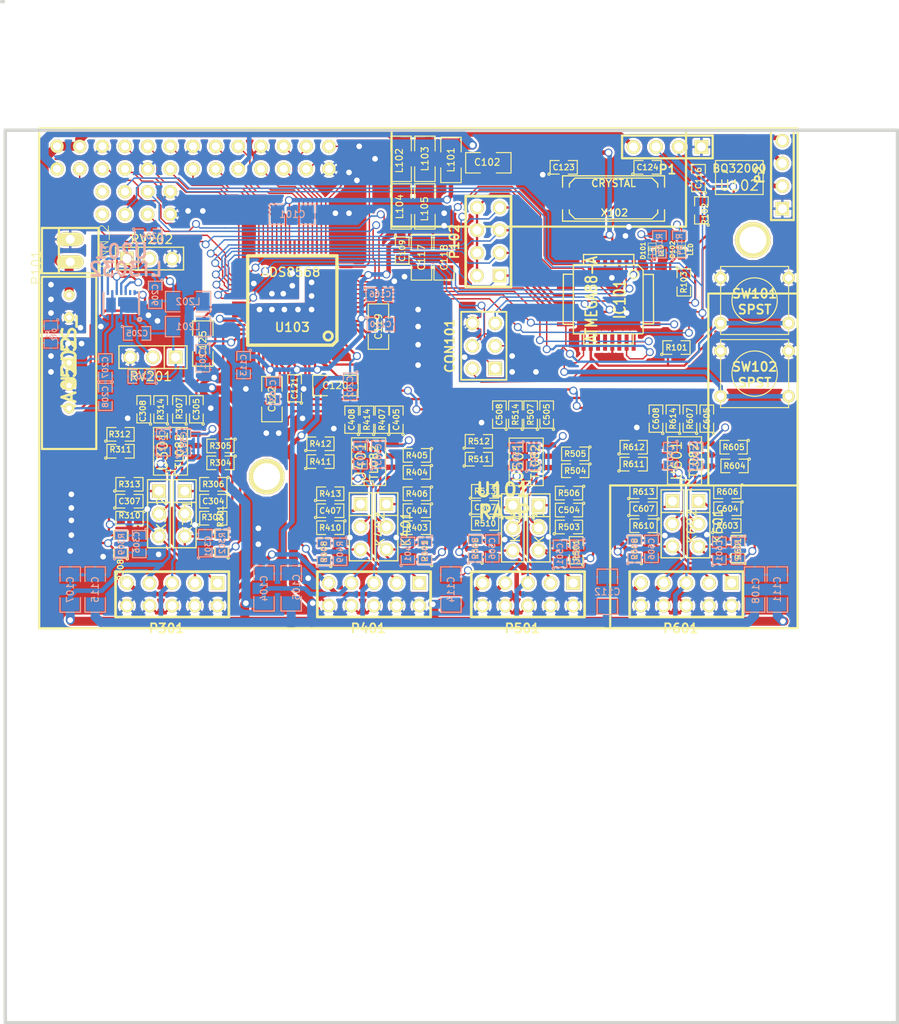
<source format=kicad_pcb>
(kicad_pcb (version 3) (host pcbnew "(2013-mar-13)-testing")
  (layers (15 Front signal) (0 Back signal) (18 B.Paste user hide) (19 F.Paste user hide) (20 B.SilkS user) (21 F.SilkS user) (22 B.Mask user hide) (23 F.Mask user hide) (28 Edge.Cuts user))
  (net 0 "")
  (net 1 +5V)
  (net 2 /BUSY/INT)
  (net 3 /CONVA)
  (net 4 /CONVB)
  (net 5 /CONVC)
  (net 6 /CONVD)
  (net 7 /CS)
  (net 8 /HW)
  (net 9 /PAR)
  (net 10 /RANGE)
  (net 11 /RD)
  (net 12 /RES)
  (net 13 /RST)
  (net 14 /SCL)
  (net 15 /SDA)
  (net 16 /SLEEP)
  (net 17 /STD)
  (net 18 /WR)
  (net 19 /chAop/OUT1)
  (net 20 /chAop/OUT2)
  (net 21 /chBop/OUT1)
  (net 22 /chBop/OUT2)
  (net 23 /chCop/OUT1)
  (net 24 /chCop/OUT2)
  (net 25 /chDop/OUT1)
  (net 26 /chDop/OUT2)
  (net 27 /power/Enable)
  (net 28 AGND)
  (net 29 AVDD)
  (net 30 DB0)
  (net 31 DB1)
  (net 32 DB10)
  (net 33 DB11)
  (net 34 DB12)
  (net 35 DB13)
  (net 36 DB14)
  (net 37 DB15)
  (net 38 DB2)
  (net 39 DB3)
  (net 40 DB4)
  (net 41 DB5)
  (net 42 DB6)
  (net 43 DB7)
  (net 44 DB8)
  (net 45 DB9)
  (net 46 DVDD)
  (net 47 GND)
  (net 48 HVDD)
  (net 49 HVSS)
  (net 50 N-00000100)
  (net 51 N-00000102)
  (net 52 N-00000103)
  (net 53 N-00000104)
  (net 54 N-00000105)
  (net 55 N-00000106)
  (net 56 N-00000107)
  (net 57 N-00000108)
  (net 58 N-00000109)
  (net 59 N-0000011)
  (net 60 N-00000110)
  (net 61 N-00000111)
  (net 62 N-00000112)
  (net 63 N-00000113)
  (net 64 N-00000114)
  (net 65 N-00000115)
  (net 66 N-00000116)
  (net 67 N-00000117)
  (net 68 N-00000118)
  (net 69 N-00000119)
  (net 70 N-00000120)
  (net 71 N-00000121)
  (net 72 N-00000122)
  (net 73 N-00000123)
  (net 74 N-00000124)
  (net 75 N-00000125)
  (net 76 N-00000126)
  (net 77 N-00000127)
  (net 78 N-00000128)
  (net 79 N-00000129)
  (net 80 N-00000130)
  (net 81 N-00000131)
  (net 82 N-00000132)
  (net 83 N-00000133)
  (net 84 N-00000134)
  (net 85 N-00000135)
  (net 86 N-00000136)
  (net 87 N-00000137)
  (net 88 N-00000138)
  (net 89 N-00000139)
  (net 90 N-0000028)
  (net 91 N-0000029)
  (net 92 N-0000030)
  (net 93 N-0000031)
  (net 94 N-0000032)
  (net 95 N-0000039)
  (net 96 N-0000040)
  (net 97 N-0000041)
  (net 98 N-0000046)
  (net 99 N-0000047)
  (net 100 N-0000050)
  (net 101 N-0000051)
  (net 102 N-0000052)
  (net 103 N-0000053)
  (net 104 N-0000054)
  (net 105 N-0000055)
  (net 106 N-0000066)
  (net 107 N-0000069)
  (net 108 N-000007)
  (net 109 N-0000072)
  (net 110 N-0000073)
  (net 111 N-0000083)
  (net 112 N-0000084)
  (net 113 N-0000085)
  (net 114 N-0000086)
  (net 115 N-0000087)
  (net 116 N-0000088)
  (net 117 N-0000089)
  (net 118 N-0000090)
  (net 119 N-0000091)
  (net 120 N-0000092)
  (net 121 N-0000093)
  (net 122 N-0000094)
  (net 123 N-0000095)
  (net 124 N-0000096)
  (net 125 N-0000097)
  (net 126 N-0000098)
  (net 127 N-0000099)
  (module TQFP32 (layer Front) (at 157.607 123.952 270)
    (fp_text reference IC101 (at 0 -1.27 270) (layer F.SilkS) (effects (font (size 1.27 1.016) (thickness 0.2032))))
    (fp_text value ATMEGA88-A (at 0 1.905 270) (layer F.SilkS) (effects (font (size 1.27 1.016) (thickness 0.2032))))
    (pad 8 smd rect (at -4.81584 2.77622 270) (size 1.99898 0.44958) (layers Front F.Paste F.Mask) (net 110 N-0000073))
    (pad 7 smd rect (at -4.81584 1.97612 270) (size 1.99898 0.44958) (layers Front F.Paste F.Mask) (net 109 N-0000072))
    (pad 6 smd rect (at -4.81584 1.17602 270) (size 1.99898 0.44958) (layers Front F.Paste F.Mask) (net 46 DVDD))
    (pad 5 smd rect (at -4.81584 0.37592 270) (size 1.99898 0.44958) (layers Front F.Paste F.Mask) (net 47 GND))
    (pad 4 smd rect (at -4.81584 -0.42418 270) (size 1.99898 0.44958) (layers Front F.Paste F.Mask) (net 46 DVDD))
    (pad 3 smd rect (at -4.81584 -1.22428 270) (size 1.99898 0.44958) (layers Front F.Paste F.Mask) (net 47 GND))
    (pad 2 smd rect (at -4.81584 -2.02438 270) (size 1.99898 0.44958) (layers Front F.Paste F.Mask) (net 2 /BUSY/INT))
    (pad 1 smd rect (at -4.81584 -2.82448 270) (size 1.99898 0.44958) (layers Front F.Paste F.Mask) (net 10 /RANGE))
    (pad 24 smd rect (at 4.7498 -2.8194 270) (size 1.99898 0.44958) (layers Front F.Paste F.Mask) (net 12 /RES))
    (pad 17 smd rect (at 4.7498 2.794 270) (size 1.99898 0.44958) (layers Front F.Paste F.Mask) (net 98 N-0000046))
    (pad 18 smd rect (at 4.7498 1.9812 270) (size 1.99898 0.44958) (layers Front F.Paste F.Mask) (net 46 DVDD))
    (pad 19 smd rect (at 4.7498 1.1684 270) (size 1.99898 0.44958) (layers Front F.Paste F.Mask))
    (pad 20 smd rect (at 4.7498 0.381 270) (size 1.99898 0.44958) (layers Front F.Paste F.Mask))
    (pad 21 smd rect (at 4.7498 -0.4318 270) (size 1.99898 0.44958) (layers Front F.Paste F.Mask) (net 47 GND))
    (pad 22 smd rect (at 4.7498 -1.2192 270) (size 1.99898 0.44958) (layers Front F.Paste F.Mask))
    (pad 23 smd rect (at 4.7498 -2.032 270) (size 1.99898 0.44958) (layers Front F.Paste F.Mask) (net 18 /WR))
    (pad 32 smd rect (at -2.82448 -4.826 270) (size 0.44958 1.99898) (layers Front F.Paste F.Mask) (net 104 N-0000054))
    (pad 31 smd rect (at -2.02692 -4.826 270) (size 0.44958 1.99898) (layers Front F.Paste F.Mask) (net 105 N-0000055))
    (pad 30 smd rect (at -1.22428 -4.826 270) (size 0.44958 1.99898) (layers Front F.Paste F.Mask) (net 27 /power/Enable))
    (pad 29 smd rect (at -0.42672 -4.826 270) (size 0.44958 1.99898) (layers Front F.Paste F.Mask) (net 13 /RST))
    (pad 28 smd rect (at 0.37592 -4.826 270) (size 0.44958 1.99898) (layers Front F.Paste F.Mask) (net 14 /SCL))
    (pad 27 smd rect (at 1.17348 -4.826 270) (size 0.44958 1.99898) (layers Front F.Paste F.Mask) (net 15 /SDA))
    (pad 26 smd rect (at 1.97612 -4.826 270) (size 0.44958 1.99898) (layers Front F.Paste F.Mask) (net 9 /PAR))
    (pad 25 smd rect (at 2.77368 -4.826 270) (size 0.44958 1.99898) (layers Front F.Paste F.Mask) (net 17 /STD))
    (pad 9 smd rect (at -2.8194 4.7752 270) (size 0.44958 1.99898) (layers Front F.Paste F.Mask) (net 16 /SLEEP))
    (pad 10 smd rect (at -2.032 4.7752 270) (size 0.44958 1.99898) (layers Front F.Paste F.Mask) (net 106 N-0000066))
    (pad 11 smd rect (at -1.2192 4.7752 270) (size 0.44958 1.99898) (layers Front F.Paste F.Mask))
    (pad 12 smd rect (at -0.4318 4.7752 270) (size 0.44958 1.99898) (layers Front F.Paste F.Mask) (net 3 /CONVA))
    (pad 13 smd rect (at 0.3556 4.7752 270) (size 0.44958 1.99898) (layers Front F.Paste F.Mask) (net 4 /CONVB))
    (pad 14 smd rect (at 1.1684 4.7752 270) (size 0.44958 1.99898) (layers Front F.Paste F.Mask) (net 5 /CONVC))
    (pad 15 smd rect (at 1.9812 4.7752 270) (size 0.44958 1.99898) (layers Front F.Paste F.Mask) (net 6 /CONVD))
    (pad 16 smd rect (at 2.794 4.7752 270) (size 0.44958 1.99898) (layers Front F.Paste F.Mask) (net 8 /HW))
  )
  (module SW_PUSH_SMALL (layer Front) (at 173.99 132.2705)
    (fp_text reference SW102 (at 0 -0.762) (layer F.SilkS) (effects (font (size 1.016 1.016) (thickness 0.2032))))
    (fp_text value SPST (at 0 1.016) (layer F.SilkS) (effects (font (size 1.016 1.016) (thickness 0.2032))))
    (pad 1 thru_hole circle (at 3.81 -2.54) (size 1.397 1.397) (drill 0.8128) (layers *.Cu *.Mask F.SilkS) (net 47 GND))
    (pad 2 thru_hole circle (at 3.81 2.54) (size 1.397 1.397) (drill 0.8128) (layers *.Cu *.Mask F.SilkS) (net 98 N-0000046))
    (pad 1 thru_hole circle (at -3.81 -2.54) (size 1.397 1.397) (drill 0.8128) (layers *.Cu *.Mask F.SilkS) (net 47 GND))
    (pad 2 thru_hole circle (at -3.81 2.54) (size 1.397 1.397) (drill 0.8128) (layers *.Cu *.Mask F.SilkS) (net 98 N-0000046))
  )
  (module SW_PUSH_SMALL (layer Front) (at 173.99 124.079)
    (fp_text reference SW101 (at 0 -0.762) (layer F.SilkS) (effects (font (size 1.016 1.016) (thickness 0.2032))))
    (fp_text value SPST (at 0 1.016) (layer F.SilkS) (effects (font (size 1.016 1.016) (thickness 0.2032))))
    (pad 1 thru_hole circle (at 3.81 -2.54) (size 1.397 1.397) (drill 0.8128) (layers *.Cu *.Mask F.SilkS) (net 47 GND))
    (pad 2 thru_hole circle (at 3.81 2.54) (size 1.397 1.397) (drill 0.8128) (layers *.Cu *.Mask F.SilkS) (net 8 /HW))
    (pad 1 thru_hole circle (at -3.81 -2.54) (size 1.397 1.397) (drill 0.8128) (layers *.Cu *.Mask F.SilkS) (net 47 GND))
    (pad 2 thru_hole circle (at -3.81 2.54) (size 1.397 1.397) (drill 0.8128) (layers *.Cu *.Mask F.SilkS) (net 8 /HW))
  )
  (module SO8E (layer Front) (at 108.52 140.971 90)
    (fp_text reference U301 (at 0 -0.889 90) (layer F.SilkS) (effects (font (size 1.143 1.143) (thickness 0.1524))))
    (fp_text value TL082 (at 0 1.016 90) (layer F.SilkS) (effects (font (size 0.889 0.889) (thickness 0.1524))))
    (pad 8 smd rect (at -1.905 -2.667 90) (size 0.59944 1.39954) (layers Front F.Paste F.Mask) (net 48 HVDD))
    (pad 1 smd rect (at -1.905 2.667 90) (size 0.59944 1.39954) (layers Front F.Paste F.Mask) (net 120 N-0000092))
    (pad 7 smd rect (at -0.635 -2.667 90) (size 0.59944 1.39954) (layers Front F.Paste F.Mask) (net 111 N-0000083))
    (pad 6 smd rect (at 0.635 -2.667 90) (size 0.59944 1.39954) (layers Front F.Paste F.Mask) (net 113 N-0000085))
    (pad 5 smd rect (at 1.905 -2.667 90) (size 0.59944 1.39954) (layers Front F.Paste F.Mask) (net 112 N-0000084))
    (pad 2 smd rect (at -0.635 2.667 90) (size 0.59944 1.39954) (layers Front F.Paste F.Mask) (net 121 N-0000093))
    (pad 3 smd rect (at 0.635 2.667 90) (size 0.59944 1.39954) (layers Front F.Paste F.Mask) (net 115 N-0000087))
    (pad 4 smd rect (at 1.905 2.667 90) (size 0.59944 1.39954) (layers Front F.Paste F.Mask) (net 49 HVSS))
  )
  (module SO8E (layer Front) (at 172.2755 110.2995 180)
    (fp_text reference U102 (at 0 -0.889 180) (layer F.SilkS) (effects (font (size 1.143 1.143) (thickness 0.1524))))
    (fp_text value BQ32000 (at 0 1.016 180) (layer F.SilkS) (effects (font (size 0.889 0.889) (thickness 0.1524))))
    (pad 8 smd rect (at -1.905 -2.667 180) (size 0.59944 1.39954) (layers Front F.Paste F.Mask) (net 46 DVDD))
    (pad 1 smd rect (at -1.905 2.667 180) (size 0.59944 1.39954) (layers Front F.Paste F.Mask) (net 99 N-0000047))
    (pad 7 smd rect (at -0.635 -2.667 180) (size 0.59944 1.39954) (layers Front F.Paste F.Mask))
    (pad 6 smd rect (at 0.635 -2.667 180) (size 0.59944 1.39954) (layers Front F.Paste F.Mask) (net 14 /SCL))
    (pad 5 smd rect (at 1.905 -2.667 180) (size 0.59944 1.39954) (layers Front F.Paste F.Mask) (net 15 /SDA))
    (pad 2 smd rect (at -0.635 2.667 180) (size 0.59944 1.39954) (layers Front F.Paste F.Mask) (net 100 N-0000050))
    (pad 3 smd rect (at 0.635 2.667 180) (size 0.59944 1.39954) (layers Front F.Paste F.Mask) (net 101 N-0000051))
    (pad 4 smd rect (at 1.905 2.667 180) (size 0.59944 1.39954) (layers Front F.Paste F.Mask) (net 47 GND))
  )
  (module SO8E (layer Front) (at 166.134 142.014 90)
    (fp_text reference U601 (at 0 -0.889 90) (layer F.SilkS) (effects (font (size 1.143 1.143) (thickness 0.1524))))
    (fp_text value TL082 (at 0 1.016 90) (layer F.SilkS) (effects (font (size 0.889 0.889) (thickness 0.1524))))
    (pad 8 smd rect (at -1.905 -2.667 90) (size 0.59944 1.39954) (layers Front F.Paste F.Mask) (net 48 HVDD))
    (pad 1 smd rect (at -1.905 2.667 90) (size 0.59944 1.39954) (layers Front F.Paste F.Mask) (net 84 N-00000134))
    (pad 7 smd rect (at -0.635 -2.667 90) (size 0.59944 1.39954) (layers Front F.Paste F.Mask) (net 89 N-00000139))
    (pad 6 smd rect (at 0.635 -2.667 90) (size 0.59944 1.39954) (layers Front F.Paste F.Mask) (net 87 N-00000137))
    (pad 5 smd rect (at 1.905 -2.667 90) (size 0.59944 1.39954) (layers Front F.Paste F.Mask) (net 86 N-00000136))
    (pad 2 smd rect (at -0.635 2.667 90) (size 0.59944 1.39954) (layers Front F.Paste F.Mask) (net 85 N-00000135))
    (pad 3 smd rect (at 0.635 2.667 90) (size 0.59944 1.39954) (layers Front F.Paste F.Mask) (net 82 N-00000132))
    (pad 4 smd rect (at 1.905 2.667 90) (size 0.59944 1.39954) (layers Front F.Paste F.Mask) (net 49 HVSS))
  )
  (module SO8E (layer Front) (at 148.382 142.16 90)
    (fp_text reference U501 (at 0 -0.889 90) (layer F.SilkS) (effects (font (size 1.143 1.143) (thickness 0.1524))))
    (fp_text value TL082 (at 0 1.016 90) (layer F.SilkS) (effects (font (size 0.889 0.889) (thickness 0.1524))))
    (pad 8 smd rect (at -1.905 -2.667 90) (size 0.59944 1.39954) (layers Front F.Paste F.Mask) (net 48 HVDD))
    (pad 1 smd rect (at -1.905 2.667 90) (size 0.59944 1.39954) (layers Front F.Paste F.Mask) (net 72 N-00000122))
    (pad 7 smd rect (at -0.635 -2.667 90) (size 0.59944 1.39954) (layers Front F.Paste F.Mask) (net 77 N-00000127))
    (pad 6 smd rect (at 0.635 -2.667 90) (size 0.59944 1.39954) (layers Front F.Paste F.Mask) (net 75 N-00000125))
    (pad 5 smd rect (at 1.905 -2.667 90) (size 0.59944 1.39954) (layers Front F.Paste F.Mask) (net 74 N-00000124))
    (pad 2 smd rect (at -0.635 2.667 90) (size 0.59944 1.39954) (layers Front F.Paste F.Mask) (net 73 N-00000123))
    (pad 3 smd rect (at 0.635 2.667 90) (size 0.59944 1.39954) (layers Front F.Paste F.Mask) (net 70 N-00000120))
    (pad 4 smd rect (at 1.905 2.667 90) (size 0.59944 1.39954) (layers Front F.Paste F.Mask) (net 49 HVSS))
  )
  (module SO8E (layer Front) (at 130.725 142.133 90)
    (fp_text reference U401 (at 0 -0.889 90) (layer F.SilkS) (effects (font (size 1.143 1.143) (thickness 0.1524))))
    (fp_text value TL082 (at -0.1 0.6 90) (layer F.SilkS) (effects (font (size 0.889 0.889) (thickness 0.1524))))
    (pad 8 smd rect (at -1.905 -2.667 90) (size 0.59944 1.39954) (layers Front F.Paste F.Mask) (net 48 HVDD))
    (pad 1 smd rect (at -1.905 2.667 90) (size 0.59944 1.39954) (layers Front F.Paste F.Mask) (net 60 N-00000110))
    (pad 7 smd rect (at -0.635 -2.667 90) (size 0.59944 1.39954) (layers Front F.Paste F.Mask) (net 65 N-00000115))
    (pad 6 smd rect (at 0.635 -2.667 90) (size 0.59944 1.39954) (layers Front F.Paste F.Mask) (net 63 N-00000113))
    (pad 5 smd rect (at 1.905 -2.667 90) (size 0.59944 1.39954) (layers Front F.Paste F.Mask) (net 62 N-00000112))
    (pad 2 smd rect (at -0.635 2.667 90) (size 0.59944 1.39954) (layers Front F.Paste F.Mask) (net 61 N-00000111))
    (pad 3 smd rect (at 0.635 2.667 90) (size 0.59944 1.39954) (layers Front F.Paste F.Mask) (net 57 N-00000108))
    (pad 4 smd rect (at 1.905 2.667 90) (size 0.59944 1.39954) (layers Front F.Paste F.Mask) (net 49 HVSS))
  )
  (module SM1206 (layer Back) (at 100.076 156.464 270)
    (fp_text reference C115 (at 0 0 270) (layer B.SilkS) (effects (font (size 0.762 0.762) (thickness 0.127)) (justify mirror)))
    (fp_text value 4.7µF hide)
    (pad 1 smd rect (at -1.651 0 270) (size 1.524 2.032) (layers Back B.Paste B.Mask) (net 28 AGND))
    (pad 2 smd rect (at 1.651 0 270) (size 1.524 2.032) (layers Back B.Paste B.Mask) (net 49 HVSS))
  )
  (module SM1206 (layer Back) (at 97.282 156.464 90)
    (fp_text reference C107 (at 0 0 90) (layer B.SilkS) (effects (font (size 0.762 0.762) (thickness 0.127)) (justify mirror)))
    (fp_text value 4.7µF hide)
    (pad 1 smd rect (at -1.651 0 90) (size 1.524 2.032) (layers Back B.Paste B.Mask) (net 48 HVDD))
    (pad 2 smd rect (at 1.651 0 90) (size 1.524 2.032) (layers Back B.Paste B.Mask) (net 28 AGND))
  )
  (module SM1206 (layer Back) (at 173.99 156.464 270)
    (fp_text reference C108 (at 0.127 -0.127 270) (layer B.SilkS) (effects (font (size 0.762 0.762) (thickness 0.127)) (justify mirror)))
    (fp_text value 4.7µF hide)
    (pad 1 smd rect (at -1.651 0 270) (size 1.524 2.032) (layers Back B.Paste B.Mask) (net 28 AGND))
    (pad 2 smd rect (at 1.651 0 270) (size 1.524 2.032) (layers Back B.Paste B.Mask) (net 49 HVSS))
  )
  (module SM1206 (layer Back) (at 176.53 156.464 90)
    (fp_text reference C111 (at 0 0 90) (layer B.SilkS) (effects (font (size 0.762 0.762) (thickness 0.127)) (justify mirror)))
    (fp_text value 4.7µF hide)
    (pad 1 smd rect (at -1.651 0 90) (size 1.524 2.032) (layers Back B.Paste B.Mask) (net 48 HVDD))
    (pad 2 smd rect (at 1.651 0 90) (size 1.524 2.032) (layers Back B.Paste B.Mask) (net 28 AGND))
  )
  (module SM1206 (layer Back) (at 157.48 156.718 270)
    (fp_text reference C112 (at 0 0 360) (layer B.SilkS) (effects (font (size 0.762 0.762) (thickness 0.127)) (justify mirror)))
    (fp_text value 4.7µF hide)
    (pad 1 smd rect (at -1.651 0 270) (size 1.524 2.032) (layers Back B.Paste B.Mask) (net 28 AGND))
    (pad 2 smd rect (at 1.651 0 270) (size 1.524 2.032) (layers Back B.Paste B.Mask) (net 49 HVSS))
  )
  (module SM1206 (layer Back) (at 139.954 156.464 90)
    (fp_text reference C114 (at 0 0 90) (layer B.SilkS) (effects (font (size 0.762 0.762) (thickness 0.127)) (justify mirror)))
    (fp_text value 4.7µF hide)
    (pad 1 smd rect (at -1.651 0 90) (size 1.524 2.032) (layers Back B.Paste B.Mask) (net 48 HVDD))
    (pad 2 smd rect (at 1.651 0 90) (size 1.524 2.032) (layers Back B.Paste B.Mask) (net 28 AGND))
  )
  (module SM1206 (layer Back) (at 118.999 156.337 90)
    (fp_text reference C104 (at 0 0 90) (layer B.SilkS) (effects (font (size 0.762 0.762) (thickness 0.127)) (justify mirror)))
    (fp_text value 4.7µF hide)
    (pad 1 smd rect (at -1.651 0 90) (size 1.524 2.032) (layers Back B.Paste B.Mask) (net 48 HVDD))
    (pad 2 smd rect (at 1.651 0 90) (size 1.524 2.032) (layers Back B.Paste B.Mask) (net 28 AGND))
  )
  (module SM1206 (layer Front) (at 134.366 108.204 270)
    (fp_text reference L102 (at 0.212 0.212 270) (layer F.SilkS) (effects (font (size 0.762 0.762) (thickness 0.127))))
    (fp_text value INDUCTOR hide)
    (pad 1 smd rect (at -1.651 0 270) (size 1.524 2.032) (layers Front F.Paste F.Mask) (net 1 +5V))
    (pad 2 smd rect (at 1.651 0 270) (size 1.524 2.032) (layers Front F.Paste F.Mask) (net 107 N-0000069))
  )
  (module SM1206 (layer Front) (at 134.366 113.538 90)
    (fp_text reference L104 (at -0.035 -0.169 90) (layer F.SilkS) (effects (font (size 0.762 0.762) (thickness 0.127))))
    (fp_text value INDUCTOR hide)
    (pad 1 smd rect (at -1.651 0 90) (size 1.524 2.032) (layers Front F.Paste F.Mask) (net 29 AVDD))
    (pad 2 smd rect (at 1.651 0 90) (size 1.524 2.032) (layers Front F.Paste F.Mask) (net 107 N-0000069))
  )
  (module SM1206 (layer Front) (at 137.033 113.538 90)
    (fp_text reference L105 (at -0.282 -0.042 90) (layer F.SilkS) (effects (font (size 0.762 0.762) (thickness 0.127))))
    (fp_text value INDUCTOR hide)
    (pad 1 smd rect (at -1.651 0 90) (size 1.524 2.032) (layers Front F.Paste F.Mask) (net 29 AVDD))
    (pad 2 smd rect (at 1.651 0 90) (size 1.524 2.032) (layers Front F.Paste F.Mask) (net 107 N-0000069))
  )
  (module SM1206 (layer Back) (at 122.047 156.337 270)
    (fp_text reference C105 (at -0.14 -0.593 270) (layer B.SilkS) (effects (font (size 0.762 0.762) (thickness 0.127)) (justify mirror)))
    (fp_text value 4.7µF hide)
    (pad 1 smd rect (at -1.651 0 270) (size 1.524 2.032) (layers Back B.Paste B.Mask) (net 28 AGND))
    (pad 2 smd rect (at 1.651 0 270) (size 1.524 2.032) (layers Back B.Paste B.Mask) (net 49 HVSS))
  )
  (module SM1206 (layer Back) (at 110.49 127 180)
    (fp_text reference L201 (at 0 0 180) (layer B.SilkS) (effects (font (size 0.762 0.762) (thickness 0.127)) (justify mirror)))
    (fp_text value INDUCTOR hide)
    (pad 1 smd rect (at -1.651 0 180) (size 1.524 2.032) (layers Back B.Paste B.Mask) (net 48 HVDD))
    (pad 2 smd rect (at 1.651 0 180) (size 1.524 2.032) (layers Back B.Paste B.Mask) (net 52 N-00000103))
  )
  (module SM1206 (layer Back) (at 110.49 124.206 180)
    (fp_text reference L202 (at 0 0 180) (layer B.SilkS) (effects (font (size 0.762 0.762) (thickness 0.127)) (justify mirror)))
    (fp_text value INDUCTOR hide)
    (pad 1 smd rect (at -1.651 0 180) (size 1.524 2.032) (layers Back B.Paste B.Mask) (net 49 HVSS))
    (pad 2 smd rect (at 1.651 0 180) (size 1.524 2.032) (layers Back B.Paste B.Mask) (net 51 N-00000102))
  )
  (module SM1206 (layer Back) (at 122.174 114.427)
    (fp_text reference C101 (at 0 0) (layer B.SilkS) (effects (font (size 0.762 0.762) (thickness 0.127)) (justify mirror)))
    (fp_text value 10µF hide)
    (pad 1 smd rect (at -1.651 0) (size 1.524 2.032) (layers Back B.Paste B.Mask) (net 46 DVDD))
    (pad 2 smd rect (at 1.651 0) (size 1.524 2.032) (layers Back B.Paste B.Mask) (net 47 GND))
  )
  (module SM1206 (layer Front) (at 136.652 119.253 270)
    (fp_text reference C117 (at 0 0 270) (layer F.SilkS) (effects (font (size 0.762 0.762) (thickness 0.127))))
    (fp_text value 10µF hide)
    (pad 1 smd rect (at -1.651 0 270) (size 1.524 2.032) (layers Front F.Paste F.Mask) (net 29 AVDD))
    (pad 2 smd rect (at 1.651 0 270) (size 1.524 2.032) (layers Front F.Paste F.Mask) (net 28 AGND))
  )
  (module SM1206 (layer Front) (at 144.145 108.6485)
    (fp_text reference C102 (at -0.127 -0.0635) (layer F.SilkS) (effects (font (size 0.762 0.762) (thickness 0.127))))
    (fp_text value 10µF hide)
    (pad 1 smd rect (at -1.651 0) (size 1.524 2.032) (layers Front F.Paste F.Mask) (net 46 DVDD))
    (pad 2 smd rect (at 1.651 0) (size 1.524 2.032) (layers Front F.Paste F.Mask) (net 47 GND))
  )
  (module SM1206 (layer Front) (at 139.192 119.253 270)
    (fp_text reference C118 (at 0 0 270) (layer F.SilkS) (effects (font (size 0.762 0.762) (thickness 0.127))))
    (fp_text value 10µF hide)
    (pad 1 smd rect (at -1.651 0 270) (size 1.524 2.032) (layers Front F.Paste F.Mask) (net 29 AVDD))
    (pad 2 smd rect (at 1.651 0 270) (size 1.524 2.032) (layers Front F.Paste F.Mask) (net 28 AGND))
  )
  (module SM1206 (layer Front) (at 139.954 108.331 90)
    (fp_text reference L101 (at 0 0 90) (layer F.SilkS) (effects (font (size 0.762 0.762) (thickness 0.127))))
    (fp_text value INDUCTOR hide)
    (pad 1 smd rect (at -1.651 0 90) (size 1.524 2.032) (layers Front F.Paste F.Mask) (net 46 DVDD))
    (pad 2 smd rect (at 1.651 0 90) (size 1.524 2.032) (layers Front F.Paste F.Mask) (net 59 N-0000011))
  )
  (module SM1206 (layer Front) (at 137.033 108.204 270)
    (fp_text reference L103 (at 0 0 270) (layer F.SilkS) (effects (font (size 0.762 0.762) (thickness 0.127))))
    (fp_text value INDUCTOR hide)
    (pad 1 smd rect (at -1.651 0 270) (size 1.524 2.032) (layers Front F.Paste F.Mask) (net 1 +5V))
    (pad 2 smd rect (at 1.651 0 270) (size 1.524 2.032) (layers Front F.Paste F.Mask) (net 107 N-0000069))
  )
  (module SM1206 (layer Front) (at 131.826 127 90)
    (fp_text reference C119 (at 0 0 90) (layer F.SilkS) (effects (font (size 0.762 0.762) (thickness 0.127))))
    (fp_text value 10µF hide)
    (pad 1 smd rect (at -1.651 0 90) (size 1.524 2.032) (layers Front F.Paste F.Mask) (net 92 N-0000030))
    (pad 2 smd rect (at 1.651 0 90) (size 1.524 2.032) (layers Front F.Paste F.Mask) (net 93 N-0000031))
  )
  (module SM1206 (layer Front) (at 127 133.604)
    (fp_text reference C120 (at 0 0) (layer F.SilkS) (effects (font (size 0.762 0.762) (thickness 0.127))))
    (fp_text value 10µF hide)
    (pad 1 smd rect (at -1.651 0) (size 1.524 2.032) (layers Front F.Paste F.Mask) (net 95 N-0000039))
    (pad 2 smd rect (at 1.651 0) (size 1.524 2.032) (layers Front F.Paste F.Mask) (net 94 N-0000032))
  )
  (module SM1206 (layer Front) (at 119.888 135.128 90)
    (fp_text reference C122 (at 0 0 90) (layer F.SilkS) (effects (font (size 0.762 0.762) (thickness 0.127))))
    (fp_text value 10µF hide)
    (pad 1 smd rect (at -1.651 0 90) (size 1.524 2.032) (layers Front F.Paste F.Mask) (net 97 N-0000041))
    (pad 2 smd rect (at 1.651 0 90) (size 1.524 2.032) (layers Front F.Paste F.Mask) (net 96 N-0000040))
  )
  (module SM1206 (layer Front) (at 112.141 128.905 90)
    (fp_text reference C125 (at 0 0 90) (layer F.SilkS) (effects (font (size 0.762 0.762) (thickness 0.127))))
    (fp_text value 10µF hide)
    (pad 1 smd rect (at -1.651 0 90) (size 1.524 2.032) (layers Front F.Paste F.Mask) (net 91 N-0000029))
    (pad 2 smd rect (at 1.651 0 90) (size 1.524 2.032) (layers Front F.Paste F.Mask) (net 90 N-0000028))
  )
  (module SM0805 (layer Back) (at 131.825 141.333 90)
    (fp_text reference C403 (at 0 0 90) (layer B.SilkS) (effects (font (size 0.635 0.635) (thickness 0.127)) (justify mirror)))
    (fp_text value 100nF hide)
    (pad 1 smd rect (at -0.9525 0 90) (size 0.889 1.397) (layers Back B.Paste B.Mask) (net 28 AGND))
    (pad 2 smd rect (at 0.9525 0 90) (size 0.889 1.397) (layers Back B.Paste B.Mask) (net 49 HVSS))
  )
  (module SM0805 (layer Front) (at 126.425 147.633)
    (fp_text reference C407 (at 0 0) (layer F.SilkS) (effects (font (size 0.635 0.635) (thickness 0.127))))
    (fp_text value 39pF hide)
    (pad 1 smd rect (at -0.9525 0) (size 0.889 1.397) (layers Front F.Paste F.Mask) (net 63 N-00000113))
    (pad 2 smd rect (at 0.9525 0) (size 0.889 1.397) (layers Front F.Paste F.Mask) (net 65 N-00000115))
  )
  (module SM0805 (layer Back) (at 129.825 141.433 270)
    (fp_text reference C402 (at 0 0 270) (layer B.SilkS) (effects (font (size 0.635 0.635) (thickness 0.127)) (justify mirror)))
    (fp_text value 100nF hide)
    (pad 1 smd rect (at -0.9525 0 270) (size 0.889 1.397) (layers Back B.Paste B.Mask) (net 28 AGND))
    (pad 2 smd rect (at 0.9525 0 270) (size 0.889 1.397) (layers Back B.Paste B.Mask) (net 48 HVDD))
  )
  (module SM0805 (layer Back) (at 135.125 152.133 90)
    (fp_text reference C401 (at 0 0 90) (layer B.SilkS) (effects (font (size 0.635 0.635) (thickness 0.127)) (justify mirror)))
    (fp_text value NI hide)
    (pad 1 smd rect (at -0.9525 0 90) (size 0.889 1.397) (layers Back B.Paste B.Mask) (net 56 N-00000107))
    (pad 2 smd rect (at 0.9525 0 90) (size 0.889 1.397) (layers Back B.Paste B.Mask) (net 28 AGND))
  )
  (module SM0805 (layer Front) (at 132.225 137.433 90)
    (fp_text reference R407 (at 0 0 90) (layer F.SilkS) (effects (font (size 0.635 0.635) (thickness 0.127))))
    (fp_text value 10R hide)
    (pad 1 smd rect (at -0.9525 0 90) (size 0.889 1.397) (layers Front F.Paste F.Mask) (net 53 N-00000104))
    (pad 2 smd rect (at 0.9525 0 90) (size 0.889 1.397) (layers Front F.Paste F.Mask) (net 22 /chBop/OUT2))
  )
  (module SM0805 (layer Front) (at 133.825 137.433 90)
    (fp_text reference C405 (at 0 0 90) (layer F.SilkS) (effects (font (size 0.635 0.635) (thickness 0.127))))
    (fp_text value 2200pF hide)
    (pad 1 smd rect (at -0.9525 0 90) (size 0.889 1.397) (layers Front F.Paste F.Mask) (net 28 AGND))
    (pad 2 smd rect (at 0.9525 0 90) (size 0.889 1.397) (layers Front F.Paste F.Mask) (net 22 /chBop/OUT2))
  )
  (module SM0805 (layer Front) (at 130.525 137.433 90)
    (fp_text reference R414 (at 0 0 90) (layer F.SilkS) (effects (font (size 0.635 0.635) (thickness 0.127))))
    (fp_text value 10R hide)
    (pad 1 smd rect (at -0.9525 0 90) (size 0.889 1.397) (layers Front F.Paste F.Mask) (net 55 N-00000106))
    (pad 2 smd rect (at 0.9525 0 90) (size 0.889 1.397) (layers Front F.Paste F.Mask) (net 21 /chBop/OUT1))
  )
  (module SM0805 (layer Front) (at 128.825 137.433 90)
    (fp_text reference C408 (at 0 0 90) (layer F.SilkS) (effects (font (size 0.635 0.635) (thickness 0.127))))
    (fp_text value 2200pF hide)
    (pad 1 smd rect (at -0.9525 0 90) (size 0.889 1.397) (layers Front F.Paste F.Mask) (net 28 AGND))
    (pad 2 smd rect (at 0.9525 0 90) (size 0.889 1.397) (layers Front F.Paste F.Mask) (net 21 /chBop/OUT1))
  )
  (module SM0805 (layer Front) (at 161.534 149.314 180)
    (fp_text reference R610 (at 0 0 180) (layer F.SilkS) (effects (font (size 0.635 0.635) (thickness 0.127))))
    (fp_text value NI hide)
    (pad 1 smd rect (at -0.9525 0 180) (size 0.889 1.397) (layers Front F.Paste F.Mask) (net 28 AGND))
    (pad 2 smd rect (at 0.9525 0 180) (size 0.889 1.397) (layers Front F.Paste F.Mask) (net 87 N-00000137))
  )
  (module SM0805 (layer Front) (at 161.534 145.514)
    (fp_text reference R613 (at 0 0) (layer F.SilkS) (effects (font (size 0.635 0.635) (thickness 0.127))))
    (fp_text value 1K hide)
    (pad 1 smd rect (at -0.9525 0) (size 0.889 1.397) (layers Front F.Paste F.Mask) (net 87 N-00000137))
    (pad 2 smd rect (at 0.9525 0) (size 0.889 1.397) (layers Front F.Paste F.Mask) (net 89 N-00000139))
  )
  (module SM0805 (layer Front) (at 170.934 147.414 180)
    (fp_text reference C604 (at 0 0 180) (layer F.SilkS) (effects (font (size 0.635 0.635) (thickness 0.127))))
    (fp_text value 39pF hide)
    (pad 1 smd rect (at -0.9525 0 180) (size 0.889 1.397) (layers Front F.Paste F.Mask) (net 85 N-00000135))
    (pad 2 smd rect (at 0.9525 0 180) (size 0.889 1.397) (layers Front F.Paste F.Mask) (net 84 N-00000134))
  )
  (module SM0805 (layer Back) (at 125.725 152.233 90)
    (fp_text reference C406 (at 0 0 90) (layer B.SilkS) (effects (font (size 0.635 0.635) (thickness 0.127)) (justify mirror)))
    (fp_text value NI hide)
    (pad 1 smd rect (at -0.9525 0 90) (size 0.889 1.397) (layers Back B.Paste B.Mask) (net 64 N-00000114))
    (pad 2 smd rect (at 0.9525 0 90) (size 0.889 1.397) (layers Back B.Paste B.Mask) (net 28 AGND))
  )
  (module SM0805 (layer Front) (at 125.725 152.233 90)
    (fp_text reference R408 (at 0 0 90) (layer F.SilkS) (effects (font (size 0.635 0.635) (thickness 0.127))))
    (fp_text value NI hide)
    (pad 1 smd rect (at -0.9525 0 90) (size 0.889 1.397) (layers Front F.Paste F.Mask) (net 64 N-00000114))
    (pad 2 smd rect (at 0.9525 0 90) (size 0.889 1.397) (layers Front F.Paste F.Mask) (net 58 N-00000109))
  )
  (module SM0805 (layer Back) (at 127.525 152.233 270)
    (fp_text reference R409 (at 0 0 270) (layer B.SilkS) (effects (font (size 0.635 0.635) (thickness 0.127)) (justify mirror)))
    (fp_text value 0R hide)
    (pad 1 smd rect (at -0.9525 0 270) (size 0.889 1.397) (layers Back B.Paste B.Mask) (net 28 AGND))
    (pad 2 smd rect (at 0.9525 0 270) (size 0.889 1.397) (layers Back B.Paste B.Mask) (net 64 N-00000114))
  )
  (module SM0805 (layer Front) (at 125.325 140.133)
    (fp_text reference R412 (at 0 0) (layer F.SilkS) (effects (font (size 0.635 0.635) (thickness 0.127))))
    (fp_text value 0 hide)
    (pad 1 smd rect (at -0.9525 0) (size 0.889 1.397) (layers Front F.Paste F.Mask) (net 64 N-00000114))
    (pad 2 smd rect (at 0.9525 0) (size 0.889 1.397) (layers Front F.Paste F.Mask) (net 62 N-00000112))
  )
  (module SM0805 (layer Front) (at 125.325 142.133)
    (fp_text reference R411 (at 0 0) (layer F.SilkS) (effects (font (size 0.635 0.635) (thickness 0.127))))
    (fp_text value 1K hide)
    (pad 1 smd rect (at -0.9525 0) (size 0.889 1.397) (layers Front F.Paste F.Mask) (net 58 N-00000109))
    (pad 2 smd rect (at 0.9525 0) (size 0.889 1.397) (layers Front F.Paste F.Mask) (net 63 N-00000113))
  )
  (module SM0805 (layer Front) (at 126.425 149.533 180)
    (fp_text reference R410 (at 0 0 180) (layer F.SilkS) (effects (font (size 0.635 0.635) (thickness 0.127))))
    (fp_text value NI hide)
    (pad 1 smd rect (at -0.9525 0 180) (size 0.889 1.397) (layers Front F.Paste F.Mask) (net 28 AGND))
    (pad 2 smd rect (at 0.9525 0 180) (size 0.889 1.397) (layers Front F.Paste F.Mask) (net 63 N-00000113))
  )
  (module SM0805 (layer Front) (at 126.425 145.733)
    (fp_text reference R413 (at 0 0) (layer F.SilkS) (effects (font (size 0.635 0.635) (thickness 0.127))))
    (fp_text value 1K hide)
    (pad 1 smd rect (at -0.9525 0) (size 0.889 1.397) (layers Front F.Paste F.Mask) (net 63 N-00000113))
    (pad 2 smd rect (at 0.9525 0) (size 0.889 1.397) (layers Front F.Paste F.Mask) (net 65 N-00000115))
  )
  (module SM0805 (layer Front) (at 136.125 147.633 180)
    (fp_text reference C404 (at 0 0 180) (layer F.SilkS) (effects (font (size 0.635 0.635) (thickness 0.127))))
    (fp_text value 39pF hide)
    (pad 1 smd rect (at -0.9525 0 180) (size 0.889 1.397) (layers Front F.Paste F.Mask) (net 61 N-00000111))
    (pad 2 smd rect (at 0.9525 0 180) (size 0.889 1.397) (layers Front F.Paste F.Mask) (net 60 N-00000110))
  )
  (module SM0805 (layer Front) (at 143.082 141.86)
    (fp_text reference R511 (at 0 0) (layer F.SilkS) (effects (font (size 0.635 0.635) (thickness 0.127))))
    (fp_text value 1K hide)
    (pad 1 smd rect (at -0.9525 0) (size 0.889 1.397) (layers Front F.Paste F.Mask) (net 71 N-00000121))
    (pad 2 smd rect (at 0.9525 0) (size 0.889 1.397) (layers Front F.Paste F.Mask) (net 75 N-00000125))
  )
  (module SM0805 (layer Front) (at 137.025 152.133 90)
    (fp_text reference R401 (at 0 0 90) (layer F.SilkS) (effects (font (size 0.635 0.635) (thickness 0.127))))
    (fp_text value NI hide)
    (pad 1 smd rect (at -0.9525 0 90) (size 0.889 1.397) (layers Front F.Paste F.Mask) (net 56 N-00000107))
    (pad 2 smd rect (at 0.9525 0 90) (size 0.889 1.397) (layers Front F.Paste F.Mask) (net 54 N-00000105))
  )
  (module SM0805 (layer Back) (at 137.025 152.133 270)
    (fp_text reference R402 (at 0 0 270) (layer B.SilkS) (effects (font (size 0.635 0.635) (thickness 0.127)) (justify mirror)))
    (fp_text value 0R hide)
    (pad 1 smd rect (at -0.9525 0 270) (size 0.889 1.397) (layers Back B.Paste B.Mask) (net 28 AGND))
    (pad 2 smd rect (at 0.9525 0 270) (size 0.889 1.397) (layers Back B.Paste B.Mask) (net 56 N-00000107))
  )
  (module SM0805 (layer Front) (at 136.125 141.433 180)
    (fp_text reference R405 (at 0 0 180) (layer F.SilkS) (effects (font (size 0.635 0.635) (thickness 0.127))))
    (fp_text value 0R hide)
    (pad 1 smd rect (at -0.9525 0 180) (size 0.889 1.397) (layers Front F.Paste F.Mask) (net 56 N-00000107))
    (pad 2 smd rect (at 0.9525 0 180) (size 0.889 1.397) (layers Front F.Paste F.Mask) (net 57 N-00000108))
  )
  (module SM0805 (layer Front) (at 136.125 143.333 180)
    (fp_text reference R404 (at 0 0 180) (layer F.SilkS) (effects (font (size 0.635 0.635) (thickness 0.127))))
    (fp_text value 1K hide)
    (pad 1 smd rect (at -0.9525 0 180) (size 0.889 1.397) (layers Front F.Paste F.Mask) (net 54 N-00000105))
    (pad 2 smd rect (at 0.9525 0 180) (size 0.889 1.397) (layers Front F.Paste F.Mask) (net 61 N-00000111))
  )
  (module SM0805 (layer Front) (at 136.125 149.533)
    (fp_text reference R403 (at 0 0) (layer F.SilkS) (effects (font (size 0.635 0.635) (thickness 0.127))))
    (fp_text value NI hide)
    (pad 1 smd rect (at -0.9525 0) (size 0.889 1.397) (layers Front F.Paste F.Mask) (net 28 AGND))
    (pad 2 smd rect (at 0.9525 0) (size 0.889 1.397) (layers Front F.Paste F.Mask) (net 61 N-00000111))
  )
  (module SM0805 (layer Front) (at 136.125 145.733 180)
    (fp_text reference R406 (at 0 0 180) (layer F.SilkS) (effects (font (size 0.635 0.635) (thickness 0.127))))
    (fp_text value 1K hide)
    (pad 1 smd rect (at -0.9525 0 180) (size 0.889 1.397) (layers Front F.Paste F.Mask) (net 61 N-00000111))
    (pad 2 smd rect (at 0.9525 0 180) (size 0.889 1.397) (layers Front F.Paste F.Mask) (net 60 N-00000110))
  )
  (module SM0805 (layer Front) (at 160.434 142.414)
    (fp_text reference R611 (at 0 0) (layer F.SilkS) (effects (font (size 0.635 0.635) (thickness 0.127))))
    (fp_text value 1K hide)
    (pad 1 smd rect (at -0.9525 0) (size 0.889 1.397) (layers Front F.Paste F.Mask) (net 83 N-00000133))
    (pad 2 smd rect (at 0.9525 0) (size 0.889 1.397) (layers Front F.Paste F.Mask) (net 87 N-00000137))
  )
  (module SM0805 (layer Back) (at 144.582 151.86 270)
    (fp_text reference C506 (at 0 0 270) (layer B.SilkS) (effects (font (size 0.635 0.635) (thickness 0.127)) (justify mirror)))
    (fp_text value NI hide)
    (pad 1 smd rect (at -0.9525 0 270) (size 0.889 1.397) (layers Back B.Paste B.Mask) (net 76 N-00000126))
    (pad 2 smd rect (at 0.9525 0 270) (size 0.889 1.397) (layers Back B.Paste B.Mask) (net 28 AGND))
  )
  (module SM0805 (layer Front) (at 171.634 140.514 180)
    (fp_text reference R605 (at 0 0 180) (layer F.SilkS) (effects (font (size 0.635 0.635) (thickness 0.127))))
    (fp_text value 0R hide)
    (pad 1 smd rect (at -0.9525 0 180) (size 0.889 1.397) (layers Front F.Paste F.Mask) (net 81 N-00000131))
    (pad 2 smd rect (at 0.9525 0 180) (size 0.889 1.397) (layers Front F.Paste F.Mask) (net 82 N-00000132))
  )
  (module SM0805 (layer Front) (at 171.734 142.614 180)
    (fp_text reference R604 (at 0 0 180) (layer F.SilkS) (effects (font (size 0.635 0.635) (thickness 0.127))))
    (fp_text value 1K hide)
    (pad 1 smd rect (at -0.9525 0 180) (size 0.889 1.397) (layers Front F.Paste F.Mask) (net 79 N-00000129))
    (pad 2 smd rect (at 0.9525 0 180) (size 0.889 1.397) (layers Front F.Paste F.Mask) (net 85 N-00000135))
  )
  (module SM0805 (layer Front) (at 170.934 149.314)
    (fp_text reference R603 (at 0 0) (layer F.SilkS) (effects (font (size 0.635 0.635) (thickness 0.127))))
    (fp_text value NI hide)
    (pad 1 smd rect (at -0.9525 0) (size 0.889 1.397) (layers Front F.Paste F.Mask) (net 28 AGND))
    (pad 2 smd rect (at 0.9525 0) (size 0.889 1.397) (layers Front F.Paste F.Mask) (net 85 N-00000135))
  )
  (module SM0805 (layer Front) (at 170.934 145.514 180)
    (fp_text reference R606 (at 0 0 180) (layer F.SilkS) (effects (font (size 0.635 0.635) (thickness 0.127))))
    (fp_text value 1K hide)
    (pad 1 smd rect (at -0.9525 0 180) (size 0.889 1.397) (layers Front F.Paste F.Mask) (net 85 N-00000135))
    (pad 2 smd rect (at 0.9525 0 180) (size 0.889 1.397) (layers Front F.Paste F.Mask) (net 84 N-00000134))
  )
  (module SM0805 (layer Back) (at 172.134 152.114 270)
    (fp_text reference R602 (at 0 0 270) (layer B.SilkS) (effects (font (size 0.635 0.635) (thickness 0.127)) (justify mirror)))
    (fp_text value 0R hide)
    (pad 1 smd rect (at -0.9525 0 270) (size 0.889 1.397) (layers Back B.Paste B.Mask) (net 28 AGND))
    (pad 2 smd rect (at 0.9525 0 270) (size 0.889 1.397) (layers Back B.Paste B.Mask) (net 81 N-00000131))
  )
  (module SM0805 (layer Front) (at 172.134 151.914 90)
    (fp_text reference R601 (at 0 0 90) (layer F.SilkS) (effects (font (size 0.635 0.635) (thickness 0.127))))
    (fp_text value NI hide)
    (pad 1 smd rect (at -0.9525 0 90) (size 0.889 1.397) (layers Front F.Paste F.Mask) (net 81 N-00000131))
    (pad 2 smd rect (at 0.9525 0 90) (size 0.889 1.397) (layers Front F.Paste F.Mask) (net 79 N-00000129))
  )
  (module SM0805 (layer Back) (at 170.034 152.114 90)
    (fp_text reference C601 (at 0 0 90) (layer B.SilkS) (effects (font (size 0.635 0.635) (thickness 0.127)) (justify mirror)))
    (fp_text value NI hide)
    (pad 1 smd rect (at -0.9525 0 90) (size 0.889 1.397) (layers Back B.Paste B.Mask) (net 81 N-00000131))
    (pad 2 smd rect (at 0.9525 0 90) (size 0.889 1.397) (layers Back B.Paste B.Mask) (net 28 AGND))
  )
  (module SM0805 (layer Front) (at 145.382 136.86 90)
    (fp_text reference C508 (at 0 0 90) (layer F.SilkS) (effects (font (size 0.635 0.635) (thickness 0.127))))
    (fp_text value 2200pF hide)
    (pad 1 smd rect (at -0.9525 0 90) (size 0.889 1.397) (layers Front F.Paste F.Mask) (net 28 AGND))
    (pad 2 smd rect (at 0.9525 0 90) (size 0.889 1.397) (layers Front F.Paste F.Mask) (net 23 /chCop/OUT1))
  )
  (module SM0805 (layer Front) (at 147.182 136.86 90)
    (fp_text reference R514 (at 0 0 90) (layer F.SilkS) (effects (font (size 0.635 0.635) (thickness 0.127))))
    (fp_text value 10R hide)
    (pad 1 smd rect (at -0.9525 0 90) (size 0.889 1.397) (layers Front F.Paste F.Mask) (net 69 N-00000119))
    (pad 2 smd rect (at 0.9525 0 90) (size 0.889 1.397) (layers Front F.Paste F.Mask) (net 23 /chCop/OUT1))
  )
  (module SM0805 (layer Front) (at 150.682 136.86 90)
    (fp_text reference C505 (at 0 0 90) (layer F.SilkS) (effects (font (size 0.635 0.635) (thickness 0.127))))
    (fp_text value 2200pF hide)
    (pad 1 smd rect (at -0.9525 0 90) (size 0.889 1.397) (layers Front F.Paste F.Mask) (net 28 AGND))
    (pad 2 smd rect (at 0.9525 0 90) (size 0.889 1.397) (layers Front F.Paste F.Mask) (net 24 /chCop/OUT2))
  )
  (module SM0805 (layer Front) (at 148.882 136.86 90)
    (fp_text reference R507 (at 0 0 90) (layer F.SilkS) (effects (font (size 0.635 0.635) (thickness 0.127))))
    (fp_text value 10R hide)
    (pad 1 smd rect (at -0.9525 0 90) (size 0.889 1.397) (layers Front F.Paste F.Mask) (net 66 N-00000116))
    (pad 2 smd rect (at 0.9525 0 90) (size 0.889 1.397) (layers Front F.Paste F.Mask) (net 24 /chCop/OUT2))
  )
  (module SM0805 (layer Back) (at 149.182 141.56 90)
    (fp_text reference C503 (at 0 0 90) (layer B.SilkS) (effects (font (size 0.635 0.635) (thickness 0.127)) (justify mirror)))
    (fp_text value 100nF hide)
    (pad 1 smd rect (at -0.9525 0 90) (size 0.889 1.397) (layers Back B.Paste B.Mask) (net 28 AGND))
    (pad 2 smd rect (at 0.9525 0 90) (size 0.889 1.397) (layers Back B.Paste B.Mask) (net 49 HVSS))
  )
  (module SM0805 (layer Back) (at 147.282 141.56 270)
    (fp_text reference C502 (at 0 0 270) (layer B.SilkS) (effects (font (size 0.635 0.635) (thickness 0.127)) (justify mirror)))
    (fp_text value 100nF hide)
    (pad 1 smd rect (at -0.9525 0 270) (size 0.889 1.397) (layers Back B.Paste B.Mask) (net 28 AGND))
    (pad 2 smd rect (at 0.9525 0 270) (size 0.889 1.397) (layers Back B.Paste B.Mask) (net 48 HVDD))
  )
  (module SM0805 (layer Front) (at 143.782 147.26)
    (fp_text reference C507 (at 0 0) (layer F.SilkS) (effects (font (size 0.635 0.635) (thickness 0.127))))
    (fp_text value 39pF hide)
    (pad 1 smd rect (at -0.9525 0) (size 0.889 1.397) (layers Front F.Paste F.Mask) (net 75 N-00000125))
    (pad 2 smd rect (at 0.9525 0) (size 0.889 1.397) (layers Front F.Paste F.Mask) (net 77 N-00000127))
  )
  (module SM0805 (layer Front) (at 153.182 145.66 180)
    (fp_text reference R506 (at 0 0 180) (layer F.SilkS) (effects (font (size 0.635 0.635) (thickness 0.127))))
    (fp_text value 1K hide)
    (pad 1 smd rect (at -0.9525 0 180) (size 0.889 1.397) (layers Front F.Paste F.Mask) (net 73 N-00000123))
    (pad 2 smd rect (at 0.9525 0 180) (size 0.889 1.397) (layers Front F.Paste F.Mask) (net 72 N-00000122))
  )
  (module SM0805 (layer Front) (at 142.682 151.86 90)
    (fp_text reference R508 (at 0 0 90) (layer F.SilkS) (effects (font (size 0.635 0.635) (thickness 0.127))))
    (fp_text value NI hide)
    (pad 1 smd rect (at -0.9525 0 90) (size 0.889 1.397) (layers Front F.Paste F.Mask) (net 76 N-00000126))
    (pad 2 smd rect (at 0.9525 0 90) (size 0.889 1.397) (layers Front F.Paste F.Mask) (net 71 N-00000121))
  )
  (module SM0805 (layer Back) (at 142.682 151.86 90)
    (fp_text reference R509 (at 0 0 90) (layer B.SilkS) (effects (font (size 0.635 0.635) (thickness 0.127)) (justify mirror)))
    (fp_text value 0R hide)
    (pad 1 smd rect (at -0.9525 0 90) (size 0.889 1.397) (layers Back B.Paste B.Mask) (net 28 AGND))
    (pad 2 smd rect (at 0.9525 0 90) (size 0.889 1.397) (layers Back B.Paste B.Mask) (net 76 N-00000126))
  )
  (module SM0805 (layer Front) (at 143.082 139.86)
    (fp_text reference R512 (at 0 0) (layer F.SilkS) (effects (font (size 0.635 0.635) (thickness 0.127))))
    (fp_text value 0 hide)
    (pad 1 smd rect (at -0.9525 0) (size 0.889 1.397) (layers Front F.Paste F.Mask) (net 76 N-00000126))
    (pad 2 smd rect (at 0.9525 0) (size 0.889 1.397) (layers Front F.Paste F.Mask) (net 74 N-00000124))
  )
  (module SM0805 (layer Front) (at 103.92 148.471 180)
    (fp_text reference R310 (at 0 0.3 180) (layer F.SilkS) (effects (font (size 0.635 0.635) (thickness 0.127))))
    (fp_text value NI hide)
    (pad 1 smd rect (at -0.9525 0 180) (size 0.889 1.397) (layers Front F.Paste F.Mask) (net 28 AGND))
    (pad 2 smd rect (at 0.9525 0 180) (size 0.889 1.397) (layers Front F.Paste F.Mask) (net 113 N-0000085))
  )
  (module SM0805 (layer Front) (at 143.782 149.06 180)
    (fp_text reference R510 (at 0 0 180) (layer F.SilkS) (effects (font (size 0.635 0.635) (thickness 0.127))))
    (fp_text value NI hide)
    (pad 1 smd rect (at -0.9525 0 180) (size 0.889 1.397) (layers Front F.Paste F.Mask) (net 28 AGND))
    (pad 2 smd rect (at 0.9525 0 180) (size 0.889 1.397) (layers Front F.Paste F.Mask) (net 75 N-00000125))
  )
  (module SM0805 (layer Front) (at 143.782 145.46)
    (fp_text reference R513 (at 0 0) (layer F.SilkS) (effects (font (size 0.635 0.635) (thickness 0.127))))
    (fp_text value 1K hide)
    (pad 1 smd rect (at -0.9525 0) (size 0.889 1.397) (layers Front F.Paste F.Mask) (net 75 N-00000125))
    (pad 2 smd rect (at 0.9525 0) (size 0.889 1.397) (layers Front F.Paste F.Mask) (net 77 N-00000127))
  )
  (module SM0805 (layer Front) (at 153.182 147.56 180)
    (fp_text reference C504 (at 0 0 180) (layer F.SilkS) (effects (font (size 0.635 0.635) (thickness 0.127))))
    (fp_text value 39pF hide)
    (pad 1 smd rect (at -0.9525 0 180) (size 0.889 1.397) (layers Front F.Paste F.Mask) (net 73 N-00000123))
    (pad 2 smd rect (at 0.9525 0 180) (size 0.889 1.397) (layers Front F.Paste F.Mask) (net 72 N-00000122))
  )
  (module SM0805 (layer Back) (at 152.182 152.46 90)
    (fp_text reference C501 (at 0 0 90) (layer B.SilkS) (effects (font (size 0.635 0.635) (thickness 0.127)) (justify mirror)))
    (fp_text value NI hide)
    (pad 1 smd rect (at -0.9525 0 90) (size 0.889 1.397) (layers Back B.Paste B.Mask) (net 68 N-00000118))
    (pad 2 smd rect (at 0.9525 0 90) (size 0.889 1.397) (layers Back B.Paste B.Mask) (net 28 AGND))
  )
  (module SM0805 (layer Front) (at 153.982 152.06 90)
    (fp_text reference R501 (at 0 0 90) (layer F.SilkS) (effects (font (size 0.635 0.635) (thickness 0.127))))
    (fp_text value NI hide)
    (pad 1 smd rect (at -0.9525 0 90) (size 0.889 1.397) (layers Front F.Paste F.Mask) (net 68 N-00000118))
    (pad 2 smd rect (at 0.9525 0 90) (size 0.889 1.397) (layers Front F.Paste F.Mask) (net 67 N-00000117))
  )
  (module SM0805 (layer Back) (at 154.082 152.46 270)
    (fp_text reference R502 (at 0 0 270) (layer B.SilkS) (effects (font (size 0.635 0.635) (thickness 0.127)) (justify mirror)))
    (fp_text value 0R hide)
    (pad 1 smd rect (at -0.9525 0 270) (size 0.889 1.397) (layers Back B.Paste B.Mask) (net 28 AGND))
    (pad 2 smd rect (at 0.9525 0 270) (size 0.889 1.397) (layers Back B.Paste B.Mask) (net 68 N-00000118))
  )
  (module SM0805 (layer Front) (at 153.882 141.26 180)
    (fp_text reference R505 (at 0 0 180) (layer F.SilkS) (effects (font (size 0.635 0.635) (thickness 0.127))))
    (fp_text value 0R hide)
    (pad 1 smd rect (at -0.9525 0 180) (size 0.889 1.397) (layers Front F.Paste F.Mask) (net 68 N-00000118))
    (pad 2 smd rect (at 0.9525 0 180) (size 0.889 1.397) (layers Front F.Paste F.Mask) (net 70 N-00000120))
  )
  (module SM0805 (layer Front) (at 153.882 143.16 180)
    (fp_text reference R504 (at 0 0 180) (layer F.SilkS) (effects (font (size 0.635 0.635) (thickness 0.127))))
    (fp_text value 1K hide)
    (pad 1 smd rect (at -0.9525 0 180) (size 0.889 1.397) (layers Front F.Paste F.Mask) (net 67 N-00000117))
    (pad 2 smd rect (at 0.9525 0 180) (size 0.889 1.397) (layers Front F.Paste F.Mask) (net 73 N-00000123))
  )
  (module SM0805 (layer Front) (at 153.182 149.46)
    (fp_text reference R503 (at 0 0) (layer F.SilkS) (effects (font (size 0.635 0.635) (thickness 0.127))))
    (fp_text value NI hide)
    (pad 1 smd rect (at -0.9525 0) (size 0.889 1.397) (layers Front F.Paste F.Mask) (net 28 AGND))
    (pad 2 smd rect (at 0.9525 0) (size 0.889 1.397) (layers Front F.Paste F.Mask) (net 73 N-00000123))
  )
  (module SM0805 (layer Front) (at 167.7035 110.363 90)
    (fp_text reference C116 (at 0 0 90) (layer F.SilkS) (effects (font (size 0.635 0.635) (thickness 0.127))))
    (fp_text value 1µF hide)
    (pad 1 smd rect (at -0.9525 0 90) (size 0.889 1.397) (layers Front F.Paste F.Mask) (net 46 DVDD))
    (pad 2 smd rect (at 0.9525 0 90) (size 0.889 1.397) (layers Front F.Paste F.Mask) (net 47 GND))
  )
  (module SM0805 (layer Back) (at 128.651 133.731 270)
    (fp_text reference C202 (at 0 0 270) (layer B.SilkS) (effects (font (size 0.635 0.635) (thickness 0.127)) (justify mirror)))
    (fp_text value C hide)
    (pad 1 smd rect (at -0.9525 0 270) (size 0.889 1.397) (layers Back B.Paste B.Mask) (net 49 HVSS))
    (pad 2 smd rect (at 0.9525 0 270) (size 0.889 1.397) (layers Back B.Paste B.Mask) (net 28 AGND))
  )
  (module SM0805 (layer Front) (at 160.434 140.514)
    (fp_text reference R612 (at 0 0) (layer F.SilkS) (effects (font (size 0.635 0.635) (thickness 0.127))))
    (fp_text value 0 hide)
    (pad 1 smd rect (at -0.9525 0) (size 0.889 1.397) (layers Front F.Paste F.Mask) (net 88 N-00000138))
    (pad 2 smd rect (at 0.9525 0) (size 0.889 1.397) (layers Front F.Paste F.Mask) (net 86 N-00000136))
  )
  (module SM0805 (layer Front) (at 160.534 151.914 90)
    (fp_text reference R608 (at 0 0 90) (layer F.SilkS) (effects (font (size 0.635 0.635) (thickness 0.127))))
    (fp_text value NI hide)
    (pad 1 smd rect (at -0.9525 0 90) (size 0.889 1.397) (layers Front F.Paste F.Mask) (net 88 N-00000138))
    (pad 2 smd rect (at 0.9525 0 90) (size 0.889 1.397) (layers Front F.Paste F.Mask) (net 83 N-00000133))
  )
  (module SM0805 (layer Back) (at 162.434 151.914 270)
    (fp_text reference C606 (at 0 0 270) (layer B.SilkS) (effects (font (size 0.635 0.635) (thickness 0.127)) (justify mirror)))
    (fp_text value NI hide)
    (pad 1 smd rect (at -0.9525 0 270) (size 0.889 1.397) (layers Back B.Paste B.Mask) (net 88 N-00000138))
    (pad 2 smd rect (at 0.9525 0 270) (size 0.889 1.397) (layers Back B.Paste B.Mask) (net 28 AGND))
  )
  (module SM0805 (layer Back) (at 106.807 123.444 270)
    (fp_text reference C206 (at 0 0 270) (layer B.SilkS) (effects (font (size 0.635 0.635) (thickness 0.127)) (justify mirror)))
    (fp_text value C hide)
    (pad 1 smd rect (at -0.9525 0 270) (size 0.889 1.397) (layers Back B.Paste B.Mask) (net 50 N-00000100))
    (pad 2 smd rect (at 0.9525 0 270) (size 0.889 1.397) (layers Back B.Paste B.Mask) (net 51 N-00000102))
  )
  (module SM0805 (layer Back) (at 104.775 127.762)
    (fp_text reference C205 (at 0 0) (layer B.SilkS) (effects (font (size 0.635 0.635) (thickness 0.127)) (justify mirror)))
    (fp_text value C hide)
    (pad 1 smd rect (at -0.9525 0) (size 0.889 1.397) (layers Back B.Paste B.Mask) (net 123 N-0000095))
    (pad 2 smd rect (at 0.9525 0) (size 0.889 1.397) (layers Back B.Paste B.Mask) (net 52 N-00000103))
  )
  (module SM0805 (layer Front) (at 161.534 147.414)
    (fp_text reference C607 (at 0 0) (layer F.SilkS) (effects (font (size 0.635 0.635) (thickness 0.127))))
    (fp_text value 39pF hide)
    (pad 1 smd rect (at -0.9525 0) (size 0.889 1.397) (layers Front F.Paste F.Mask) (net 87 N-00000137))
    (pad 2 smd rect (at 0.9525 0) (size 0.889 1.397) (layers Front F.Paste F.Mask) (net 89 N-00000139))
  )
  (module SM0805 (layer Back) (at 164.534 141.514 270)
    (fp_text reference C602 (at 0 0 270) (layer B.SilkS) (effects (font (size 0.635 0.635) (thickness 0.127)) (justify mirror)))
    (fp_text value 100nF hide)
    (pad 1 smd rect (at -0.9525 0 270) (size 0.889 1.397) (layers Back B.Paste B.Mask) (net 28 AGND))
    (pad 2 smd rect (at 0.9525 0 270) (size 0.889 1.397) (layers Back B.Paste B.Mask) (net 48 HVDD))
  )
  (module SM0805 (layer Back) (at 165.5445 117.7925 90)
    (fp_text reference R104 (at 0 0 90) (layer B.SilkS) (effects (font (size 0.635 0.635) (thickness 0.127)) (justify mirror)))
    (fp_text value R hide)
    (pad 1 smd rect (at -0.9525 0 90) (size 0.889 1.397) (layers Back B.Paste B.Mask) (net 47 GND))
    (pad 2 smd rect (at 0.9525 0 90) (size 0.889 1.397) (layers Back B.Paste B.Mask) (net 103 N-0000053))
  )
  (module SM0805 (layer Back) (at 163.322 117.7925 90)
    (fp_text reference R105 (at 0 0 90) (layer B.SilkS) (effects (font (size 0.635 0.635) (thickness 0.127)) (justify mirror)))
    (fp_text value R hide)
    (pad 1 smd rect (at -0.9525 0 90) (size 0.889 1.397) (layers Back B.Paste B.Mask) (net 47 GND))
    (pad 2 smd rect (at 0.9525 0 90) (size 0.889 1.397) (layers Back B.Paste B.Mask) (net 102 N-0000052))
  )
  (module SM0805 (layer Back) (at 167.434 141.514 90)
    (fp_text reference C603 (at 0 0 90) (layer B.SilkS) (effects (font (size 0.635 0.635) (thickness 0.127)) (justify mirror)))
    (fp_text value 100nF hide)
    (pad 1 smd rect (at -0.9525 0 90) (size 0.889 1.397) (layers Back B.Paste B.Mask) (net 28 AGND))
    (pad 2 smd rect (at 0.9525 0 90) (size 0.889 1.397) (layers Back B.Paste B.Mask) (net 49 HVSS))
  )
  (module SM0805 (layer Front) (at 166.734 137.314 90)
    (fp_text reference R607 (at 0 0 90) (layer F.SilkS) (effects (font (size 0.635 0.635) (thickness 0.127))))
    (fp_text value 10R hide)
    (pad 1 smd rect (at -0.9525 0 90) (size 0.889 1.397) (layers Front F.Paste F.Mask) (net 78 N-00000128))
    (pad 2 smd rect (at 0.9525 0 90) (size 0.889 1.397) (layers Front F.Paste F.Mask) (net 26 /chDop/OUT2))
  )
  (module SM0805 (layer Front) (at 168.634 137.314 90)
    (fp_text reference C605 (at 0 0 90) (layer F.SilkS) (effects (font (size 0.635 0.635) (thickness 0.127))))
    (fp_text value 2200pF hide)
    (pad 1 smd rect (at -0.9525 0 90) (size 0.889 1.397) (layers Front F.Paste F.Mask) (net 28 AGND))
    (pad 2 smd rect (at 0.9525 0 90) (size 0.889 1.397) (layers Front F.Paste F.Mask) (net 26 /chDop/OUT2))
  )
  (module SM0805 (layer Back) (at 112.141 130.556 270)
    (fp_text reference C201 (at 0 0 270) (layer B.SilkS) (effects (font (size 0.635 0.635) (thickness 0.127)) (justify mirror)))
    (fp_text value C hide)
    (pad 1 smd rect (at -0.9525 0 270) (size 0.889 1.397) (layers Back B.Paste B.Mask) (net 48 HVDD))
    (pad 2 smd rect (at 0.9525 0 270) (size 0.889 1.397) (layers Back B.Paste B.Mask) (net 28 AGND))
  )
  (module SM0805 (layer Front) (at 168.021 113.9825 90)
    (fp_text reference R102 (at -0.4 0.4 90) (layer F.SilkS) (effects (font (size 0.635 0.635) (thickness 0.127))))
    (fp_text value 4k7 hide)
    (pad 1 smd rect (at -0.9525 0 90) (size 0.889 1.397) (layers Front F.Paste F.Mask) (net 14 /SCL))
    (pad 2 smd rect (at 0.9525 0 90) (size 0.889 1.397) (layers Front F.Paste F.Mask) (net 46 DVDD))
  )
  (module SM0805 (layer Front) (at 165.227 129.3495)
    (fp_text reference R101 (at 0 0) (layer F.SilkS) (effects (font (size 0.635 0.635) (thickness 0.127))))
    (fp_text value R hide)
    (pad 1 smd rect (at -0.9525 0) (size 0.889 1.397) (layers Front F.Paste F.Mask) (net 46 DVDD))
    (pad 2 smd rect (at 0.9525 0) (size 0.889 1.397) (layers Front F.Paste F.Mask) (net 15 /SDA))
  )
  (module SM0805 (layer Front) (at 164.834 137.314 90)
    (fp_text reference R614 (at 0 0 90) (layer F.SilkS) (effects (font (size 0.635 0.635) (thickness 0.127))))
    (fp_text value 10R hide)
    (pad 1 smd rect (at -0.9525 0 90) (size 0.889 1.397) (layers Front F.Paste F.Mask) (net 80 N-00000130))
    (pad 2 smd rect (at 0.9525 0 90) (size 0.889 1.397) (layers Front F.Paste F.Mask) (net 25 /chDop/OUT1))
  )
  (module SM0805 (layer Front) (at 166.0525 122.047 270)
    (fp_text reference R103 (at 0 0 270) (layer F.SilkS) (effects (font (size 0.635 0.635) (thickness 0.127))))
    (fp_text value R hide)
    (pad 1 smd rect (at -0.9525 0 270) (size 0.889 1.397) (layers Front F.Paste F.Mask) (net 46 DVDD))
    (pad 2 smd rect (at 0.9525 0 270) (size 0.889 1.397) (layers Front F.Paste F.Mask) (net 13 /RST))
  )
  (module SM0805 (layer Front) (at 162.934 137.314 90)
    (fp_text reference C608 (at 0 0 90) (layer F.SilkS) (effects (font (size 0.635 0.635) (thickness 0.127))))
    (fp_text value 2200pF hide)
    (pad 1 smd rect (at -0.9525 0 90) (size 0.889 1.397) (layers Front F.Paste F.Mask) (net 28 AGND))
    (pad 2 smd rect (at 0.9525 0 90) (size 0.889 1.397) (layers Front F.Paste F.Mask) (net 25 /chDop/OUT1))
  )
  (module SM0805 (layer Front) (at 161.9885 109.1565)
    (fp_text reference C124 (at 0 0) (layer F.SilkS) (effects (font (size 0.635 0.635) (thickness 0.127))))
    (fp_text value 22pF hide)
    (pad 1 smd rect (at -0.9525 0) (size 0.889 1.397) (layers Front F.Paste F.Mask) (net 47 GND))
    (pad 2 smd rect (at 0.9525 0) (size 0.889 1.397) (layers Front F.Paste F.Mask) (net 109 N-0000072))
  )
  (module SM0805 (layer Front) (at 152.5905 109.1565)
    (fp_text reference C123 (at 0 0) (layer F.SilkS) (effects (font (size 0.635 0.635) (thickness 0.127))))
    (fp_text value 22pF hide)
    (pad 1 smd rect (at -0.9525 0) (size 0.889 1.397) (layers Front F.Paste F.Mask) (net 47 GND))
    (pad 2 smd rect (at 0.9525 0) (size 0.889 1.397) (layers Front F.Paste F.Mask) (net 110 N-0000073))
  )
  (module SM0805 (layer Front) (at 122.428 133.9215 90)
    (fp_text reference C121 (at 0 0 90) (layer F.SilkS) (effects (font (size 0.635 0.635) (thickness 0.127))))
    (fp_text value 0.47µF hide)
    (pad 1 smd rect (at -0.9525 0 90) (size 0.889 1.397) (layers Front F.Paste F.Mask) (net 28 AGND))
    (pad 2 smd rect (at 0.9525 0 90) (size 0.889 1.397) (layers Front F.Paste F.Mask) (net 108 N-000007))
  )
  (module SM0805 (layer Back) (at 116.713 131.318 270)
    (fp_text reference C113 (at 0 0 270) (layer B.SilkS) (effects (font (size 0.635 0.635) (thickness 0.127)) (justify mirror)))
    (fp_text value 0.1µF hide)
    (pad 1 smd rect (at -0.9525 0 270) (size 0.889 1.397) (layers Back B.Paste B.Mask) (net 29 AVDD))
    (pad 2 smd rect (at 0.9525 0 270) (size 0.889 1.397) (layers Back B.Paste B.Mask) (net 28 AGND))
  )
  (module SM0805 (layer Back) (at 132.08 126.746)
    (fp_text reference C110 (at 0 0) (layer B.SilkS) (effects (font (size 0.635 0.635) (thickness 0.127)) (justify mirror)))
    (fp_text value 0.1µF hide)
    (pad 1 smd rect (at -0.9525 0) (size 0.889 1.397) (layers Back B.Paste B.Mask) (net 29 AVDD))
    (pad 2 smd rect (at 0.9525 0) (size 0.889 1.397) (layers Back B.Paste B.Mask) (net 28 AGND))
  )
  (module SM0805 (layer Front) (at 134.493 118.491 270)
    (fp_text reference C109 (at 0 0 270) (layer F.SilkS) (effects (font (size 0.635 0.635) (thickness 0.127))))
    (fp_text value 0.1µF hide)
    (pad 1 smd rect (at -0.9525 0 270) (size 0.889 1.397) (layers Front F.Paste F.Mask) (net 29 AVDD))
    (pad 2 smd rect (at 0.9525 0 270) (size 0.889 1.397) (layers Front F.Paste F.Mask) (net 28 AGND))
  )
  (module SM0805 (layer Back) (at 131.953 123.444)
    (fp_text reference C106 (at 0.0635 -0.0635) (layer B.SilkS) (effects (font (size 0.635 0.635) (thickness 0.127)) (justify mirror)))
    (fp_text value 0.1µF hide)
    (pad 1 smd rect (at -0.9525 0) (size 0.889 1.397) (layers Back B.Paste B.Mask) (net 29 AVDD))
    (pad 2 smd rect (at 0.9525 0) (size 0.889 1.397) (layers Back B.Paste B.Mask) (net 28 AGND))
  )
  (module SM0805 (layer Back) (at 120.015 134.1755 270)
    (fp_text reference C103 (at 0 0 270) (layer B.SilkS) (effects (font (size 0.635 0.635) (thickness 0.127)) (justify mirror)))
    (fp_text value 0.1µF hide)
    (pad 1 smd rect (at -0.9525 0 270) (size 0.889 1.397) (layers Back B.Paste B.Mask) (net 29 AVDD))
    (pad 2 smd rect (at 0.9525 0 270) (size 0.889 1.397) (layers Back B.Paste B.Mask) (net 28 AGND))
  )
  (module SM0805 (layer Front) (at 102.92 140.971)
    (fp_text reference R311 (at 0 -0.2) (layer F.SilkS) (effects (font (size 0.635 0.635) (thickness 0.127))))
    (fp_text value 1K hide)
    (pad 1 smd rect (at -0.9525 0) (size 0.889 1.397) (layers Front F.Paste F.Mask) (net 118 N-0000090))
    (pad 2 smd rect (at 0.9525 0) (size 0.889 1.397) (layers Front F.Paste F.Mask) (net 113 N-0000085))
  )
  (module SM0805 (layer Back) (at 160.534 151.914 90)
    (fp_text reference R609 (at 0 0 90) (layer B.SilkS) (effects (font (size 0.635 0.635) (thickness 0.127)) (justify mirror)))
    (fp_text value 0R hide)
    (pad 1 smd rect (at -0.9525 0 90) (size 0.889 1.397) (layers Back B.Paste B.Mask) (net 28 AGND))
    (pad 2 smd rect (at 0.9525 0 90) (size 0.889 1.397) (layers Back B.Paste B.Mask) (net 88 N-00000138))
  )
  (module SM0805 (layer Front) (at 105.52 136.271 90)
    (fp_text reference C308 (at -0.2 -0.1 90) (layer F.SilkS) (effects (font (size 0.635 0.635) (thickness 0.127))))
    (fp_text value 2200pF hide)
    (pad 1 smd rect (at -0.9525 0 90) (size 0.889 1.397) (layers Front F.Paste F.Mask) (net 28 AGND))
    (pad 2 smd rect (at 0.9525 0 90) (size 0.889 1.397) (layers Front F.Paste F.Mask) (net 19 /chAop/OUT1))
  )
  (module SM0805 (layer Front) (at 107.42 136.271 90)
    (fp_text reference R314 (at 0 0 90) (layer F.SilkS) (effects (font (size 0.635 0.635) (thickness 0.127))))
    (fp_text value 10R hide)
    (pad 1 smd rect (at -0.9525 0 90) (size 0.889 1.397) (layers Front F.Paste F.Mask) (net 119 N-0000091))
    (pad 2 smd rect (at 0.9525 0 90) (size 0.889 1.397) (layers Front F.Paste F.Mask) (net 19 /chAop/OUT1))
  )
  (module SM0805 (layer Front) (at 111.42 136.271 90)
    (fp_text reference C305 (at 0 0 90) (layer F.SilkS) (effects (font (size 0.635 0.635) (thickness 0.127))))
    (fp_text value 2200pF hide)
    (pad 1 smd rect (at -0.9525 0 90) (size 0.889 1.397) (layers Front F.Paste F.Mask) (net 28 AGND))
    (pad 2 smd rect (at 0.9525 0 90) (size 0.889 1.397) (layers Front F.Paste F.Mask) (net 20 /chAop/OUT2))
  )
  (module SM0805 (layer Front) (at 109.52 136.271 90)
    (fp_text reference R307 (at 0.1 0 90) (layer F.SilkS) (effects (font (size 0.635 0.635) (thickness 0.127))))
    (fp_text value 10R hide)
    (pad 1 smd rect (at -0.9525 0 90) (size 0.889 1.397) (layers Front F.Paste F.Mask) (net 114 N-0000086))
    (pad 2 smd rect (at 0.9525 0 90) (size 0.889 1.397) (layers Front F.Paste F.Mask) (net 20 /chAop/OUT2))
  )
  (module SM0805 (layer Back) (at 110.02 139.971 90)
    (fp_text reference C303 (at 0 0 90) (layer B.SilkS) (effects (font (size 0.635 0.635) (thickness 0.127)) (justify mirror)))
    (fp_text value 100nF hide)
    (pad 1 smd rect (at -0.9525 0 90) (size 0.889 1.397) (layers Back B.Paste B.Mask) (net 28 AGND))
    (pad 2 smd rect (at 0.9525 0 90) (size 0.889 1.397) (layers Back B.Paste B.Mask) (net 49 HVSS))
  )
  (module SM0805 (layer Back) (at 107.72 139.971 270)
    (fp_text reference C302 (at -0.2 0.1 270) (layer B.SilkS) (effects (font (size 0.635 0.635) (thickness 0.127)) (justify mirror)))
    (fp_text value 100nF hide)
    (pad 1 smd rect (at -0.9525 0 270) (size 0.889 1.397) (layers Back B.Paste B.Mask) (net 28 AGND))
    (pad 2 smd rect (at 0.9525 0 270) (size 0.889 1.397) (layers Back B.Paste B.Mask) (net 48 HVDD))
  )
  (module SM0805 (layer Front) (at 103.92 146.571)
    (fp_text reference C307 (at 0 0) (layer F.SilkS) (effects (font (size 0.635 0.635) (thickness 0.127))))
    (fp_text value 39pF hide)
    (pad 1 smd rect (at -0.9525 0) (size 0.889 1.397) (layers Front F.Paste F.Mask) (net 113 N-0000085))
    (pad 2 smd rect (at 0.9525 0) (size 0.889 1.397) (layers Front F.Paste F.Mask) (net 111 N-0000083))
  )
  (module SM0805 (layer Back) (at 105.02 151.371 270)
    (fp_text reference C306 (at -0.2 0.3 270) (layer B.SilkS) (effects (font (size 0.635 0.635) (thickness 0.127)) (justify mirror)))
    (fp_text value NI hide)
    (pad 1 smd rect (at -0.9525 0 270) (size 0.889 1.397) (layers Back B.Paste B.Mask) (net 116 N-0000088))
    (pad 2 smd rect (at 0.9525 0 270) (size 0.889 1.397) (layers Back B.Paste B.Mask) (net 28 AGND))
  )
  (module SM0805 (layer Front) (at 102.92 151.371 90)
    (fp_text reference R308 (at -2.9 0 90) (layer F.SilkS) (effects (font (size 0.635 0.635) (thickness 0.127))))
    (fp_text value NI hide)
    (pad 1 smd rect (at -0.9525 0 90) (size 0.889 1.397) (layers Front F.Paste F.Mask) (net 116 N-0000088))
    (pad 2 smd rect (at 0.9525 0 90) (size 0.889 1.397) (layers Front F.Paste F.Mask) (net 118 N-0000090))
  )
  (module SM0805 (layer Back) (at 103.02 151.371 90)
    (fp_text reference R309 (at 0 0 90) (layer B.SilkS) (effects (font (size 0.635 0.635) (thickness 0.127)) (justify mirror)))
    (fp_text value 0R hide)
    (pad 1 smd rect (at -0.9525 0 90) (size 0.889 1.397) (layers Back B.Paste B.Mask) (net 28 AGND))
    (pad 2 smd rect (at 0.9525 0 90) (size 0.889 1.397) (layers Back B.Paste B.Mask) (net 116 N-0000088))
  )
  (module SM0805 (layer Front) (at 102.92 139.071)
    (fp_text reference R312 (at -0.1 0) (layer F.SilkS) (effects (font (size 0.635 0.635) (thickness 0.127))))
    (fp_text value 0 hide)
    (pad 1 smd rect (at -0.9525 0) (size 0.889 1.397) (layers Front F.Paste F.Mask) (net 116 N-0000088))
    (pad 2 smd rect (at 0.9525 0) (size 0.889 1.397) (layers Front F.Paste F.Mask) (net 112 N-0000084))
  )
  (module SM0805 (layer Back) (at 101.219 134.874 270)
    (fp_text reference C208 (at 0 0 270) (layer B.SilkS) (effects (font (size 0.635 0.635) (thickness 0.127)) (justify mirror)))
    (fp_text value C hide)
    (pad 1 smd rect (at -0.9525 0 270) (size 0.889 1.397) (layers Back B.Paste B.Mask) (net 28 AGND))
    (pad 2 smd rect (at 0.9525 0 270) (size 0.889 1.397) (layers Back B.Paste B.Mask) (net 125 N-0000097))
  )
  (module SM0805 (layer Back) (at 114.32 151.271 270)
    (fp_text reference R302 (at 0 0 270) (layer B.SilkS) (effects (font (size 0.635 0.635) (thickness 0.127)) (justify mirror)))
    (fp_text value 0R hide)
    (pad 1 smd rect (at -0.9525 0 270) (size 0.889 1.397) (layers Back B.Paste B.Mask) (net 28 AGND))
    (pad 2 smd rect (at 0.9525 0 270) (size 0.889 1.397) (layers Back B.Paste B.Mask) (net 117 N-0000089))
  )
  (module SM0805 (layer Back) (at 101.219 131.572 90)
    (fp_text reference C207 (at 0 0 90) (layer B.SilkS) (effects (font (size 0.635 0.635) (thickness 0.127)) (justify mirror)))
    (fp_text value C hide)
    (pad 1 smd rect (at -0.9525 0 90) (size 0.889 1.397) (layers Back B.Paste B.Mask) (net 28 AGND))
    (pad 2 smd rect (at 0.9525 0 90) (size 0.889 1.397) (layers Back B.Paste B.Mask) (net 124 N-0000096))
  )
  (module SM0805 (layer Back) (at 105.283 132.588 180)
    (fp_text reference C203 (at 0 0 180) (layer B.SilkS) (effects (font (size 0.635 0.635) (thickness 0.127)) (justify mirror)))
    (fp_text value C hide)
    (pad 1 smd rect (at -0.9525 0 180) (size 0.889 1.397) (layers Back B.Paste B.Mask) (net 52 N-00000103))
    (pad 2 smd rect (at 0.9525 0 180) (size 0.889 1.397) (layers Back B.Paste B.Mask) (net 28 AGND))
  )
  (module SM0805 (layer Back) (at 106.045 116.84)
    (fp_text reference C204 (at 0.381 0.028) (layer B.SilkS) (effects (font (size 0.635 0.635) (thickness 0.127)) (justify mirror)))
    (fp_text value C hide)
    (pad 1 smd rect (at -0.9525 0) (size 0.889 1.397) (layers Back B.Paste B.Mask) (net 51 N-00000102))
    (pad 2 smd rect (at 0.9525 0) (size 0.889 1.397) (layers Back B.Paste B.Mask) (net 28 AGND))
  )
  (module SM0805 (layer Front) (at 113.32 144.671 180)
    (fp_text reference R306 (at 0 0 180) (layer F.SilkS) (effects (font (size 0.635 0.635) (thickness 0.127))))
    (fp_text value 1K hide)
    (pad 1 smd rect (at -0.9525 0 180) (size 0.889 1.397) (layers Front F.Paste F.Mask) (net 121 N-0000093))
    (pad 2 smd rect (at 0.9525 0 180) (size 0.889 1.397) (layers Front F.Paste F.Mask) (net 120 N-0000092))
  )
  (module SM0805 (layer Front) (at 113.32 148.471)
    (fp_text reference R303 (at -0.1 -0.1) (layer F.SilkS) (effects (font (size 0.635 0.635) (thickness 0.127))))
    (fp_text value NI hide)
    (pad 1 smd rect (at -0.9525 0) (size 0.889 1.397) (layers Front F.Paste F.Mask) (net 28 AGND))
    (pad 2 smd rect (at 0.9525 0) (size 0.889 1.397) (layers Front F.Paste F.Mask) (net 121 N-0000093))
  )
  (module SM0805 (layer Front) (at 114.12 142.271 180)
    (fp_text reference R304 (at 0 0 180) (layer F.SilkS) (effects (font (size 0.635 0.635) (thickness 0.127))))
    (fp_text value 1K hide)
    (pad 1 smd rect (at -0.9525 0 180) (size 0.889 1.397) (layers Front F.Paste F.Mask) (net 122 N-0000094))
    (pad 2 smd rect (at 0.9525 0 180) (size 0.889 1.397) (layers Front F.Paste F.Mask) (net 121 N-0000093))
  )
  (module SM0805 (layer Front) (at 114.12 140.371 180)
    (fp_text reference R305 (at 0 0 180) (layer F.SilkS) (effects (font (size 0.635 0.635) (thickness 0.127))))
    (fp_text value 0R hide)
    (pad 1 smd rect (at -0.9525 0 180) (size 0.889 1.397) (layers Front F.Paste F.Mask) (net 117 N-0000089))
    (pad 2 smd rect (at 0.9525 0 180) (size 0.889 1.397) (layers Front F.Paste F.Mask) (net 115 N-0000087))
  )
  (module SM0805 (layer Front) (at 114.22 151.271 90)
    (fp_text reference R301 (at 3 -0.1 90) (layer F.SilkS) (effects (font (size 0.635 0.635) (thickness 0.127))))
    (fp_text value NI hide)
    (pad 1 smd rect (at -0.9525 0 90) (size 0.889 1.397) (layers Front F.Paste F.Mask) (net 117 N-0000089))
    (pad 2 smd rect (at 0.9525 0 90) (size 0.889 1.397) (layers Front F.Paste F.Mask) (net 122 N-0000094))
  )
  (module SM0805 (layer Back) (at 112.42 151.271 90)
    (fp_text reference C301 (at -0.4 0.3 90) (layer B.SilkS) (effects (font (size 0.635 0.635) (thickness 0.127)) (justify mirror)))
    (fp_text value NI hide)
    (pad 1 smd rect (at -0.9525 0 90) (size 0.889 1.397) (layers Back B.Paste B.Mask) (net 117 N-0000089))
    (pad 2 smd rect (at 0.9525 0 90) (size 0.889 1.397) (layers Back B.Paste B.Mask) (net 28 AGND))
  )
  (module SM0805 (layer Front) (at 113.32 146.571 180)
    (fp_text reference C304 (at 0 0 180) (layer F.SilkS) (effects (font (size 0.635 0.635) (thickness 0.127))))
    (fp_text value 39pF hide)
    (pad 1 smd rect (at -0.9525 0 180) (size 0.889 1.397) (layers Front F.Paste F.Mask) (net 121 N-0000093))
    (pad 2 smd rect (at 0.9525 0 180) (size 0.889 1.397) (layers Front F.Paste F.Mask) (net 120 N-0000092))
  )
  (module SM0805 (layer Front) (at 103.92 144.671)
    (fp_text reference R313 (at 0 0) (layer F.SilkS) (effects (font (size 0.635 0.635) (thickness 0.127))))
    (fp_text value 1K hide)
    (pad 1 smd rect (at -0.9525 0) (size 0.889 1.397) (layers Front F.Paste F.Mask) (net 113 N-0000085))
    (pad 2 smd rect (at 0.9525 0) (size 0.889 1.397) (layers Front F.Paste F.Mask) (net 111 N-0000083))
  )
  (module PINHEAD1-2 (layer Front) (at 97.282 118.491 90)
    (fp_text reference P101 (at -1.905 -3.81 90) (layer F.SilkS) (effects (font (size 1.016 1.016) (thickness 0.0889))))
    (fp_text value CONN_2 (at 0 3.81 90) (layer F.SilkS) (effects (font (size 1.016 1.016) (thickness 0.0889))))
    (pad 1 thru_hole oval (at -1.27 0 90) (size 1.50622 3.01498) (drill 0.99822) (layers *.Cu F.Paste F.SilkS F.Mask) (net 1 +5V))
    (pad 2 thru_hole oval (at 1.27 0 90) (size 1.50622 3.01498) (drill 0.99822) (layers *.Cu F.Paste F.SilkS F.Mask) (net 47 GND))
  )
  (module PIN_ARRAY_5x2 (layer Front) (at 166.334 157 180)
    (fp_text reference P601 (at 0.635 -3.81 180) (layer F.SilkS) (effects (font (size 1.016 1.016) (thickness 0.2032))))
    (fp_text value CONN_5X2 hide)
    (pad 1 thru_hole rect (at -5.08 1.27 180) (size 1.524 1.524) (drill 1.016) (layers *.Cu *.Mask F.SilkS) (net 79 N-00000129))
    (pad 2 thru_hole circle (at -5.08 -1.27 180) (size 1.524 1.524) (drill 1.016) (layers *.Cu *.Mask F.SilkS) (net 28 AGND))
    (pad 3 thru_hole circle (at -2.54 1.27 180) (size 1.524 1.524) (drill 1.016) (layers *.Cu *.Mask F.SilkS) (net 83 N-00000133))
    (pad 4 thru_hole circle (at -2.54 -1.27 180) (size 1.524 1.524) (drill 1.016) (layers *.Cu *.Mask F.SilkS) (net 28 AGND))
    (pad 5 thru_hole circle (at 0 1.27 180) (size 1.524 1.524) (drill 1.016) (layers *.Cu *.Mask F.SilkS) (net 49 HVSS))
    (pad 6 thru_hole circle (at 0 -1.27 180) (size 1.524 1.524) (drill 1.016) (layers *.Cu *.Mask F.SilkS) (net 28 AGND))
    (pad 7 thru_hole circle (at 2.54 1.27 180) (size 1.524 1.524) (drill 1.016) (layers *.Cu *.Mask F.SilkS) (net 48 HVDD))
    (pad 8 thru_hole circle (at 2.54 -1.27 180) (size 1.524 1.524) (drill 1.016) (layers *.Cu *.Mask F.SilkS) (net 28 AGND))
    (pad 9 thru_hole circle (at 5.08 1.27 180) (size 1.524 1.524) (drill 1.016) (layers *.Cu *.Mask F.SilkS) (net 29 AVDD))
    (pad 10 thru_hole circle (at 5.08 -1.27 180) (size 1.524 1.524) (drill 1.016) (layers *.Cu *.Mask F.SilkS) (net 28 AGND))
  )
  (module PIN_ARRAY_5x2 (layer Front) (at 131.325 157 180)
    (fp_text reference P401 (at 0.635 -3.81 180) (layer F.SilkS) (effects (font (size 1.016 1.016) (thickness 0.2032))))
    (fp_text value CONN_5X2 hide)
    (pad 1 thru_hole rect (at -5.08 1.27 180) (size 1.524 1.524) (drill 1.016) (layers *.Cu *.Mask F.SilkS) (net 54 N-00000105))
    (pad 2 thru_hole circle (at -5.08 -1.27 180) (size 1.524 1.524) (drill 1.016) (layers *.Cu *.Mask F.SilkS) (net 28 AGND))
    (pad 3 thru_hole circle (at -2.54 1.27 180) (size 1.524 1.524) (drill 1.016) (layers *.Cu *.Mask F.SilkS) (net 58 N-00000109))
    (pad 4 thru_hole circle (at -2.54 -1.27 180) (size 1.524 1.524) (drill 1.016) (layers *.Cu *.Mask F.SilkS) (net 28 AGND))
    (pad 5 thru_hole circle (at 0 1.27 180) (size 1.524 1.524) (drill 1.016) (layers *.Cu *.Mask F.SilkS) (net 49 HVSS))
    (pad 6 thru_hole circle (at 0 -1.27 180) (size 1.524 1.524) (drill 1.016) (layers *.Cu *.Mask F.SilkS) (net 28 AGND))
    (pad 7 thru_hole circle (at 2.54 1.27 180) (size 1.524 1.524) (drill 1.016) (layers *.Cu *.Mask F.SilkS) (net 48 HVDD))
    (pad 8 thru_hole circle (at 2.54 -1.27 180) (size 1.524 1.524) (drill 1.016) (layers *.Cu *.Mask F.SilkS) (net 28 AGND))
    (pad 9 thru_hole circle (at 5.08 1.27 180) (size 1.524 1.524) (drill 1.016) (layers *.Cu *.Mask F.SilkS) (net 29 AVDD))
    (pad 10 thru_hole circle (at 5.08 -1.27 180) (size 1.524 1.524) (drill 1.016) (layers *.Cu *.Mask F.SilkS) (net 28 AGND))
  )
  (module PIN_ARRAY_5x2 (layer Front) (at 148.582 157 180)
    (fp_text reference P501 (at 0.635 -3.81 180) (layer F.SilkS) (effects (font (size 1.016 1.016) (thickness 0.2032))))
    (fp_text value CONN_5X2 hide)
    (pad 1 thru_hole rect (at -5.08 1.27 180) (size 1.524 1.524) (drill 1.016) (layers *.Cu *.Mask F.SilkS) (net 67 N-00000117))
    (pad 2 thru_hole circle (at -5.08 -1.27 180) (size 1.524 1.524) (drill 1.016) (layers *.Cu *.Mask F.SilkS) (net 28 AGND))
    (pad 3 thru_hole circle (at -2.54 1.27 180) (size 1.524 1.524) (drill 1.016) (layers *.Cu *.Mask F.SilkS) (net 71 N-00000121))
    (pad 4 thru_hole circle (at -2.54 -1.27 180) (size 1.524 1.524) (drill 1.016) (layers *.Cu *.Mask F.SilkS) (net 28 AGND))
    (pad 5 thru_hole circle (at 0 1.27 180) (size 1.524 1.524) (drill 1.016) (layers *.Cu *.Mask F.SilkS) (net 49 HVSS))
    (pad 6 thru_hole circle (at 0 -1.27 180) (size 1.524 1.524) (drill 1.016) (layers *.Cu *.Mask F.SilkS) (net 28 AGND))
    (pad 7 thru_hole circle (at 2.54 1.27 180) (size 1.524 1.524) (drill 1.016) (layers *.Cu *.Mask F.SilkS) (net 48 HVDD))
    (pad 8 thru_hole circle (at 2.54 -1.27 180) (size 1.524 1.524) (drill 1.016) (layers *.Cu *.Mask F.SilkS) (net 28 AGND))
    (pad 9 thru_hole circle (at 5.08 1.27 180) (size 1.524 1.524) (drill 1.016) (layers *.Cu *.Mask F.SilkS) (net 29 AVDD))
    (pad 10 thru_hole circle (at 5.08 -1.27 180) (size 1.524 1.524) (drill 1.016) (layers *.Cu *.Mask F.SilkS) (net 28 AGND))
  )
  (module PIN_ARRAY_5x2 (layer Front) (at 108.712 157 180)
    (fp_text reference P301 (at 0.635 -3.81 180) (layer F.SilkS) (effects (font (size 1.016 1.016) (thickness 0.2032))))
    (fp_text value CONN_5X2 hide)
    (pad 1 thru_hole rect (at -5.08 1.27 180) (size 1.524 1.524) (drill 1.016) (layers *.Cu *.Mask F.SilkS) (net 122 N-0000094))
    (pad 2 thru_hole circle (at -5.08 -1.27 180) (size 1.524 1.524) (drill 1.016) (layers *.Cu *.Mask F.SilkS) (net 28 AGND))
    (pad 3 thru_hole circle (at -2.54 1.27 180) (size 1.524 1.524) (drill 1.016) (layers *.Cu *.Mask F.SilkS) (net 118 N-0000090))
    (pad 4 thru_hole circle (at -2.54 -1.27 180) (size 1.524 1.524) (drill 1.016) (layers *.Cu *.Mask F.SilkS) (net 28 AGND))
    (pad 5 thru_hole circle (at 0 1.27 180) (size 1.524 1.524) (drill 1.016) (layers *.Cu *.Mask F.SilkS) (net 49 HVSS))
    (pad 6 thru_hole circle (at 0 -1.27 180) (size 1.524 1.524) (drill 1.016) (layers *.Cu *.Mask F.SilkS) (net 28 AGND))
    (pad 7 thru_hole circle (at 2.54 1.27 180) (size 1.524 1.524) (drill 1.016) (layers *.Cu *.Mask F.SilkS) (net 48 HVDD))
    (pad 8 thru_hole circle (at 2.54 -1.27 180) (size 1.524 1.524) (drill 1.016) (layers *.Cu *.Mask F.SilkS) (net 28 AGND))
    (pad 9 thru_hole circle (at 5.08 1.27 180) (size 1.524 1.524) (drill 1.016) (layers *.Cu *.Mask F.SilkS) (net 29 AVDD))
    (pad 10 thru_hole circle (at 5.08 -1.27 180) (size 1.524 1.524) (drill 1.016) (layers *.Cu *.Mask F.SilkS) (net 28 AGND))
  )
  (module pin_array_4x2 (layer Front) (at 144.145 117.475 90)
    (fp_text reference P102 (at 0 -3.81 90) (layer F.SilkS) (effects (font (size 1.016 1.016) (thickness 0.2032))))
    (fp_text value CONN_4X2 hide)
    (pad 1 thru_hole rect (at -3.81 1.27 90) (size 1.524 1.524) (drill 1.016) (layers *.Cu *.Mask F.SilkS) (net 6 /CONVD))
    (pad 2 thru_hole circle (at -3.81 -1.27 90) (size 1.524 1.524) (drill 1.016) (layers *.Cu *.Mask F.SilkS) (net 106 N-0000066))
    (pad 3 thru_hole circle (at -1.27 1.27 90) (size 1.524 1.524) (drill 1.016) (layers *.Cu *.Mask F.SilkS) (net 5 /CONVC))
    (pad 4 thru_hole circle (at -1.27 -1.27 90) (size 1.524 1.524) (drill 1.016) (layers *.Cu *.Mask F.SilkS) (net 106 N-0000066))
    (pad 5 thru_hole circle (at 1.27 1.27 90) (size 1.524 1.524) (drill 1.016) (layers *.Cu *.Mask F.SilkS) (net 4 /CONVB))
    (pad 6 thru_hole circle (at 1.27 -1.27 90) (size 1.524 1.524) (drill 1.016) (layers *.Cu *.Mask F.SilkS) (net 106 N-0000066))
    (pad 7 thru_hole circle (at 3.81 1.27 90) (size 1.524 1.524) (drill 1.016) (layers *.Cu *.Mask F.SilkS) (net 3 /CONVA))
    (pad 8 thru_hole circle (at 3.81 -1.27 90) (size 1.524 1.524) (drill 1.016) (layers *.Cu *.Mask F.SilkS) (net 106 N-0000066))
  )
  (module PIN_ARRAY_3X1 (layer Front) (at 106.172 119.38)
    (fp_text reference RV202 (at 0.254 -2.159) (layer F.SilkS) (effects (font (size 1.016 1.016) (thickness 0.1524))))
    (fp_text value POT hide)
    (pad 1 thru_hole rect (at -2.54 0) (size 1.524 1.524) (drill 1.016) (layers *.Cu *.Mask F.SilkS) (net 51 N-00000102))
    (pad 2 thru_hole circle (at 0 0) (size 1.524 1.524) (drill 1.016) (layers *.Cu *.Mask F.SilkS) (net 126 N-0000098))
    (pad 3 thru_hole circle (at 2.54 0) (size 1.524 1.524) (drill 1.016) (layers *.Cu *.Mask F.SilkS) (net 28 AGND))
  )
  (module PIN_ARRAY_3X1 (layer Front) (at 167.7035 149.098 270)
    (fp_text reference K601 (at 0.254 -2.159 270) (layer F.SilkS) (effects (font (size 1.016 1.016) (thickness 0.1524))))
    (fp_text value CONN_3 hide)
    (pad 1 thru_hole rect (at -2.54 0 270) (size 1.524 1.524) (drill 1.016) (layers *.Cu *.Mask F.SilkS) (net 84 N-00000134))
    (pad 2 thru_hole circle (at 0 0 270) (size 1.524 1.524) (drill 1.016) (layers *.Cu *.Mask F.SilkS) (net 78 N-00000128))
    (pad 3 thru_hole circle (at 2.54 0 270) (size 1.524 1.524) (drill 1.016) (layers *.Cu *.Mask F.SilkS) (net 79 N-00000129))
  )
  (module PIN_ARRAY_3X1 (layer Front) (at 164.7825 149.098 270)
    (fp_text reference K602 (at 0.254 -2.159 270) (layer F.SilkS) (effects (font (size 1.016 1.016) (thickness 0.1524))))
    (fp_text value CONN_3 hide)
    (pad 1 thru_hole rect (at -2.54 0 270) (size 1.524 1.524) (drill 1.016) (layers *.Cu *.Mask F.SilkS) (net 89 N-00000139))
    (pad 2 thru_hole circle (at 0 0 270) (size 1.524 1.524) (drill 1.016) (layers *.Cu *.Mask F.SilkS) (net 80 N-00000130))
    (pad 3 thru_hole circle (at 2.54 0 270) (size 1.524 1.524) (drill 1.016) (layers *.Cu *.Mask F.SilkS) (net 83 N-00000133))
  )
  (module PIN_ARRAY_3X1 (layer Front) (at 106.553 130.429 180)
    (fp_text reference RV201 (at 0.254 -2.159 180) (layer F.SilkS) (effects (font (size 1.016 1.016) (thickness 0.1524))))
    (fp_text value POT hide)
    (pad 1 thru_hole rect (at -2.54 0 180) (size 1.524 1.524) (drill 1.016) (layers *.Cu *.Mask F.SilkS) (net 52 N-00000103))
    (pad 2 thru_hole circle (at 0 0 180) (size 1.524 1.524) (drill 1.016) (layers *.Cu *.Mask F.SilkS) (net 127 N-0000099))
    (pad 3 thru_hole circle (at 2.54 0 180) (size 1.524 1.524) (drill 1.016) (layers *.Cu *.Mask F.SilkS) (net 28 AGND))
  )
  (module PIN_ARRAY_3X1 (layer Front) (at 107.22 147.971 270)
    (fp_text reference K302 (at 0.1 -0.3 270) (layer F.SilkS) (effects (font (size 1.016 1.016) (thickness 0.1524))))
    (fp_text value CONN_3 hide)
    (pad 1 thru_hole rect (at -2.54 0 270) (size 1.524 1.524) (drill 1.016) (layers *.Cu *.Mask F.SilkS) (net 111 N-0000083))
    (pad 2 thru_hole circle (at 0 0 270) (size 1.524 1.524) (drill 1.016) (layers *.Cu *.Mask F.SilkS) (net 119 N-0000091))
    (pad 3 thru_hole circle (at 2.54 0 270) (size 1.524 1.524) (drill 1.016) (layers *.Cu *.Mask F.SilkS) (net 118 N-0000090))
  )
  (module PIN_ARRAY_3X1 (layer Front) (at 110.12 147.971 270)
    (fp_text reference K301 (at 0.4 -0.3 270) (layer F.SilkS) (effects (font (size 1.016 1.016) (thickness 0.1524))))
    (fp_text value CONN_3 hide)
    (pad 1 thru_hole rect (at -2.54 0 270) (size 1.524 1.524) (drill 1.016) (layers *.Cu *.Mask F.SilkS) (net 120 N-0000092))
    (pad 2 thru_hole circle (at 0 0 270) (size 1.524 1.524) (drill 1.016) (layers *.Cu *.Mask F.SilkS) (net 114 N-0000086))
    (pad 3 thru_hole circle (at 2.54 0 270) (size 1.524 1.524) (drill 1.016) (layers *.Cu *.Mask F.SilkS) (net 122 N-0000094))
  )
  (module PIN_ARRAY_3X1 (layer Front) (at 129.825 149.433 270)
    (fp_text reference K402 (at 0.254 -2.159 270) (layer F.SilkS) (effects (font (size 1.016 1.016) (thickness 0.1524))))
    (fp_text value CONN_3 hide)
    (pad 1 thru_hole rect (at -2.54 0 270) (size 1.524 1.524) (drill 1.016) (layers *.Cu *.Mask F.SilkS) (net 65 N-00000115))
    (pad 2 thru_hole circle (at 0 0 270) (size 1.524 1.524) (drill 1.016) (layers *.Cu *.Mask F.SilkS) (net 55 N-00000106))
    (pad 3 thru_hole circle (at 2.54 0 270) (size 1.524 1.524) (drill 1.016) (layers *.Cu *.Mask F.SilkS) (net 58 N-00000109))
  )
  (module PIN_ARRAY_3X1 (layer Front) (at 132.725 149.433 270)
    (fp_text reference K401 (at 0.254 -2.159 270) (layer F.SilkS) (effects (font (size 1.016 1.016) (thickness 0.1524))))
    (fp_text value CONN_3 hide)
    (pad 1 thru_hole rect (at -2.54 0 270) (size 1.524 1.524) (drill 1.016) (layers *.Cu *.Mask F.SilkS) (net 60 N-00000110))
    (pad 2 thru_hole circle (at 0 0 270) (size 1.524 1.524) (drill 1.016) (layers *.Cu *.Mask F.SilkS) (net 53 N-00000104))
    (pad 3 thru_hole circle (at 2.54 0 270) (size 1.524 1.524) (drill 1.016) (layers *.Cu *.Mask F.SilkS) (net 54 N-00000105))
  )
  (module PIN_ARRAY_3X1 (layer Front) (at 146.882 149.56 270)
    (fp_text reference K502 (at -0.3 -0.3 270) (layer F.SilkS) (effects (font (size 1.016 1.016) (thickness 0.1524))))
    (fp_text value CONN_3 hide)
    (pad 1 thru_hole rect (at -2.54 0 270) (size 1.524 1.524) (drill 1.016) (layers *.Cu *.Mask F.SilkS) (net 77 N-00000127))
    (pad 2 thru_hole circle (at 0 0 270) (size 1.524 1.524) (drill 1.016) (layers *.Cu *.Mask F.SilkS) (net 69 N-00000119))
    (pad 3 thru_hole circle (at 2.54 0 270) (size 1.524 1.524) (drill 1.016) (layers *.Cu *.Mask F.SilkS) (net 71 N-00000121))
  )
  (module PIN_ARRAY_3X1 (layer Front) (at 149.782 149.56 270)
    (fp_text reference K501 (at -0.1 -0.1 270) (layer F.SilkS) (effects (font (size 1.016 1.016) (thickness 0.1524))))
    (fp_text value CONN_3 hide)
    (pad 1 thru_hole rect (at -2.54 0 270) (size 1.524 1.524) (drill 1.016) (layers *.Cu *.Mask F.SilkS) (net 72 N-00000122))
    (pad 2 thru_hole circle (at 0 0 270) (size 1.524 1.524) (drill 1.016) (layers *.Cu *.Mask F.SilkS) (net 66 N-00000116))
    (pad 3 thru_hole circle (at 2.54 0 270) (size 1.524 1.524) (drill 1.016) (layers *.Cu *.Mask F.SilkS) (net 67 N-00000117))
  )
  (module LED-0603 (layer Front) (at 165.7985 118.364 90)
    (fp_text reference D102 (at 0 -1.016 90) (layer F.SilkS) (effects (font (size 0.508 0.508) (thickness 0.127))))
    (fp_text value LED (at 0 1.016 90) (layer F.SilkS) (effects (font (size 0.508 0.508) (thickness 0.127))))
    (pad 1 smd rect (at -0.7493 0 90) (size 0.79756 0.79756) (layers Front F.Paste F.Mask) (net 105 N-0000055))
    (pad 2 smd rect (at 0.7493 0 90) (size 0.79756 0.79756) (layers Front F.Paste F.Mask) (net 103 N-0000053))
  )
  (module LED-0603 (layer Front) (at 162.4965 118.491 90)
    (fp_text reference D101 (at 0 -1.016 90) (layer F.SilkS) (effects (font (size 0.508 0.508) (thickness 0.127))))
    (fp_text value LED (at 0 1.016 90) (layer F.SilkS) (effects (font (size 0.508 0.508) (thickness 0.127))))
    (pad 1 smd rect (at -0.7493 0 90) (size 0.79756 0.79756) (layers Front F.Paste F.Mask) (net 104 N-0000054))
    (pad 2 smd rect (at 0.7493 0 90) (size 0.79756 0.79756) (layers Front F.Paste F.Mask) (net 102 N-0000052))
  )
  (module rasp2b (layer Front) (at 137.8 132.3)
    (fp_text reference U101 (at 8.001 12.99972) (layer F.SilkS) (effects (font (thickness 0.3048))))
    (fp_text value RASPI (at 8.49884 15.49908) (layer F.SilkS) (effects (font (thickness 0.3048))))
    (pad 1 thru_hole circle (at -41.9989 -22.95906) (size 1.50114 1.50114) (drill 0.89916) (layers *.Cu *.Mask F.SilkS) (net 59 N-0000011))
    (pad 2 thru_hole circle (at -41.9989 -25.49906) (size 1.50114 1.50114) (drill 0.89916) (layers *.Cu *.Mask F.SilkS) (net 1 +5V))
    (pad 3 thru_hole circle (at -39.4589 -22.95906) (size 1.50114 1.50114) (drill 0.89916) (layers *.Cu *.Mask F.SilkS) (net 2 /BUSY/INT))
    (pad 4 thru_hole circle (at -39.4589 -25.49906) (size 1.50114 1.50114) (drill 0.89916) (layers *.Cu *.Mask F.SilkS) (net 1 +5V))
    (pad 5 thru_hole circle (at -36.9189 -22.95906) (size 1.50114 1.50114) (drill 0.89916) (layers *.Cu *.Mask F.SilkS) (net 30 DB0))
    (pad 6 thru_hole circle (at -36.9189 -25.49906) (size 1.50114 1.50114) (drill 0.89916) (layers *.Cu *.Mask F.SilkS) (net 47 GND))
    (pad 7 thru_hole circle (at -34.3789 -22.95906) (size 1.50114 1.50114) (drill 0.89916) (layers *.Cu *.Mask F.SilkS) (net 31 DB1))
    (pad 8 thru_hole circle (at -34.3789 -25.49906) (size 1.50114 1.50114) (drill 0.89916) (layers *.Cu *.Mask F.SilkS) (net 38 DB2))
    (pad 9 thru_hole circle (at -31.8389 -22.95906) (size 1.50114 1.50114) (drill 0.89916) (layers *.Cu *.Mask F.SilkS) (net 47 GND))
    (pad 10 thru_hole circle (at -31.8389 -25.49906) (size 1.50114 1.50114) (drill 0.89916) (layers *.Cu *.Mask F.SilkS) (net 39 DB3))
    (pad 11 thru_hole circle (at -29.2989 -22.95906) (size 1.50114 1.50114) (drill 0.89916) (layers *.Cu *.Mask F.SilkS) (net 40 DB4))
    (pad 12 thru_hole circle (at -29.2989 -25.49906) (size 1.50114 1.50114) (drill 0.89916) (layers *.Cu *.Mask F.SilkS) (net 41 DB5))
    (pad 13 thru_hole circle (at -26.7589 -22.95906) (size 1.50114 1.50114) (drill 0.89916) (layers *.Cu *.Mask F.SilkS) (net 42 DB6))
    (pad 14 thru_hole circle (at -26.7589 -25.49906) (size 1.50114 1.50114) (drill 0.89916) (layers *.Cu *.Mask F.SilkS) (net 47 GND))
    (pad 15 thru_hole circle (at -24.2189 -22.95906) (size 1.50114 1.50114) (drill 0.89916) (layers *.Cu *.Mask F.SilkS) (net 43 DB7))
    (pad 16 thru_hole circle (at -24.2189 -25.49906) (size 1.50114 1.50114) (drill 0.89916) (layers *.Cu *.Mask F.SilkS) (net 44 DB8))
    (pad 17 thru_hole circle (at -21.6789 -22.95906) (size 1.50114 1.50114) (drill 0.89916) (layers *.Cu *.Mask F.SilkS) (net 59 N-0000011))
    (pad 18 thru_hole circle (at -21.6789 -25.49906) (size 1.50114 1.50114) (drill 0.89916) (layers *.Cu *.Mask F.SilkS) (net 45 DB9))
    (pad 19 thru_hole circle (at -19.1389 -22.95906) (size 1.50114 1.50114) (drill 0.89916) (layers *.Cu *.Mask F.SilkS) (net 32 DB10))
    (pad 20 thru_hole circle (at -19.1389 -25.49906) (size 1.50114 1.50114) (drill 0.89916) (layers *.Cu *.Mask F.SilkS) (net 47 GND))
    (pad 21 thru_hole circle (at -16.5989 -22.95906) (size 1.50114 1.50114) (drill 0.89916) (layers *.Cu *.Mask F.SilkS) (net 33 DB11))
    (pad 22 thru_hole circle (at -16.5989 -25.49906) (size 1.50114 1.50114) (drill 0.89916) (layers *.Cu *.Mask F.SilkS) (net 34 DB12))
    (pad 23 thru_hole circle (at -14.0589 -22.95906) (size 1.50114 1.50114) (drill 0.89916) (layers *.Cu *.Mask F.SilkS) (net 36 DB14))
    (pad 24 thru_hole circle (at -14.0589 -25.49906) (size 1.50114 1.50114) (drill 0.89916) (layers *.Cu *.Mask F.SilkS) (net 35 DB13))
    (pad 25 thru_hole circle (at -11.5189 -22.95906) (size 1.50114 1.50114) (drill 0.89916) (layers *.Cu *.Mask F.SilkS) (net 47 GND))
    (pad 26 thru_hole circle (at -11.5189 -25.49906) (size 1.50114 1.50114) (drill 0.89916) (layers *.Cu *.Mask F.SilkS) (net 37 DB15))
    (pad 27 thru_hole circle (at -36.9189 -20.41906) (size 1.50114 1.50114) (drill 0.89916) (layers *.Cu *.Mask F.SilkS))
    (pad 28 thru_hole circle (at -36.9189 -17.87906) (size 1.50114 1.50114) (drill 0.89916) (layers *.Cu *.Mask F.SilkS))
    (pad 29 thru_hole circle (at -34.3789 -20.41906) (size 1.50114 1.50114) (drill 0.89916) (layers *.Cu *.Mask F.SilkS) (net 15 /SDA))
    (pad 30 thru_hole circle (at -34.3789 -17.87906) (size 1.50114 1.50114) (drill 0.89916) (layers *.Cu *.Mask F.SilkS) (net 14 /SCL))
    (pad 31 thru_hole circle (at -31.8389 -20.41906) (size 1.50114 1.50114) (drill 0.89916) (layers *.Cu *.Mask F.SilkS) (net 7 /CS))
    (pad 32 thru_hole circle (at -31.8389 -17.87906) (size 1.50114 1.50114) (drill 0.89916) (layers *.Cu *.Mask F.SilkS) (net 11 /RD))
    (pad 33 thru_hole circle (at -29.2989 -20.41906) (size 1.50114 1.50114) (drill 0.89916) (layers *.Cu *.Mask F.SilkS) (net 47 GND))
    (pad 34 thru_hole circle (at -29.2989 -17.87906) (size 1.50114 1.50114) (drill 0.89916) (layers *.Cu *.Mask F.SilkS) (net 47 GND))
    (pad 35 thru_hole circle (at -18.49882 11.50112) (size 4.0005 4.0005) (drill 2.99974) (layers *.Cu *.Mask F.SilkS))
    (pad 36 thru_hole circle (at 36.00196 -14.9987) (size 4.0005 4.0005) (drill 2.99974) (layers *.Cu *.Mask F.SilkS))
  )
  (module LQFP64 (layer Front) (at 122.174 124.079 180)
    (fp_text reference U103 (at 0 -2.99974 180) (layer F.SilkS) (effects (font (size 1.00076 1.00076) (thickness 0.18034))))
    (fp_text value ADS8568 (at 0.16256 3.16992 180) (layer F.SilkS) (effects (font (size 1.00076 1.00076) (thickness 0.17018))))
    (pad 8 smd rect (at -5.99948 -0.24892 180) (size 1.50114 0.26924) (layers Front F.Paste F.Mask) (net 9 /PAR))
    (pad 7 smd rect (at -5.99948 -0.7493 180) (size 1.50114 0.26924) (layers Front F.Paste F.Mask) (net 25 /chDop/OUT1))
    (pad 6 smd rect (at -5.99948 -1.24968 180) (size 1.50114 0.26924) (layers Front F.Paste F.Mask) (net 93 N-0000031))
    (pad 5 smd rect (at -5.99948 -1.75006 180) (size 1.50114 0.26924) (layers Front F.Paste F.Mask) (net 28 AGND))
    (pad 4 smd rect (at -5.99948 -2.25044 180) (size 1.50114 0.26924) (layers Front F.Paste F.Mask) (net 29 AVDD))
    (pad 3 smd rect (at -5.99948 -2.75082 180) (size 1.50114 0.26924) (layers Front F.Paste F.Mask) (net 92 N-0000030))
    (pad 2 smd rect (at -5.99948 -3.2512 180) (size 1.50114 0.26924) (layers Front F.Paste F.Mask) (net 26 /chDop/OUT2))
    (pad 1 smd rect (at -5.99948 -3.74904 180) (size 1.50114 0.26924) (layers Front F.Paste F.Mask) (net 49 HVSS))
    (pad 16 smd rect (at -5.99948 3.74904 180) (size 1.50114 0.26924) (layers Front F.Paste F.Mask) (net 37 DB15))
    (pad 33 smd rect (at 5.99948 3.74904 180) (size 1.50114 0.26924) (layers Front F.Paste F.Mask) (net 30 DB0))
    (pad 48 smd rect (at 5.99948 -3.74904 180) (size 1.50114 0.26924) (layers Front F.Paste F.Mask) (net 48 HVDD))
    (pad 9 smd rect (at -5.99948 0.24892 180) (size 1.50114 0.26924) (layers Front F.Paste F.Mask) (net 17 /STD))
    (pad 10 smd rect (at -5.99948 0.7493 180) (size 1.50114 0.26924) (layers Front F.Paste F.Mask) (net 12 /RES))
    (pad 11 smd rect (at -5.99948 1.24968 180) (size 1.50114 0.26924) (layers Front F.Paste F.Mask) (net 18 /WR))
    (pad 12 smd rect (at -5.99948 1.75006 180) (size 1.50114 0.26924) (layers Front F.Paste F.Mask) (net 11 /RD))
    (pad 13 smd rect (at -5.99948 2.25044 180) (size 1.50114 0.26924) (layers Front F.Paste F.Mask) (net 7 /CS))
    (pad 14 smd rect (at -5.99948 2.75082 180) (size 1.50114 0.26924) (layers Front F.Paste F.Mask) (net 29 AVDD))
    (pad 15 smd rect (at -5.99948 3.2512 180) (size 1.50114 0.26924) (layers Front F.Paste F.Mask) (net 28 AGND))
    (pad 34 smd rect (at 5.99948 3.2512 180) (size 1.50114 0.26924) (layers Front F.Paste F.Mask) (net 10 /RANGE))
    (pad 35 smd rect (at 5.99948 2.75082 180) (size 1.50114 0.26924) (layers Front F.Paste F.Mask) (net 2 /BUSY/INT))
    (pad 36 smd rect (at 5.99948 2.25044 180) (size 1.50114 0.26924) (layers Front F.Paste F.Mask) (net 16 /SLEEP))
    (pad 37 smd rect (at 5.99948 1.75006 180) (size 1.50114 0.26924) (layers Front F.Paste F.Mask) (net 3 /CONVA))
    (pad 38 smd rect (at 5.99948 1.24968 180) (size 1.50114 0.26924) (layers Front F.Paste F.Mask) (net 4 /CONVB))
    (pad 39 smd rect (at 5.99948 0.7493 180) (size 1.50114 0.26924) (layers Front F.Paste F.Mask) (net 5 /CONVC))
    (pad 40 smd rect (at 5.99948 0.24892 180) (size 1.50114 0.26924) (layers Front F.Paste F.Mask) (net 6 /CONVD))
    (pad 41 smd rect (at 5.99948 -0.24892 180) (size 1.50114 0.26924) (layers Front F.Paste F.Mask) (net 8 /HW))
    (pad 42 smd rect (at 5.99948 -0.7493 180) (size 1.50114 0.26924) (layers Front F.Paste F.Mask) (net 19 /chAop/OUT1))
    (pad 43 smd rect (at 5.99948 -1.24968 180) (size 1.50114 0.26924) (layers Front F.Paste F.Mask) (net 90 N-0000028))
    (pad 44 smd rect (at 5.99948 -1.75006 180) (size 1.50114 0.26924) (layers Front F.Paste F.Mask) (net 28 AGND))
    (pad 45 smd rect (at 5.99948 -2.25044 180) (size 1.50114 0.26924) (layers Front F.Paste F.Mask) (net 29 AVDD))
    (pad 46 smd rect (at 5.99948 -2.75082 180) (size 1.50114 0.26924) (layers Front F.Paste F.Mask) (net 91 N-0000029))
    (pad 47 smd rect (at 5.99948 -3.2512 180) (size 1.50114 0.26924) (layers Front F.Paste F.Mask) (net 20 /chAop/OUT2))
    (pad 64 smd rect (at -3.74904 -5.99948 180) (size 0.24892 1.50114) (layers Front F.Paste F.Mask) (net 23 /chCop/OUT1))
    (pad 63 smd rect (at -3.2512 -5.99948 180) (size 0.24892 1.50114) (layers Front F.Paste F.Mask) (net 94 N-0000032))
    (pad 62 smd rect (at -2.75082 -5.99948 180) (size 0.24892 1.50114) (layers Front F.Paste F.Mask) (net 28 AGND))
    (pad 61 smd rect (at -2.25044 -5.99948 180) (size 0.24892 1.50114) (layers Front F.Paste F.Mask) (net 29 AVDD))
    (pad 60 smd rect (at -1.75006 -5.99948 180) (size 0.24892 1.50114) (layers Front F.Paste F.Mask) (net 95 N-0000039))
    (pad 59 smd rect (at -1.24968 -5.99948 180) (size 0.24892 1.50114) (layers Front F.Paste F.Mask) (net 24 /chCop/OUT2))
    (pad 56 smd rect (at 0.24892 -5.99948 180) (size 0.24892 1.50114) (layers Front F.Paste F.Mask) (net 108 N-000007))
    (pad 54 smd rect (at 1.24968 -5.99948 180) (size 0.24892 1.50114) (layers Front F.Paste F.Mask) (net 22 /chBop/OUT2))
    (pad 53 smd rect (at 1.75006 -5.99948 180) (size 0.24892 1.50114) (layers Front F.Paste F.Mask) (net 96 N-0000040))
    (pad 58 smd rect (at -0.7493 -5.99948 180) (size 0.24892 1.50114) (layers Front F.Paste F.Mask) (net 28 AGND))
    (pad 57 smd rect (at -0.24892 -5.99948 180) (size 0.24892 1.50114) (layers Front F.Paste F.Mask) (net 29 AVDD))
    (pad 55 smd rect (at 0.7493 -5.99948 180) (size 0.24892 1.50114) (layers Front F.Paste F.Mask) (net 28 AGND))
    (pad 52 smd rect (at 2.25044 -5.99948 180) (size 0.24892 1.50114) (layers Front F.Paste F.Mask) (net 29 AVDD))
    (pad 51 smd rect (at 2.75082 -5.99948 180) (size 0.24892 1.50114) (layers Front F.Paste F.Mask) (net 28 AGND))
    (pad 50 smd rect (at 3.2512 -5.99948 180) (size 0.24892 1.50114) (layers Front F.Paste F.Mask) (net 97 N-0000041))
    (pad 49 smd rect (at 3.74904 -5.99948 180) (size 0.24892 1.50114) (layers Front F.Paste F.Mask) (net 21 /chBop/OUT1))
    (pad 17 smd rect (at -3.74904 5.99948 180) (size 0.24892 1.50114) (layers Front F.Paste F.Mask) (net 36 DB14))
    (pad 18 smd rect (at -3.2512 5.99948 180) (size 0.24892 1.50114) (layers Front F.Paste F.Mask) (net 35 DB13))
    (pad 19 smd rect (at -2.75082 5.99948 180) (size 0.24892 1.50114) (layers Front F.Paste F.Mask) (net 34 DB12))
    (pad 20 smd rect (at -2.25044 5.99948 180) (size 0.24892 1.50114) (layers Front F.Paste F.Mask) (net 33 DB11))
    (pad 21 smd rect (at -1.75006 5.99948 180) (size 0.24892 1.50114) (layers Front F.Paste F.Mask) (net 32 DB10))
    (pad 22 smd rect (at -1.24968 5.99948 180) (size 0.24892 1.50114) (layers Front F.Paste F.Mask) (net 45 DB9))
    (pad 23 smd rect (at -0.7493 5.99948 180) (size 0.24892 1.50114) (layers Front F.Paste F.Mask) (net 44 DB8))
    (pad 24 smd rect (at -0.24892 5.99948 180) (size 0.24892 1.50114) (layers Front F.Paste F.Mask) (net 47 GND))
    (pad 25 smd rect (at 0.24892 5.99948 180) (size 0.24892 1.50114) (layers Front F.Paste F.Mask) (net 46 DVDD))
    (pad 26 smd rect (at 0.7493 5.99948 180) (size 0.24892 1.50114) (layers Front F.Paste F.Mask) (net 43 DB7))
    (pad 27 smd rect (at 1.24968 5.99948 180) (size 0.24892 1.50114) (layers Front F.Paste F.Mask) (net 42 DB6))
    (pad 28 smd rect (at 1.75006 5.99948 180) (size 0.24892 1.50114) (layers Front F.Paste F.Mask) (net 41 DB5))
    (pad 29 smd rect (at 2.25044 5.99948 180) (size 0.24892 1.50114) (layers Front F.Paste F.Mask) (net 40 DB4))
    (pad 30 smd rect (at 2.75082 5.99948 180) (size 0.24892 1.50114) (layers Front F.Paste F.Mask) (net 39 DB3))
    (pad 31 smd rect (at 3.2512 5.99948 180) (size 0.24892 1.50114) (layers Front F.Paste F.Mask) (net 38 DB2))
    (pad 32 smd rect (at 3.74904 5.99948 180) (size 0.24892 1.50114) (layers Front F.Paste F.Mask) (net 31 DB1))
  )
  (module IA0515S (layer Front) (at 97.155 131.064 270)
    (fp_text reference U202 (at 0 0 270) (layer F.SilkS) (effects (font (thickness 0.3048))))
    (fp_text value IA0515S_ (at 0 0 270) (layer F.SilkS) (effects (font (thickness 0.3048))))
    (pad 1 thru_hole circle (at -7.62 0 270) (size 1.19888 1.19888) (drill 0.59944) (layers *.Cu *.Mask F.SilkS) (net 1 +5V))
    (pad 2 thru_hole circle (at -5.08 0 270) (size 1.19888 1.19888) (drill 0.59944) (layers *.Cu *.Mask F.SilkS) (net 47 GND))
    (pad 3 thru_hole circle (at 0 0 270) (size 1.19888 1.19888) (drill 0.59944) (layers *.Cu *.Mask F.SilkS) (net 124 N-0000096))
    (pad 4 thru_hole circle (at 2.54 0 270) (size 1.19888 1.19888) (drill 0.59944) (layers *.Cu *.Mask F.SilkS) (net 28 AGND))
    (pad 5 thru_hole circle (at 5.08 0 270) (size 1.19888 1.19888) (drill 0.59944) (layers *.Cu *.Mask F.SilkS) (net 125 N-0000097))
  )
  (module pin_array_3x2 (layer Front) (at 143.637 129.159 90)
    (fp_text reference CON101 (at 0 -3.81 90) (layer F.SilkS) (effects (font (size 1.016 1.016) (thickness 0.2032))))
    (fp_text value AVR-ISP-6 hide)
    (pad 1 thru_hole rect (at -2.54 1.27 90) (size 1.524 1.524) (drill 1.016) (layers *.Cu *.Mask F.SilkS) (net 8 /HW))
    (pad 2 thru_hole circle (at -2.54 -1.27 90) (size 1.524 1.524) (drill 1.016) (layers *.Cu *.Mask F.SilkS) (net 46 DVDD))
    (pad 3 thru_hole circle (at 0 1.27 90) (size 1.524 1.524) (drill 1.016) (layers *.Cu *.Mask F.SilkS) (net 98 N-0000046))
    (pad 4 thru_hole circle (at 0 -1.27 90) (size 1.524 1.524) (drill 1.016) (layers *.Cu *.Mask F.SilkS) (net 6 /CONVD))
    (pad 5 thru_hole circle (at 2.54 1.27 90) (size 1.524 1.524) (drill 1.016) (layers *.Cu *.Mask F.SilkS) (net 13 /RST))
    (pad 6 thru_hole circle (at 2.54 -1.27 90) (size 1.524 1.524) (drill 1.016) (layers *.Cu *.Mask F.SilkS) (net 47 GND))
  )
  (module DE14MA (layer Back) (at 102.997 124.587 180)
    (fp_text reference U201 (at 0 5.99948 180) (layer B.SilkS) (effects (font (thickness 0.3048)) (justify mirror)))
    (fp_text value LT3032 (at -0.50038 4.0005 180) (layer B.SilkS) (effects (font (thickness 0.3048)) (justify mirror)))
    (pad 1 smd rect (at -1.50114 -1.39954 180) (size 0.24892 0.55118) (layers Back B.Paste B.Mask) (net 52 N-00000103))
    (pad 2 smd rect (at -1.00076 -1.39954 180) (size 0.24892 0.55118) (layers Back B.Paste B.Mask) (net 127 N-0000099))
    (pad 3 smd rect (at -0.50038 -1.39954 180) (size 0.24892 0.55118) (layers Back B.Paste B.Mask) (net 123 N-0000095))
    (pad 4 smd rect (at 0 -1.04902 180) (size 0.24892 1.24968) (layers Back B.Paste B.Mask) (net 28 AGND))
    (pad 5 smd rect (at 0.50038 -1.39954 180) (size 0.24892 0.55118) (layers Back B.Paste B.Mask) (net 28 AGND))
    (pad 6 smd rect (at 1.00076 -1.39954 180) (size 0.24892 0.55118) (layers Back B.Paste B.Mask) (net 124 N-0000096))
    (pad 7 smd rect (at 1.50114 -1.39954 180) (size 0.24892 0.55118) (layers Back B.Paste B.Mask) (net 51 N-00000102))
    (pad 8 smd rect (at 1.50114 1.39954 180) (size 0.24892 0.55118) (layers Back B.Paste B.Mask) (net 126 N-0000098))
    (pad 9 smd rect (at 1.00076 1.04902 180) (size 0.24892 1.24968) (layers Back B.Paste B.Mask) (net 124 N-0000096))
    (pad 10 smd rect (at 0.50038 1.39954 180) (size 0.24892 0.55118) (layers Back B.Paste B.Mask) (net 27 /power/Enable))
    (pad 11 smd rect (at 0 1.39954 180) (size 0.24892 0.55118) (layers Back B.Paste B.Mask) (net 50 N-00000100))
    (pad 12 smd rect (at -0.50038 1.39954 180) (size 0.24892 0.55118) (layers Back B.Paste B.Mask) (net 27 /power/Enable))
    (pad 13 smd rect (at -1.00076 1.39954 180) (size 0.24892 0.55118) (layers Back B.Paste B.Mask))
    (pad 14 smd rect (at -1.50114 1.39954 180) (size 0.24892 0.55118) (layers Back B.Paste B.Mask) (net 125 N-0000097))
    (pad 15 smd rect (at -0.7747 0 180) (size 1.78054 1.651) (layers Back B.Paste B.Mask) (net 28 AGND))
    (pad 16 smd rect (at 1.14554 0 180) (size 1.06934 1.651) (layers Back B.Paste B.Mask) (net 124 N-0000096))
  )
  (module SM0805 (layer Back) (at 95.123 127.889 270)
    (fp_text reference R1 (at 0 0.3175 270) (layer B.SilkS) (effects (font (size 0.50038 0.50038) (thickness 0.10922)) (justify mirror)))
    (fp_text value 0R? (at 0 -0.381 270) (layer B.SilkS) (effects (font (size 0.50038 0.50038) (thickness 0.10922)) (justify mirror)))
    (pad 1 smd rect (at -0.9525 0 270) (size 0.889 1.397) (layers Back B.Paste B.Mask) (net 47 GND))
    (pad 2 smd rect (at 0.9525 0 270) (size 0.889 1.397) (layers Back B.Paste B.Mask) (net 28 AGND))
  )
  (module Q_49U3HMS (layer Front) (at 158.1785 112.649 180)
    (fp_text reference X102 (at -0.1 -1.6 180) (layer F.SilkS) (effects (font (size 0.8 0.8))))
    (fp_text value CRYSTAL (at 0 1.7 180) (layer F.SilkS) (effects (font (size 0.8 0.8))))
    (pad 1 smd rect (at -4.699 0 180) (size 5.4991 1.99898) (layers Front F.Paste F.Mask) (net 109 N-0000072))
    (pad 2 smd rect (at 4.699 0 180) (size 5.4991 1.99898) (layers Front F.Paste F.Mask) (net 110 N-0000073))
  )
  (module PIN_ARRAY_4x1 (layer Front) (at 164.211 106.8705 180)
    (fp_text reference P1 (at 0 -2.54 180) (layer F.SilkS) (effects (font (size 1.016 1.016) (thickness 0.2032))))
    (fp_text value CONN_4 hide)
    (pad 1 thru_hole rect (at -3.81 0 180) (size 1.524 1.524) (drill 1.016) (layers *.Cu *.Mask F.SilkS) (net 47 GND))
    (pad 2 thru_hole circle (at -1.27 0 180) (size 1.524 1.524) (drill 1.016) (layers *.Cu *.Mask F.SilkS) (net 14 /SCL))
    (pad 3 thru_hole circle (at 1.27 0 180) (size 1.524 1.524) (drill 1.016) (layers *.Cu *.Mask F.SilkS) (net 15 /SDA))
    (pad 4 thru_hole circle (at 3.81 0 180) (size 1.524 1.524) (drill 1.016) (layers *.Cu *.Mask F.SilkS) (net 1 +5V))
  )
  (module PIN_ARRAY_4x1 (layer Front) (at 177.1015 109.982 90)
    (fp_text reference P2 (at 0 -2.54 90) (layer F.SilkS) (effects (font (size 1.016 1.016) (thickness 0.2032))))
    (fp_text value CONN_4 hide)
    (pad 1 thru_hole rect (at -3.81 0 90) (size 1.524 1.524) (drill 1.016) (layers *.Cu *.Mask F.SilkS) (net 47 GND))
    (pad 2 thru_hole circle (at -1.27 0 90) (size 1.524 1.524) (drill 1.016) (layers *.Cu *.Mask F.SilkS) (net 101 N-0000051))
    (pad 3 thru_hole circle (at 1.27 0 90) (size 1.524 1.524) (drill 1.016) (layers *.Cu *.Mask F.SilkS) (net 99 N-0000047))
    (pad 4 thru_hole circle (at 3.81 0 90) (size 1.524 1.524) (drill 1.016) (layers *.Cu *.Mask F.SilkS) (net 100 N-0000050))
  )
  (gr_line (start 190 105) (end 90 105) (angle 90) (layer Edge.Cuts) (width 0.381))
  (gr_line (start 190 205) (end 190 105) (angle 90) (layer Edge.Cuts) (width 0.381))
  (gr_line (start 90 205) (end 190 205) (angle 90) (layer Edge.Cuts) (width 0.381))
  (gr_line (start 90 105) (end 90 205) (angle 90) (layer Edge.Cuts) (width 0.381))
  (gr_line (start 89.6 90.6) (end 89.8 90.6) (angle 90) (layer Edge.Cuts) (width 0.381))
  (segment (start 139.954 154.813) (end 141.351 154.813) (width 0.16) (layer Front) (net 0))
  (via (at 141.859 154.305) (size 0.889) (layers Front Back) (net 0))
  (segment (start 141.351 154.813) (end 141.859 154.305) (width 0.16) (layer Front) (net 0))
  (segment (start 137.033 106.553) (end 137.033 106.172) (width 0.508) (layer Front) (net 1))
  (segment (start 159.004 105.4735) (end 160.401 106.8705) (width 0.508) (layer Front) (net 1))
  (segment (start 137.7315 105.4735) (end 159.004 105.4735) (width 0.508) (layer Front) (net 1))
  (segment (start 137.033 106.172) (end 137.7315 105.4735) (width 0.508) (layer Front) (net 1))
  (segment (start 98.3411 106.80094) (end 98.3411 106.0019) (width 1) (layer Front) (net 1))
  (segment (start 133.096 105.283) (end 134.366 106.553) (width 1) (layer Front) (net 1))
  (segment (start 99.06 105.283) (end 133.096 105.283) (width 1) (layer Front) (net 1))
  (segment (start 98.3411 106.0019) (end 99.06 105.283) (width 1) (layer Front) (net 1))
  (segment (start 134.366 106.553) (end 137.033 106.553) (width 1) (layer Front) (net 1))
  (segment (start 95.8011 106.80094) (end 98.3411 106.80094) (width 1) (layer Front) (net 1))
  (segment (start 97.282 119.761) (end 96.139 119.761) (width 1) (layer Front) (net 1))
  (segment (start 94.361 108.24104) (end 95.8011 106.80094) (width 1) (layer Front) (net 1))
  (segment (start 94.361 117.983) (end 94.361 108.24104) (width 1) (layer Front) (net 1))
  (segment (start 96.139 119.761) (end 94.361 117.983) (width 1) (layer Front) (net 1))
  (segment (start 97.155 123.444) (end 97.155 119.888) (width 1) (layer Front) (net 1))
  (segment (start 97.155 119.888) (end 97.282 119.761) (width 1) (layer Front) (net 1))
  (segment (start 116.17452 121.32818) (end 118.57482 121.32818) (width 0.16) (layer Front) (net 2))
  (segment (start 159.5755 119.19204) (end 159.63138 119.13616) (width 0.16) (layer Front) (net 2))
  (segment (start 159.5755 122.3645) (end 159.5755 119.19204) (width 0.16) (layer Front) (net 2))
  (segment (start 159.9565 122.7455) (end 159.5755 122.3645) (width 0.16) (layer Front) (net 2))
  (via (at 159.9565 122.7455) (size 0.889) (layers Front Back) (net 2))
  (segment (start 159.385 123.317) (end 159.9565 122.7455) (width 0.16) (layer Back) (net 2))
  (segment (start 140.7795 123.317) (end 159.385 123.317) (width 0.16) (layer Back) (net 2))
  (segment (start 140.0175 122.555) (end 140.7795 123.317) (width 0.16) (layer Back) (net 2))
  (segment (start 140.0175 121.2215) (end 140.0175 122.555) (width 0.16) (layer Back) (net 2))
  (segment (start 138.557 119.761) (end 140.0175 121.2215) (width 0.16) (layer Back) (net 2))
  (segment (start 120.142 119.761) (end 138.557 119.761) (width 0.16) (layer Back) (net 2))
  (segment (start 119.126 120.777) (end 120.142 119.761) (width 0.16) (layer Back) (net 2))
  (via (at 119.126 120.777) (size 0.889) (layers Front Back) (net 2))
  (segment (start 118.57482 121.32818) (end 119.126 120.777) (width 0.16) (layer Front) (net 2))
  (segment (start 102.997 116.7765) (end 101.219 116.7765) (width 0.16) (layer Front) (net 2))
  (segment (start 115.404184 121.32818) (end 115.062 120.985996) (width 0.16) (layer Front) (net 2))
  (segment (start 115.062 120.985996) (end 115.062 120.373498) (width 0.16) (layer Front) (net 2))
  (segment (start 115.062 120.373498) (end 114.681 119.992498) (width 0.16) (layer Front) (net 2))
  (segment (start 114.681 119.992498) (end 114.681 118.8085) (width 0.16) (layer Front) (net 2))
  (segment (start 114.681 118.8085) (end 112.649 116.7765) (width 0.16) (layer Front) (net 2))
  (segment (start 112.649 116.7765) (end 102.997 116.7765) (width 0.16) (layer Front) (net 2))
  (segment (start 116.17452 121.32818) (end 115.404184 121.32818) (width 0.16) (layer Front) (net 2))
  (segment (start 98.3411 113.8986) (end 98.3411 109.34094) (width 0.16) (layer Front) (net 2))
  (segment (start 101.219 116.7765) (end 98.3411 113.8986) (width 0.16) (layer Front) (net 2))
  (segment (start 114.9985 117.856) (end 114.9985 117.9195) (width 0.16) (layer Back) (net 3))
  (segment (start 145.415 113.7285) (end 144.2085 114.935) (width 0.16) (layer Back) (net 3))
  (segment (start 144.2085 114.935) (end 142.1765 114.935) (width 0.16) (layer Back) (net 3))
  (segment (start 142.1765 114.935) (end 141.6685 115.443) (width 0.16) (layer Back) (net 3))
  (segment (start 141.6685 115.443) (end 141.6685 117.4115) (width 0.16) (layer Back) (net 3))
  (segment (start 141.6685 117.4115) (end 141.224 117.856) (width 0.16) (layer Back) (net 3))
  (segment (start 141.224 117.856) (end 114.9985 117.856) (width 0.16) (layer Back) (net 3))
  (segment (start 145.415 113.665) (end 145.415 113.7285) (width 0.16) (layer Back) (net 3))
  (segment (start 113.538 119.38) (end 113.538 119.888) (width 0.16) (layer Back) (net 3))
  (via (at 113.538 119.888) (size 0.889) (layers Front Back) (net 3))
  (segment (start 113.538 119.888) (end 114.3635 120.7135) (width 0.16) (layer Front) (net 3))
  (segment (start 114.3635 120.7135) (end 114.3635 121.412) (width 0.16) (layer Front) (net 3))
  (segment (start 114.3635 121.412) (end 114.921418 121.969918) (width 0.16) (layer Front) (net 3))
  (segment (start 114.921418 121.969918) (end 114.921418 122.096918) (width 0.16) (layer Front) (net 3))
  (segment (start 114.921418 122.096918) (end 115.15344 122.32894) (width 0.16) (layer Front) (net 3))
  (segment (start 115.15344 122.32894) (end 116.17452 122.32894) (width 0.16) (layer Front) (net 3))
  (segment (start 114.9985 117.9195) (end 113.538 119.38) (width 0.16) (layer Back) (net 3))
  (segment (start 152.8318 123.5202) (end 151.5872 123.5202) (width 0.254) (layer Front) (net 3))
  (segment (start 146.812 113.665) (end 145.415 113.665) (width 0.254) (layer Front) (net 3))
  (segment (start 148.463 115.316) (end 146.812 113.665) (width 0.254) (layer Front) (net 3))
  (segment (start 148.463 120.396) (end 148.463 115.316) (width 0.254) (layer Front) (net 3))
  (segment (start 151.5872 123.5202) (end 148.463 120.396) (width 0.254) (layer Front) (net 3))
  (segment (start 115.443 118.237) (end 115.2525 118.237) (width 0.16) (layer Back) (net 4))
  (segment (start 114.554 118.9355) (end 114.277498 119.212002) (width 0.16) (layer Back) (net 4))
  (segment (start 114.277498 119.212002) (end 114.277498 120.482002) (width 0.16) (layer Back) (net 4))
  (segment (start 114.277498 120.482002) (end 113.6015 121.158) (width 0.16) (layer Back) (net 4))
  (segment (start 116.17452 122.82932) (end 115.01882 122.82932) (width 0.16) (layer Front) (net 4))
  (segment (start 114.554 122.3645) (end 115.01882 122.82932) (width 0.16) (layer Front) (net 4))
  (segment (start 114.554 122.1105) (end 114.554 122.3645) (width 0.16) (layer Front) (net 4))
  (segment (start 113.6015 121.158) (end 114.554 122.1105) (width 0.16) (layer Front) (net 4))
  (via (at 113.6015 121.158) (size 0.889) (layers Front Back) (net 4))
  (segment (start 141.4145 118.237) (end 115.443 118.237) (width 0.16) (layer Back) (net 4))
  (segment (start 145.415 116.332) (end 144.3355 117.4115) (width 0.16) (layer Back) (net 4))
  (segment (start 144.3355 117.4115) (end 142.24 117.4115) (width 0.16) (layer Back) (net 4))
  (segment (start 142.24 117.4115) (end 141.4145 118.237) (width 0.16) (layer Back) (net 4))
  (segment (start 145.415 116.332) (end 145.415 116.205) (width 0.16) (layer Back) (net 4))
  (segment (start 115.2525 118.237) (end 114.554 118.9355) (width 0.16) (layer Back) (net 4))
  (segment (start 152.8318 124.3076) (end 151.591372 124.3076) (width 0.254) (layer Front) (net 4))
  (segment (start 146.812 116.205) (end 145.415 116.205) (width 0.254) (layer Front) (net 4))
  (segment (start 147.828 117.221) (end 146.812 116.205) (width 0.254) (layer Front) (net 4))
  (segment (start 147.828 120.544228) (end 147.828 117.221) (width 0.254) (layer Front) (net 4))
  (segment (start 151.591372 124.3076) (end 147.828 120.544228) (width 0.254) (layer Front) (net 4))
  (segment (start 114.6175 119.38) (end 115.420498 118.577002) (width 0.16) (layer Back) (net 5))
  (segment (start 114.6175 119.38) (end 114.6175 121.3485) (width 0.16) (layer Back) (net 5))
  (segment (start 114.6175 121.3485) (end 113.665 122.301) (width 0.16) (layer Back) (net 5))
  (segment (start 116.17452 123.3297) (end 114.8207 123.3297) (width 0.16) (layer Front) (net 5))
  (segment (start 114.3 122.809) (end 114.8207 123.3297) (width 0.16) (layer Front) (net 5))
  (segment (start 114.173 122.809) (end 114.3 122.809) (width 0.16) (layer Front) (net 5))
  (segment (start 113.665 122.301) (end 114.173 122.809) (width 0.16) (layer Front) (net 5))
  (via (at 113.665 122.301) (size 0.889) (layers Front Back) (net 5))
  (segment (start 141.605 119.5705) (end 141.9225 119.888) (width 0.16) (layer Back) (net 5))
  (segment (start 141.605 118.999) (end 141.605 119.5705) (width 0.16) (layer Back) (net 5))
  (segment (start 141.183002 118.577002) (end 141.605 118.999) (width 0.16) (layer Back) (net 5))
  (segment (start 140.929002 118.577002) (end 141.183002 118.577002) (width 0.16) (layer Back) (net 5))
  (segment (start 115.420498 118.577002) (end 140.929002 118.577002) (width 0.16) (layer Back) (net 5))
  (segment (start 144.272 119.888) (end 141.9225 119.888) (width 0.16) (layer Back) (net 5))
  (segment (start 144.272 119.888) (end 145.415 118.745) (width 0.16) (layer Back) (net 5))
  (segment (start 152.8318 125.1204) (end 151.7904 125.1204) (width 0.254) (layer Front) (net 5))
  (segment (start 146.812 118.745) (end 145.415 118.745) (width 0.254) (layer Front) (net 5))
  (segment (start 147.193 119.126) (end 146.812 118.745) (width 0.254) (layer Front) (net 5))
  (segment (start 147.193 120.523) (end 147.193 119.126) (width 0.254) (layer Front) (net 5))
  (segment (start 151.7904 125.1204) (end 147.193 120.523) (width 0.254) (layer Front) (net 5))
  (segment (start 152.8318 125.9332) (end 154.1018 125.9332) (width 0.254) (layer Front) (net 6))
  (segment (start 156.337 123.698) (end 157.734 125.095) (width 0.16) (layer Back) (net 6))
  (via (at 157.734 125.095) (size 0.889) (layers Front Back) (net 6))
  (segment (start 156.337 123.698) (end 153.67 123.698) (width 0.16) (layer Back) (net 6))
  (segment (start 157.48 125.349) (end 157.734 125.095) (width 0.254) (layer Front) (net 6))
  (segment (start 154.686 125.349) (end 157.48 125.349) (width 0.254) (layer Front) (net 6))
  (segment (start 154.1018 125.9332) (end 154.686 125.349) (width 0.254) (layer Front) (net 6))
  (segment (start 116.967 118.999) (end 115.697 118.999) (width 0.16) (layer Back) (net 6))
  (segment (start 145.415 121.285) (end 145.415 121.3485) (width 0.16) (layer Back) (net 6))
  (segment (start 139.446 118.999) (end 116.967 118.999) (width 0.16) (layer Back) (net 6))
  (segment (start 140.9065 120.4595) (end 139.446 118.999) (width 0.16) (layer Back) (net 6))
  (segment (start 140.9065 121.031) (end 140.9065 120.4595) (width 0.16) (layer Back) (net 6))
  (segment (start 142.3035 122.428) (end 140.9065 121.031) (width 0.16) (layer Back) (net 6))
  (segment (start 144.3355 122.428) (end 142.3035 122.428) (width 0.16) (layer Back) (net 6))
  (segment (start 145.415 121.3485) (end 144.3355 122.428) (width 0.16) (layer Back) (net 6))
  (segment (start 115.697 118.999) (end 114.9985 119.6975) (width 0.16) (layer Back) (net 6))
  (segment (start 142.367 129.159) (end 142.367 129.0955) (width 0.16) (layer Back) (net 6))
  (segment (start 142.367 129.0955) (end 143.637 127.8255) (width 0.16) (layer Back) (net 6))
  (segment (start 143.637 127.8255) (end 143.637 125.562002) (width 0.16) (layer Back) (net 6))
  (segment (start 143.637 125.562002) (end 145.501002 123.698) (width 0.16) (layer Back) (net 6))
  (segment (start 145.501002 123.698) (end 153.67 123.698) (width 0.16) (layer Back) (net 6))
  (segment (start 153.67 123.698) (end 153.7335 123.698) (width 0.16) (layer Back) (net 6))
  (segment (start 114.9985 122.9995) (end 114.3 122.9995) (width 0.16) (layer Back) (net 6))
  (segment (start 114.24158 123.83008) (end 116.17452 123.83008) (width 0.16) (layer Front) (net 6))
  (segment (start 113.8555 123.444) (end 114.24158 123.83008) (width 0.16) (layer Front) (net 6))
  (via (at 113.8555 123.444) (size 0.889) (layers Front Back) (net 6))
  (segment (start 114.9985 119.6975) (end 114.9985 122.9995) (width 0.16) (layer Back) (net 6))
  (segment (start 114.9985 119.6975) (end 114.9858 119.6594) (width 0.16) (layer Back) (net 6))
  (segment (start 114.3 122.9995) (end 113.8555 123.444) (width 0.16) (layer Back) (net 6))
  (segment (start 152.8318 125.9332) (end 151.817004 125.9332) (width 0.254) (layer Front) (net 6))
  (segment (start 151.817004 125.9332) (end 147.168804 121.285) (width 0.254) (layer Front) (net 6))
  (segment (start 147.168804 121.285) (end 145.415 121.285) (width 0.254) (layer Front) (net 6))
  (segment (start 128.17348 121.82856) (end 129.506622 121.82856) (width 0.16) (layer Front) (net 7))
  (segment (start 131.445 119.634) (end 131.231998 119.420998) (width 0.16) (layer Front) (net 7))
  (segment (start 131.445 121.865748) (end 131.445 119.634) (width 0.16) (layer Front) (net 7))
  (segment (start 131.327248 121.9835) (end 131.445 121.865748) (width 0.16) (layer Front) (net 7))
  (segment (start 129.661562 121.9835) (end 131.327248 121.9835) (width 0.16) (layer Front) (net 7))
  (segment (start 129.506622 121.82856) (end 129.661562 121.9835) (width 0.16) (layer Front) (net 7))
  (segment (start 131.231998 116.967) (end 131.231998 115.973502) (width 0.16) (layer Front) (net 7))
  (segment (start 131.231998 119.420998) (end 131.231998 116.967) (width 0.16) (layer Front) (net 7))
  (segment (start 107.2515 113.17134) (end 105.9611 111.88094) (width 0.16) (layer Back) (net 7))
  (segment (start 107.2515 115.062) (end 107.2515 113.17134) (width 0.16) (layer Back) (net 7))
  (segment (start 108.5215 116.332) (end 107.2515 115.062) (width 0.16) (layer Back) (net 7))
  (segment (start 130.8735 116.332) (end 108.5215 116.332) (width 0.16) (layer Back) (net 7))
  (segment (start 131.572 115.6335) (end 130.8735 116.332) (width 0.16) (layer Back) (net 7))
  (via (at 131.572 115.6335) (size 0.889) (layers Front Back) (net 7))
  (segment (start 131.231998 115.973502) (end 131.572 115.6335) (width 0.16) (layer Front) (net 7))
  (segment (start 170.18 126.619) (end 177.8 126.619) (width 0.508) (layer Back) (net 8))
  (segment (start 170.18 126.619) (end 170.053 126.619) (width 0.254) (layer Back) (net 8))
  (segment (start 152.527 129.286) (end 152.527 129.3495) (width 0.16) (layer Front) (net 8))
  (segment (start 152.55875 129.31775) (end 152.527 129.286) (width 0.16) (layer Front) (net 8))
  (segment (start 153.289 130.048) (end 152.55875 129.31775) (width 0.16) (layer Front) (net 8))
  (via (at 153.289 130.048) (size 0.889) (layers Front Back) (net 8))
  (segment (start 154.178 130.937) (end 153.289 130.048) (width 0.254) (layer Back) (net 8))
  (segment (start 166.624 130.937) (end 154.178 130.937) (width 0.254) (layer Back) (net 8))
  (segment (start 167.767 129.794) (end 166.624 130.937) (width 0.254) (layer Back) (net 8))
  (segment (start 167.767 128.905) (end 167.767 129.794) (width 0.254) (layer Back) (net 8))
  (segment (start 170.053 126.619) (end 167.767 128.905) (width 0.254) (layer Back) (net 8))
  (segment (start 152.8318 126.746) (end 152.8318 129.0447) (width 0.16) (layer Front) (net 8))
  (segment (start 147.193 127.8255) (end 143.7005 127.8255) (width 0.16) (layer Front) (net 8))
  (segment (start 149.9235 130.556) (end 147.193 127.8255) (width 0.16) (layer Front) (net 8))
  (segment (start 151.3205 130.556) (end 149.9235 130.556) (width 0.16) (layer Front) (net 8))
  (segment (start 152.8318 129.0447) (end 152.527 129.3495) (width 0.16) (layer Front) (net 8))
  (segment (start 152.527 129.3495) (end 151.3205 130.556) (width 0.16) (layer Front) (net 8))
  (segment (start 129.3495 120.142) (end 138.176 120.142) (width 0.16) (layer Back) (net 8))
  (segment (start 117.22608 124.32792) (end 117.7925 123.7615) (width 0.16) (layer Front) (net 8))
  (via (at 117.7925 123.7615) (size 0.889) (layers Front Back) (net 8))
  (segment (start 117.7925 123.7615) (end 117.983 123.571) (width 0.16) (layer Back) (net 8))
  (segment (start 117.983 123.571) (end 117.983 123.1265) (width 0.16) (layer Back) (net 8))
  (segment (start 117.983 123.1265) (end 120.9675 120.142) (width 0.16) (layer Back) (net 8))
  (segment (start 120.9675 120.142) (end 129.3495 120.142) (width 0.16) (layer Back) (net 8))
  (segment (start 116.17452 124.32792) (end 117.22608 124.32792) (width 0.16) (layer Front) (net 8))
  (segment (start 143.7005 130.4925) (end 144.907 131.699) (width 0.16) (layer Front) (net 8))
  (segment (start 143.7005 124.968) (end 143.7005 127.8255) (width 0.16) (layer Front) (net 8))
  (segment (start 143.7005 127.8255) (end 143.7005 130.4925) (width 0.16) (layer Front) (net 8))
  (segment (start 143.383 124.6505) (end 143.7005 124.968) (width 0.16) (layer Front) (net 8))
  (via (at 143.383 124.6505) (size 0.889) (layers Front Back) (net 8))
  (segment (start 141.224 124.6505) (end 143.383 124.6505) (width 0.16) (layer Back) (net 8))
  (segment (start 139.446 122.8725) (end 141.224 124.6505) (width 0.16) (layer Back) (net 8))
  (segment (start 139.446 121.412) (end 139.446 122.8725) (width 0.16) (layer Back) (net 8))
  (segment (start 138.176 120.142) (end 139.446 121.412) (width 0.16) (layer Back) (net 8))
  (segment (start 128.17348 124.32792) (end 129.98958 124.32792) (width 0.16) (layer Front) (net 9))
  (segment (start 166.63162 125.92812) (end 162.433 125.92812) (width 0.16) (layer Front) (net 9))
  (segment (start 166.624 127.6985) (end 166.63162 125.92812) (width 0.16) (layer Front) (net 9))
  (via (at 166.624 127.6985) (size 0.889) (layers Front Back) (net 9))
  (segment (start 148.0185 127.635) (end 166.624 127.6985) (width 0.16) (layer Back) (net 9))
  (segment (start 147.447 127.0635) (end 148.0185 127.635) (width 0.16) (layer Back) (net 9))
  (via (at 147.447 127.0635) (size 0.889) (layers Front Back) (net 9))
  (segment (start 144.272 123.8885) (end 147.447 127.0635) (width 0.16) (layer Front) (net 9))
  (segment (start 130.429 123.8885) (end 144.272 123.8885) (width 0.16) (layer Front) (net 9))
  (segment (start 129.98958 124.32792) (end 130.429 123.8885) (width 0.16) (layer Front) (net 9))
  (segment (start 116.17452 120.8278) (end 117.5512 120.8278) (width 0.16) (layer Front) (net 10))
  (segment (start 160.43148 121.19102) (end 160.43148 119.13616) (width 0.16) (layer Front) (net 10))
  (segment (start 160.401 121.2215) (end 160.43148 121.19102) (width 0.16) (layer Front) (net 10))
  (via (at 160.401 121.2215) (size 0.889) (layers Front Back) (net 10))
  (segment (start 158.75 122.8725) (end 160.401 121.2215) (width 0.16) (layer Back) (net 10))
  (segment (start 140.9065 122.8725) (end 158.75 122.8725) (width 0.16) (layer Back) (net 10))
  (segment (start 140.462 122.428) (end 140.9065 122.8725) (width 0.16) (layer Back) (net 10))
  (segment (start 140.462 121.067336) (end 140.462 122.428) (width 0.16) (layer Back) (net 10))
  (segment (start 138.774664 119.38) (end 140.462 121.067336) (width 0.16) (layer Back) (net 10))
  (segment (start 119.0625 119.38) (end 138.774664 119.38) (width 0.16) (layer Back) (net 10))
  (segment (start 118.0465 120.396) (end 119.0625 119.38) (width 0.16) (layer Back) (net 10))
  (via (at 118.0465 120.396) (size 0.889) (layers Front Back) (net 10))
  (segment (start 117.983 120.396) (end 118.0465 120.396) (width 0.16) (layer Front) (net 10))
  (segment (start 117.5512 120.8278) (end 117.983 120.396) (width 0.16) (layer Front) (net 10))
  (segment (start 114.554 115.951) (end 111.8235 115.951) (width 0.16) (layer Back) (net 11))
  (segment (start 132.207 114.554) (end 132.08 114.427) (width 0.16) (layer Front) (net 11))
  (via (at 132.08 114.427) (size 0.889) (layers Front Back) (net 11))
  (segment (start 132.08 114.427) (end 131.8895 114.6175) (width 0.16) (layer Back) (net 11))
  (segment (start 131.8895 114.6175) (end 131.0005 114.6175) (width 0.16) (layer Back) (net 11))
  (segment (start 131.0005 114.6175) (end 129.667 115.951) (width 0.16) (layer Back) (net 11))
  (segment (start 129.667 115.951) (end 114.554 115.951) (width 0.16) (layer Back) (net 11))
  (segment (start 130.014622 122.32894) (end 131.54406 122.32894) (width 0.16) (layer Front) (net 11))
  (segment (start 132.461 116.3955) (end 132.461 114.554) (width 0.16) (layer Front) (net 11))
  (segment (start 131.8895 116.967) (end 132.461 116.3955) (width 0.16) (layer Front) (net 11))
  (segment (start 131.8895 121.9835) (end 131.8895 116.967) (width 0.16) (layer Front) (net 11))
  (segment (start 131.54406 122.32894) (end 131.8895 121.9835) (width 0.16) (layer Front) (net 11))
  (segment (start 132.461 114.554) (end 132.207 114.554) (width 0.16) (layer Front) (net 11))
  (segment (start 107.87216 116.332) (end 105.9611 114.42094) (width 0.16) (layer Front) (net 11))
  (segment (start 110.5535 116.332) (end 107.87216 116.332) (width 0.16) (layer Front) (net 11))
  (segment (start 111.379 115.5065) (end 110.5535 116.332) (width 0.16) (layer Front) (net 11))
  (via (at 111.379 115.5065) (size 0.889) (layers Front Back) (net 11))
  (segment (start 111.8235 115.951) (end 111.379 115.5065) (width 0.16) (layer Back) (net 11))
  (segment (start 129.57556 122.32894) (end 130.014622 122.32894) (width 0.16) (layer Front) (net 11))
  (segment (start 129.57556 122.32894) (end 128.17348 122.32894) (width 0.16) (layer Front) (net 11))
  (segment (start 130.014622 122.32894) (end 130.014622 122.32894) (width 0.16) (layer Front) (net 11))
  (segment (start 147.066 123.063) (end 149.9235 125.9205) (width 0.16) (layer Front) (net 12))
  (segment (start 129.8575 123.3297) (end 129.9718 123.3297) (width 0.16) (layer Front) (net 12))
  (segment (start 147.066 123.063) (end 147.0025 123.063) (width 0.16) (layer Front) (net 12))
  (segment (start 130.2385 123.063) (end 147.066 123.063) (width 0.16) (layer Front) (net 12))
  (segment (start 129.9718 123.3297) (end 130.2385 123.063) (width 0.16) (layer Front) (net 12))
  (segment (start 128.17348 123.3297) (end 129.8575 123.3297) (width 0.16) (layer Front) (net 12))
  (segment (start 129.8575 123.3297) (end 129.9083 123.3297) (width 0.16) (layer Front) (net 12))
  (segment (start 162.0647 128.7018) (end 160.4264 128.7018) (width 0.16) (layer Front) (net 12))
  (segment (start 149.9235 125.9205) (end 149.9235 128.524) (width 0.16) (layer Front) (net 12))
  (via (at 149.9235 128.524) (size 0.889) (layers Front Back) (net 12))
  (segment (start 149.9235 128.524) (end 150.0505 128.651) (width 0.16) (layer Back) (net 12))
  (segment (start 150.0505 128.651) (end 162.1155 128.651) (width 0.16) (layer Back) (net 12))
  (via (at 162.1155 128.651) (size 0.889) (layers Front Back) (net 12))
  (segment (start 162.1155 128.651) (end 162.0647 128.7018) (width 0.16) (layer Front) (net 12))
  (segment (start 162.433 123.52528) (end 165.52672 123.52528) (width 0.254) (layer Front) (net 13))
  (segment (start 165.52672 123.52528) (end 166.0525 122.9995) (width 0.254) (layer Front) (net 13))
  (segment (start 160.3375 124.1425) (end 155.2575 124.1425) (width 0.16) (layer Front) (net 13))
  (segment (start 162.433 123.52528) (end 160.95472 123.52528) (width 0.16) (layer Front) (net 13))
  (segment (start 160.95472 123.52528) (end 160.3375 124.1425) (width 0.16) (layer Front) (net 13))
  (segment (start 154.59075 124.11075) (end 146.14525 124.11075) (width 0.16) (layer Back) (net 13))
  (segment (start 154.94 124.46) (end 154.59075 124.11075) (width 0.16) (layer Back) (net 13))
  (via (at 154.94 124.46) (size 0.889) (layers Front Back) (net 13))
  (segment (start 155.2575 124.1425) (end 154.94 124.46) (width 0.16) (layer Front) (net 13))
  (segment (start 144.907 125.349) (end 144.907 126.619) (width 0.16) (layer Back) (net 13))
  (segment (start 146.177 124.079) (end 146.14525 124.11075) (width 0.16) (layer Back) (net 13))
  (segment (start 146.14525 124.11075) (end 144.907 125.349) (width 0.16) (layer Back) (net 13))
  (segment (start 165.481 106.8705) (end 165.481 107.7595) (width 0.254) (layer Back) (net 14))
  (segment (start 171.5135 111.379) (end 171.5135 111.506) (width 0.254) (layer Front) (net 14))
  (segment (start 171.577 111.3155) (end 171.5135 111.379) (width 0.254) (layer Front) (net 14))
  (via (at 171.577 111.3155) (size 0.889) (layers Front Back) (net 14))
  (segment (start 169.037 111.3155) (end 171.577 111.3155) (width 0.254) (layer Back) (net 14))
  (segment (start 165.481 107.7595) (end 169.037 111.3155) (width 0.254) (layer Back) (net 14))
  (segment (start 147.60575 111.85525) (end 150.52675 114.77625) (width 0.16) (layer Back) (net 14))
  (segment (start 105.3465 110.830002) (end 109.306002 110.830002) (width 0.16) (layer Back) (net 14))
  (segment (start 103.4211 113.9394) (end 104.7115 112.649) (width 0.16) (layer Back) (net 14))
  (segment (start 104.7115 112.649) (end 104.7115 111.465002) (width 0.16) (layer Back) (net 14))
  (segment (start 104.7115 111.465002) (end 105.3465 110.830002) (width 0.16) (layer Back) (net 14))
  (segment (start 103.4211 114.42094) (end 103.4211 113.9394) (width 0.16) (layer Back) (net 14))
  (segment (start 110.363 111.887) (end 147.6375 111.887) (width 0.16) (layer Back) (net 14))
  (segment (start 109.306002 110.830002) (end 110.363 111.887) (width 0.16) (layer Back) (net 14))
  (segment (start 167.3225 124.333) (end 167.3225 118.491) (width 0.254) (layer Front) (net 14))
  (segment (start 167.3225 118.491) (end 167.3225 118.0465) (width 0.254) (layer Front) (net 14))
  (segment (start 171.6405 111.633) (end 171.6405 112.9665) (width 0.254) (layer Front) (net 14))
  (segment (start 171.2595 111.252) (end 171.5135 111.506) (width 0.254) (layer Front) (net 14))
  (segment (start 171.5135 111.506) (end 171.6405 111.633) (width 0.254) (layer Front) (net 14))
  (segment (start 169.672 111.252) (end 171.2595 111.252) (width 0.254) (layer Front) (net 14))
  (segment (start 169.3545 111.5695) (end 169.672 111.252) (width 0.254) (layer Front) (net 14))
  (segment (start 167.3225 118.0465) (end 169.3545 116.0145) (width 0.254) (layer Front) (net 14))
  (via (at 167.3225 124.333) (size 0.889) (layers Front Back) (net 14))
  (segment (start 167.3225 124.333) (end 167.31742 124.32792) (width 0.16) (layer Front) (net 14))
  (segment (start 167.31742 124.32792) (end 162.433 124.32792) (width 0.16) (layer Front) (net 14))
  (segment (start 167.3225 122.301) (end 167.3225 124.333) (width 0.16) (layer Back) (net 14))
  (segment (start 165.354 120.3325) (end 167.3225 122.301) (width 0.16) (layer Back) (net 14))
  (segment (start 151.384 120.3325) (end 165.354 120.3325) (width 0.16) (layer Back) (net 14))
  (segment (start 150.495 119.4435) (end 151.384 120.3325) (width 0.16) (layer Back) (net 14))
  (segment (start 150.52675 114.77625) (end 150.495 119.4435) (width 0.16) (layer Back) (net 14))
  (segment (start 169.3545 116.0145) (end 169.3545 114.935) (width 0.254) (layer Front) (net 14))
  (segment (start 169.3545 114.935) (end 169.3545 111.5695) (width 0.254) (layer Front) (net 14))
  (segment (start 169.3545 114.935) (end 168.021 114.935) (width 0.254) (layer Front) (net 14))
  (segment (start 162.941 106.8705) (end 162.941 107.1245) (width 0.16) (layer Back) (net 15))
  (segment (start 168.148 112.3315) (end 168.148 122.6185) (width 0.16) (layer Back) (net 15))
  (segment (start 162.941 107.1245) (end 168.148 112.3315) (width 0.16) (layer Back) (net 15))
  (segment (start 104.4575 110.363) (end 109.474 110.363) (width 0.16) (layer Back) (net 15))
  (segment (start 103.4211 111.88094) (end 103.4211 111.3994) (width 0.16) (layer Back) (net 15))
  (segment (start 103.4211 111.3994) (end 104.4575 110.363) (width 0.16) (layer Back) (net 15))
  (segment (start 148.082 111.506) (end 150.876 114.3) (width 0.16) (layer Back) (net 15))
  (segment (start 110.617 111.506) (end 148.082 111.506) (width 0.16) (layer Back) (net 15))
  (segment (start 109.474 110.363) (end 110.617 111.506) (width 0.16) (layer Back) (net 15))
  (segment (start 166.1795 129.3495) (end 166.8145 129.3495) (width 0.254) (layer Front) (net 15))
  (segment (start 168.148 128.016) (end 168.148 125.476) (width 0.254) (layer Front) (net 15))
  (segment (start 166.8145 129.3495) (end 168.148 128.016) (width 0.254) (layer Front) (net 15))
  (segment (start 168.148 125.476) (end 168.148 118.364) (width 0.254) (layer Front) (net 15))
  (segment (start 170.3705 116.1415) (end 170.3705 112.9665) (width 0.254) (layer Front) (net 15))
  (segment (start 168.148 118.364) (end 170.3705 116.1415) (width 0.254) (layer Front) (net 15))
  (via (at 168.148 125.476) (size 0.889) (layers Front Back) (net 15))
  (segment (start 168.148 125.476) (end 168.021 125.349) (width 0.16) (layer Front) (net 15))
  (segment (start 168.021 125.349) (end 166.751 125.349) (width 0.16) (layer Front) (net 15))
  (segment (start 166.751 125.349) (end 166.52748 125.12548) (width 0.16) (layer Front) (net 15))
  (segment (start 166.52748 125.12548) (end 162.433 125.12548) (width 0.16) (layer Front) (net 15))
  (segment (start 168.148 122.4915) (end 168.148 122.6185) (width 0.16) (layer Back) (net 15))
  (segment (start 168.148 122.6185) (end 168.148 125.476) (width 0.16) (layer Back) (net 15))
  (segment (start 165.5445 119.888) (end 168.148 122.4915) (width 0.16) (layer Back) (net 15))
  (segment (start 151.511 119.888) (end 165.5445 119.888) (width 0.16) (layer Back) (net 15))
  (segment (start 150.876 119.253) (end 151.511 119.888) (width 0.16) (layer Back) (net 15))
  (segment (start 150.876 114.3) (end 150.876 119.253) (width 0.16) (layer Back) (net 15))
  (segment (start 116.17452 121.82856) (end 115.35156 121.82856) (width 0.16) (layer Front) (net 16))
  (segment (start 150.7871 121.1326) (end 152.8318 121.1326) (width 0.16) (layer Front) (net 16))
  (segment (start 149.485002 119.830502) (end 150.7871 121.1326) (width 0.16) (layer Front) (net 16))
  (segment (start 149.485002 114.560002) (end 149.485002 119.830502) (width 0.16) (layer Front) (net 16))
  (segment (start 146.6215 111.6965) (end 149.485002 114.560002) (width 0.16) (layer Front) (net 16))
  (segment (start 143.129 111.6965) (end 146.6215 111.6965) (width 0.16) (layer Front) (net 16))
  (segment (start 141.6685 113.157) (end 143.129 111.6965) (width 0.16) (layer Front) (net 16))
  (segment (start 141.6685 114.2365) (end 141.6685 113.157) (width 0.16) (layer Front) (net 16))
  (segment (start 141.224 114.681) (end 141.6685 114.2365) (width 0.16) (layer Front) (net 16))
  (via (at 141.224 114.681) (size 0.889) (layers Front Back) (net 16))
  (segment (start 141.097 114.808) (end 141.224 114.681) (width 0.16) (layer Back) (net 16))
  (segment (start 141.097 117.348) (end 141.097 114.808) (width 0.16) (layer Back) (net 16))
  (segment (start 141.1605 117.2845) (end 141.097 117.348) (width 0.16) (layer Back) (net 16))
  (segment (start 114.554 117.2845) (end 141.1605 117.2845) (width 0.16) (layer Back) (net 16))
  (segment (start 113.03 118.8085) (end 114.554 117.2845) (width 0.16) (layer Back) (net 16))
  (via (at 113.03 118.8085) (size 0.889) (layers Front Back) (net 16))
  (segment (start 113.157 118.9355) (end 113.03 118.8085) (width 0.16) (layer Front) (net 16))
  (segment (start 113.6015 118.9355) (end 113.157 118.9355) (width 0.16) (layer Front) (net 16))
  (segment (start 114.3 119.634) (end 113.6015 118.9355) (width 0.16) (layer Front) (net 16))
  (segment (start 114.3 120.169164) (end 114.3 119.634) (width 0.16) (layer Front) (net 16))
  (segment (start 114.703502 120.572666) (end 114.3 120.169164) (width 0.16) (layer Front) (net 16))
  (segment (start 114.703502 121.180502) (end 114.703502 120.572666) (width 0.16) (layer Front) (net 16))
  (segment (start 115.35156 121.82856) (end 114.703502 121.180502) (width 0.16) (layer Front) (net 16))
  (segment (start 164.6555 126.746) (end 164.973 126.746) (width 0.16) (layer Back) (net 17))
  (segment (start 129.97942 123.83008) (end 130.3655 123.444) (width 0.16) (layer Front) (net 17))
  (segment (start 130.3655 123.444) (end 145.796 123.444) (width 0.16) (layer Front) (net 17))
  (segment (start 145.796 123.444) (end 148.9075 126.5555) (width 0.16) (layer Front) (net 17))
  (via (at 148.9075 126.5555) (size 0.889) (layers Front Back) (net 17))
  (segment (start 148.9075 126.5555) (end 149.098 126.746) (width 0.16) (layer Back) (net 17))
  (segment (start 149.098 126.746) (end 164.6555 126.746) (width 0.16) (layer Back) (net 17))
  (segment (start 128.17348 123.83008) (end 129.97942 123.83008) (width 0.16) (layer Front) (net 17))
  (segment (start 164.95268 126.72568) (end 162.433 126.72568) (width 0.16) (layer Front) (net 17))
  (segment (start 164.973 126.746) (end 164.95268 126.72568) (width 0.16) (layer Front) (net 17))
  (via (at 164.973 126.746) (size 0.889) (layers Front Back) (net 17))
  (segment (start 150.6855 129.54) (end 151.384 129.54) (width 0.254) (layer Back) (net 18))
  (segment (start 160.02 130.6195) (end 159.639 130.2385) (width 0.16) (layer Front) (net 18))
  (segment (start 161.4805 130.6195) (end 160.02 130.6195) (width 0.16) (layer Front) (net 18))
  (segment (start 162.2425 129.8575) (end 161.4805 130.6195) (width 0.16) (layer Front) (net 18))
  (via (at 162.2425 129.8575) (size 0.889) (layers Front Back) (net 18))
  (segment (start 159.639 130.2385) (end 159.639 128.7018) (width 0.16) (layer Front) (net 18))
  (segment (start 161.544 129.159) (end 162.2425 129.8575) (width 0.254) (layer Back) (net 18))
  (segment (start 151.765 129.159) (end 161.544 129.159) (width 0.254) (layer Back) (net 18))
  (segment (start 151.384 129.54) (end 151.765 129.159) (width 0.254) (layer Back) (net 18))
  (segment (start 146.6215 122.682) (end 148.0185 122.682) (width 0.16) (layer Front) (net 18))
  (segment (start 128.17348 122.82932) (end 129.71018 122.82932) (width 0.16) (layer Front) (net 18))
  (segment (start 129.8575 122.682) (end 146.6215 122.682) (width 0.16) (layer Front) (net 18))
  (segment (start 146.6215 122.682) (end 146.685 122.682) (width 0.16) (layer Front) (net 18))
  (segment (start 129.71018 122.82932) (end 129.8575 122.682) (width 0.16) (layer Front) (net 18))
  (segment (start 148.0185 122.682) (end 150.6855 125.349) (width 0.16) (layer Front) (net 18))
  (segment (start 150.6855 125.349) (end 150.6855 129.54) (width 0.16) (layer Front) (net 18))
  (via (at 150.6855 129.54) (size 0.889) (layers Front Back) (net 18))
  (segment (start 107.42 135.3185) (end 107.42 134.769) (width 0.254) (layer Front) (net 19))
  (segment (start 111.3917 124.8283) (end 116.17452 124.8283) (width 0.254) (layer Front) (net 19))
  (segment (start 110.49 125.73) (end 111.3917 124.8283) (width 0.254) (layer Front) (net 19))
  (segment (start 110.49 132.969) (end 110.49 125.73) (width 0.254) (layer Front) (net 19))
  (segment (start 110.363 133.096) (end 110.49 132.969) (width 0.254) (layer Front) (net 19))
  (segment (start 109.093 133.096) (end 110.363 133.096) (width 0.254) (layer Front) (net 19))
  (segment (start 107.42 134.769) (end 109.093 133.096) (width 0.254) (layer Front) (net 19))
  (segment (start 107.42 135.3185) (end 105.52 135.3185) (width 0.254) (layer Front) (net 19))
  (segment (start 116.17452 127.3302) (end 114.8588 127.3302) (width 0.254) (layer Front) (net 20))
  (segment (start 111.42 133.182) (end 111.42 135.3185) (width 0.254) (layer Front) (net 20))
  (segment (start 112.776 131.826) (end 111.42 133.182) (width 0.254) (layer Front) (net 20))
  (segment (start 113.919 131.826) (end 112.776 131.826) (width 0.254) (layer Front) (net 20))
  (segment (start 114.427 131.318) (end 113.919 131.826) (width 0.254) (layer Front) (net 20))
  (segment (start 114.427 127.762) (end 114.427 131.318) (width 0.254) (layer Front) (net 20))
  (segment (start 114.8588 127.3302) (end 114.427 127.762) (width 0.254) (layer Front) (net 20))
  (segment (start 109.52 135.3185) (end 111.42 135.3185) (width 0.254) (layer Front) (net 20))
  (segment (start 123.6155 136.4805) (end 122.4725 136.4805) (width 0.254) (layer Front) (net 21))
  (segment (start 128.825 136.4805) (end 123.6155 136.4805) (width 0.254) (layer Front) (net 21))
  (segment (start 121.666 137.287) (end 121.666 137.9855) (width 0.254) (layer Front) (net 21))
  (segment (start 122.4725 136.4805) (end 121.666 137.287) (width 0.254) (layer Front) (net 21))
  (segment (start 118.42496 131.95554) (end 118.11 132.2705) (width 0.254) (layer Front) (net 21))
  (segment (start 118.42496 131.95554) (end 118.42496 130.07848) (width 0.254) (layer Front) (net 21))
  (segment (start 118.618 137.9855) (end 121.666 137.9855) (width 0.254) (layer Front) (net 21))
  (segment (start 118.364 137.7315) (end 118.618 137.9855) (width 0.254) (layer Front) (net 21))
  (segment (start 118.364 135.89) (end 118.364 137.7315) (width 0.254) (layer Front) (net 21))
  (segment (start 118.11 135.636) (end 118.364 135.89) (width 0.254) (layer Front) (net 21))
  (segment (start 118.11 132.2705) (end 118.11 135.636) (width 0.254) (layer Front) (net 21))
  (segment (start 130.525 136.4805) (end 128.825 136.4805) (width 0.254) (layer Front) (net 21))
  (segment (start 126.873 135.763) (end 127.8255 135.763) (width 0.254) (layer Front) (net 22))
  (segment (start 126.873 135.763) (end 121.666 135.763) (width 0.254) (layer Front) (net 22))
  (segment (start 121.666 135.763) (end 121.285 135.382) (width 0.254) (layer Front) (net 22))
  (segment (start 121.285 135.382) (end 121.285 131.699) (width 0.254) (layer Front) (net 22))
  (segment (start 121.285 131.699) (end 120.92432 131.33832) (width 0.254) (layer Front) (net 22))
  (segment (start 120.92432 130.07848) (end 120.92432 131.33832) (width 0.254) (layer Front) (net 22))
  (segment (start 132.225 135.654) (end 132.225 136.4805) (width 0.254) (layer Front) (net 22))
  (segment (start 127.9345 135.654) (end 132.225 135.654) (width 0.254) (layer Front) (net 22))
  (segment (start 127.8255 135.763) (end 127.9345 135.654) (width 0.254) (layer Front) (net 22))
  (segment (start 133.825 136.4805) (end 132.225 136.4805) (width 0.254) (layer Front) (net 22))
  (segment (start 136.0805 136.271) (end 143.0655 136.271) (width 0.254) (layer Front) (net 23))
  (segment (start 143.429 135.9075) (end 145.382 135.9075) (width 0.254) (layer Front) (net 23))
  (segment (start 143.0655 136.271) (end 143.429 135.9075) (width 0.254) (layer Front) (net 23))
  (segment (start 145.382 135.9075) (end 147.182 135.9075) (width 0.254) (layer Front) (net 23))
  (via (at 135.128 134.1755) (size 0.889) (layers Front Back) (net 23))
  (segment (start 125.92304 130.55854) (end 126.619 131.2545) (width 0.254) (layer Front) (net 23))
  (segment (start 126.619 131.2545) (end 129.413 131.2545) (width 0.254) (layer Front) (net 23))
  (segment (start 129.413 131.2545) (end 131.2545 133.096) (width 0.254) (layer Front) (net 23))
  (segment (start 131.2545 133.096) (end 131.2545 134.0485) (width 0.254) (layer Front) (net 23))
  (segment (start 131.2545 134.0485) (end 131.3815 134.1755) (width 0.254) (layer Front) (net 23))
  (segment (start 131.3815 134.1755) (end 135.128 134.1755) (width 0.254) (layer Front) (net 23))
  (segment (start 125.92304 130.07848) (end 125.92304 130.55854) (width 0.254) (layer Front) (net 23))
  (segment (start 136.0805 136.271) (end 136.19 136.1615) (width 0.254) (layer Front) (net 23))
  (via (at 136.0805 136.271) (size 0.889) (layers Front Back) (net 23))
  (segment (start 136.0805 135.128) (end 136.0805 136.271) (width 0.254) (layer Back) (net 23))
  (segment (start 135.128 134.1755) (end 136.0805 135.128) (width 0.254) (layer Back) (net 23))
  (segment (start 123.53925 131.34975) (end 123.549748 131.34975) (width 0.254) (layer Front) (net 24))
  (segment (start 124.206 133.223) (end 124.206 135.128) (width 0.254) (layer Front) (net 24))
  (segment (start 123.644998 132.661998) (end 124.206 133.223) (width 0.254) (layer Front) (net 24))
  (segment (start 123.644998 131.445) (end 123.644998 132.661998) (width 0.254) (layer Front) (net 24))
  (segment (start 123.549748 131.34975) (end 123.644998 131.445) (width 0.254) (layer Front) (net 24))
  (segment (start 148.882 135.9075) (end 150.682 135.9075) (width 0.254) (layer Front) (net 24))
  (segment (start 124.079 135.128) (end 124.206 135.128) (width 0.254) (layer Front) (net 24))
  (segment (start 124.206 135.128) (end 143.880502 135.128) (width 0.254) (layer Front) (net 24))
  (segment (start 143.880502 135.128) (end 143.9545 135.054002) (width 0.254) (layer Front) (net 24))
  (segment (start 143.9545 135.054002) (end 148.579502 135.054002) (width 0.254) (layer Front) (net 24))
  (segment (start 148.579502 135.054002) (end 148.882 135.3565) (width 0.254) (layer Front) (net 24))
  (segment (start 148.882 135.3565) (end 148.882 135.9075) (width 0.254) (layer Front) (net 24))
  (segment (start 123.42368 131.23418) (end 123.53925 131.34975) (width 0.254) (layer Front) (net 24))
  (segment (start 123.53925 131.34975) (end 123.571 131.3815) (width 0.254) (layer Front) (net 24))
  (segment (start 123.42368 130.07848) (end 123.42368 131.04368) (width 0.254) (layer Front) (net 24))
  (segment (start 123.42368 131.04368) (end 123.42368 131.23418) (width 0.254) (layer Front) (net 24))
  (segment (start 128.17348 124.8283) (end 130.066702 124.8283) (width 0.254) (layer Front) (net 25))
  (segment (start 154.2685 136.1075) (end 162.934 136.1075) (width 0.254) (layer Front) (net 25))
  (segment (start 154.051 135.89) (end 154.2685 136.1075) (width 0.254) (layer Front) (net 25))
  (via (at 154.051 135.89) (size 0.889) (layers Front Back) (net 25))
  (segment (start 154.051 134.3025) (end 154.051 135.89) (width 0.254) (layer Back) (net 25))
  (segment (start 153.67 134.1755) (end 154.051 134.5565) (width 0.254) (layer Back) (net 25))
  (via (at 153.67 134.1755) (size 0.889) (layers Front Back) (net 25))
  (segment (start 153.543 134.0485) (end 153.67 134.1755) (width 0.254) (layer Front) (net 25))
  (segment (start 136.9695 134.0485) (end 153.543 134.0485) (width 0.254) (layer Front) (net 25))
  (segment (start 133.731 130.81) (end 136.9695 134.0485) (width 0.254) (layer Front) (net 25))
  (segment (start 133.731 124.7775) (end 133.731 130.81) (width 0.254) (layer Front) (net 25))
  (segment (start 133.229002 124.275502) (end 133.731 124.7775) (width 0.254) (layer Front) (net 25))
  (segment (start 130.6195 124.275502) (end 133.229002 124.275502) (width 0.254) (layer Front) (net 25))
  (segment (start 130.066702 124.8283) (end 130.6195 124.275502) (width 0.254) (layer Front) (net 25))
  (segment (start 162.934 136.3615) (end 164.834 136.3615) (width 0.254) (layer Front) (net 25))
  (segment (start 152.654 134.62) (end 152.654 134.6835) (width 0.254) (layer Front) (net 26))
  (segment (start 129.4257 127.3302) (end 130.302 128.2065) (width 0.254) (layer Front) (net 26))
  (segment (start 130.302 128.2065) (end 130.302 131.445) (width 0.254) (layer Front) (net 26))
  (segment (start 130.302 131.445) (end 132.1435 133.2865) (width 0.254) (layer Front) (net 26))
  (segment (start 132.1435 133.2865) (end 135.382 133.2865) (width 0.254) (layer Front) (net 26))
  (segment (start 135.382 133.2865) (end 136.7155 134.62) (width 0.254) (layer Front) (net 26))
  (segment (start 136.7155 134.62) (end 152.654 134.62) (width 0.254) (layer Front) (net 26))
  (segment (start 166.734 136.3615) (end 165.5005 135.128) (width 0.254) (layer Front) (net 26))
  (segment (start 129.4257 127.3302) (end 128.17348 127.3302) (width 0.254) (layer Front) (net 26))
  (segment (start 165.3735 135.001) (end 165.5005 135.128) (width 0.254) (layer Front) (net 26))
  (segment (start 152.9715 135.001) (end 165.3735 135.001) (width 0.254) (layer Front) (net 26))
  (segment (start 152.654 134.6835) (end 152.9715 135.001) (width 0.254) (layer Front) (net 26))
  (segment (start 166.734 136.3615) (end 168.634 136.3615) (width 0.254) (layer Front) (net 26))
  (segment (start 101.981 121.412) (end 101.981 118.237) (width 0.16) (layer Front) (net 27))
  (segment (start 102.489 121.412) (end 101.981 121.412) (width 0.254) (layer Front) (net 27))
  (segment (start 161.11728 122.72772) (end 162.433 122.72772) (width 0.16) (layer Front) (net 27))
  (segment (start 160.147 123.698) (end 161.11728 122.72772) (width 0.16) (layer Front) (net 27))
  (segment (start 157.9245 123.698) (end 160.147 123.698) (width 0.16) (layer Front) (net 27))
  (segment (start 154.686 120.4595) (end 157.9245 123.698) (width 0.16) (layer Front) (net 27))
  (segment (start 151.1935 120.4595) (end 154.686 120.4595) (width 0.16) (layer Front) (net 27))
  (segment (start 149.987 119.253) (end 151.1935 120.4595) (width 0.16) (layer Front) (net 27))
  (segment (start 149.987 114.4905) (end 149.987 119.253) (width 0.16) (layer Front) (net 27))
  (segment (start 146.812 111.3155) (end 149.987 114.4905) (width 0.16) (layer Front) (net 27))
  (segment (start 143.002 111.3155) (end 146.812 111.3155) (width 0.16) (layer Front) (net 27))
  (segment (start 140.716 113.6015) (end 143.002 111.3155) (width 0.16) (layer Front) (net 27))
  (via (at 140.716 113.6015) (size 0.889) (layers Front Back) (net 27))
  (segment (start 140.208 114.1095) (end 140.716 113.6015) (width 0.16) (layer Back) (net 27))
  (segment (start 140.208 116.7765) (end 140.208 114.1095) (width 0.16) (layer Back) (net 27))
  (segment (start 140.081 116.9035) (end 140.208 116.7765) (width 0.16) (layer Back) (net 27))
  (segment (start 113.3475 116.9035) (end 140.081 116.9035) (width 0.16) (layer Back) (net 27))
  (segment (start 112.4585 117.7925) (end 113.3475 116.9035) (width 0.16) (layer Back) (net 27))
  (via (at 112.4585 117.7925) (size 0.889) (layers Front Back) (net 27))
  (segment (start 112.141 117.475) (end 112.4585 117.7925) (width 0.16) (layer Front) (net 27))
  (segment (start 102.743 117.475) (end 112.141 117.475) (width 0.16) (layer Front) (net 27))
  (segment (start 101.981 118.237) (end 102.743 117.475) (width 0.16) (layer Front) (net 27))
  (segment (start 102.49662 123.18746) (end 102.49662 121.41962) (width 0.254) (layer Back) (net 27))
  (via (at 102.489 121.412) (size 0.889) (layers Front Back) (net 27))
  (segment (start 102.49662 121.41962) (end 102.489 121.412) (width 0.254) (layer Back) (net 27))
  (segment (start 103.49738 123.18746) (end 103.49738 122.56262) (width 0.254) (layer Back) (net 27))
  (segment (start 104.267 121.412) (end 102.489 121.412) (width 0.254) (layer Front) (net 27))
  (segment (start 104.902 122.047) (end 104.267 121.412) (width 0.254) (layer Front) (net 27))
  (via (at 104.902 122.047) (size 0.889) (layers Front Back) (net 27))
  (segment (start 104.013 122.047) (end 104.902 122.047) (width 0.254) (layer Back) (net 27))
  (segment (start 103.49738 122.56262) (end 104.013 122.047) (width 0.254) (layer Back) (net 27))
  (segment (start 98.552 128.905) (end 100.203 128.905) (width 0.254) (layer Back) (net 28))
  (segment (start 95.123 128.8415) (end 96.9645 128.8415) (width 0.254) (layer Back) (net 28))
  (segment (start 98.552 128.905) (end 97.028 128.905) (width 0.254) (layer Front) (net 28))
  (via (at 97.028 128.905) (size 0.889) (layers Front Back) (net 28))
  (segment (start 96.9645 128.8415) (end 97.028 128.905) (width 0.254) (layer Back) (net 28))
  (via (at 98.552 128.905) (size 0.889) (layers Front Back) (net 28))
  (via (at 100.711 127) (size 0.889) (layers Front Back) (net 28))
  (segment (start 100.711 128.397) (end 100.711 127) (width 0.254) (layer Back) (net 28))
  (segment (start 100.203 128.905) (end 100.711 128.397) (width 0.254) (layer Back) (net 28))
  (segment (start 95.123 128.8415) (end 95.123 130.302) (width 0.254) (layer Back) (net 28))
  (segment (start 95.123 132.08) (end 95.123 133.731) (width 0.254) (layer Back) (net 28))
  (via (at 95.123 132.08) (size 0.889) (layers Front Back) (net 28))
  (segment (start 95.123 130.302) (end 95.123 132.08) (width 0.254) (layer Front) (net 28))
  (via (at 95.123 130.302) (size 0.889) (layers Front Back) (net 28))
  (segment (start 97.282 154.813) (end 97.282 152.146) (width 0.254) (layer Back) (net 28))
  (via (at 97.409 145.796) (size 0.889) (layers Front Back) (net 28))
  (segment (start 97.409 147.32) (end 97.409 145.796) (width 0.254) (layer Back) (net 28))
  (via (at 97.409 147.32) (size 0.889) (layers Front Back) (net 28))
  (segment (start 97.409 148.717) (end 97.409 147.32) (width 0.254) (layer Front) (net 28))
  (via (at 97.409 148.717) (size 0.889) (layers Front Back) (net 28))
  (segment (start 97.409 150.368) (end 97.409 148.717) (width 0.254) (layer Back) (net 28))
  (via (at 97.409 150.368) (size 0.889) (layers Front Back) (net 28))
  (segment (start 97.409 152.019) (end 97.409 150.368) (width 0.254) (layer Front) (net 28))
  (segment (start 97.282 152.146) (end 97.409 152.019) (width 0.254) (layer Front) (net 28))
  (via (at 97.282 152.146) (size 0.889) (layers Front Back) (net 28))
  (segment (start 103.02 152.3235) (end 101.4225 152.3235) (width 0.254) (layer Back) (net 28))
  (via (at 100.965 152.781) (size 0.889) (layers Front Back) (net 28))
  (segment (start 101.4225 152.3235) (end 100.965 152.781) (width 0.254) (layer Back) (net 28))
  (segment (start 133.0325 126.746) (end 134.62 126.746) (width 0.254) (layer Back) (net 28))
  (via (at 136.271 131.318) (size 0.889) (layers Front Back) (net 28))
  (segment (start 136.271 129.032) (end 136.271 131.318) (width 0.254) (layer Front) (net 28))
  (via (at 136.271 129.032) (size 0.889) (layers Front Back) (net 28))
  (segment (start 136.271 127) (end 136.271 129.032) (width 0.254) (layer Back) (net 28))
  (via (at 136.271 127) (size 0.889) (layers Front Back) (net 28))
  (segment (start 136.271 125.095) (end 136.271 127) (width 0.254) (layer Front) (net 28))
  (via (at 136.271 125.095) (size 0.889) (layers Front Back) (net 28))
  (segment (start 134.62 126.746) (end 136.271 125.095) (width 0.254) (layer Back) (net 28))
  (segment (start 106.045 125.73) (end 106.426 125.73) (width 0.254) (layer Front) (net 28))
  (segment (start 104.648 124.587) (end 106.045 125.984) (width 0.254) (layer Back) (net 28))
  (segment (start 106.045 125.984) (end 106.045 125.73) (width 0.254) (layer Back) (net 28))
  (via (at 106.045 125.73) (size 0.889) (layers Front Back) (net 28))
  (segment (start 103.7717 124.587) (end 104.648 124.587) (width 0.254) (layer Back) (net 28))
  (via (at 107.061 126.365) (size 0.889) (layers Front Back) (net 28))
  (segment (start 106.426 125.73) (end 107.061 126.365) (width 0.254) (layer Front) (net 28))
  (segment (start 102.997 125.63602) (end 102.997 125.3617) (width 0.254) (layer Back) (net 28))
  (segment (start 102.997 125.3617) (end 103.7717 124.587) (width 0.254) (layer Back) (net 28))
  (segment (start 102.49662 125.98654) (end 102.64648 125.98654) (width 0.254) (layer Back) (net 28))
  (segment (start 102.64648 125.98654) (end 102.997 125.63602) (width 0.254) (layer Back) (net 28))
  (segment (start 122.809 138.433) (end 122.809 137.795) (width 0.254) (layer Front) (net 28))
  (via (at 123.317 137.287) (size 0.889) (layers Front Back) (net 28))
  (segment (start 122.809 137.795) (end 123.317 137.287) (width 0.254) (layer Front) (net 28))
  (segment (start 118.999 154.686) (end 118.999 153.67) (width 0.16) (layer Back) (net 28))
  (via (at 118.364 149.606) (size 0.889) (layers Front Back) (net 28))
  (segment (start 118.364 151.384) (end 118.364 149.606) (width 0.16) (layer Front) (net 28))
  (via (at 118.364 151.384) (size 0.889) (layers Front Back) (net 28))
  (segment (start 118.364 153.035) (end 118.364 151.384) (width 0.16) (layer Back) (net 28))
  (segment (start 118.999 153.67) (end 118.364 153.035) (width 0.16) (layer Back) (net 28))
  (segment (start 122.047 154.686) (end 123.444 154.686) (width 0.16) (layer Back) (net 28))
  (via (at 123.952 155.194) (size 0.889) (layers Front Back) (net 28))
  (segment (start 123.444 154.686) (end 123.952 155.194) (width 0.16) (layer Back) (net 28))
  (segment (start 104.8725 148.471) (end 104.894 148.471) (width 0.254) (layer Front) (net 28))
  (via (at 105.918 147.447) (size 0.889) (layers Front Back) (net 28))
  (segment (start 104.894 148.471) (end 105.918 147.447) (width 0.254) (layer Front) (net 28))
  (segment (start 126.825 138.433) (end 122.809 138.433) (width 0.254) (layer Front) (net 28))
  (segment (start 122.809 138.433) (end 122.171 138.433) (width 0.254) (layer Front) (net 28))
  (via (at 119.253 138.938) (size 0.889) (layers Front Back) (net 28))
  (segment (start 120.65 138.938) (end 119.253 138.938) (width 0.254) (layer Back) (net 28))
  (via (at 120.65 138.938) (size 0.889) (layers Front Back) (net 28))
  (segment (start 121.666 138.938) (end 120.65 138.938) (width 0.254) (layer Front) (net 28))
  (segment (start 122.171 138.433) (end 121.666 138.938) (width 0.254) (layer Front) (net 28))
  (segment (start 105.02 152.3235) (end 106.9845 152.3235) (width 0.508) (layer Back) (net 28))
  (via (at 107.188 152.527) (size 0.889) (layers Front Back) (net 28))
  (segment (start 106.9845 152.3235) (end 107.188 152.527) (width 0.508) (layer Back) (net 28))
  (segment (start 111.236 148.955) (end 111.236 149.209) (width 0.508) (layer Front) (net 28))
  (via (at 111.252 149.225) (size 0.889) (layers Front Back) (net 28))
  (segment (start 111.236 149.209) (end 111.252 149.225) (width 0.508) (layer Front) (net 28))
  (segment (start 112.141 131.5085) (end 112.2045 131.5085) (width 0.508) (layer Back) (net 28))
  (via (at 113.411 132.715) (size 0.889) (layers Front Back) (net 28))
  (segment (start 112.2045 131.5085) (end 113.411 132.715) (width 0.508) (layer Back) (net 28))
  (segment (start 111.42 137.2235) (end 111.9505 137.2235) (width 0.508) (layer Front) (net 28))
  (via (at 113.03 136.144) (size 0.889) (layers Front Back) (net 28))
  (segment (start 111.9505 137.2235) (end 113.03 136.144) (width 0.508) (layer Front) (net 28))
  (segment (start 122.428 134.874) (end 122.555 134.874) (width 0.254) (layer Front) (net 28))
  (via (at 123.444 133.985) (size 0.889) (layers Front Back) (net 28))
  (segment (start 122.555 134.874) (end 123.444 133.985) (width 0.254) (layer Front) (net 28))
  (segment (start 116.713 132.2705) (end 116.713 133.731) (width 0.508) (layer Back) (net 28))
  (via (at 116.967 133.985) (size 0.889) (layers Front Back) (net 28))
  (segment (start 116.713 133.731) (end 116.967 133.985) (width 0.508) (layer Back) (net 28))
  (segment (start 124.92482 130.07848) (end 124.92482 128.22682) (width 0.254) (layer Front) (net 28))
  (segment (start 124.92482 128.22682) (end 124.841 128.143) (width 0.254) (layer Front) (net 28))
  (segment (start 136.652 120.904) (end 135.255 120.904) (width 0.254) (layer Front) (net 28))
  (via (at 133.604 121.92) (size 0.889) (layers Front Back) (net 28))
  (segment (start 134.239 121.92) (end 133.604 121.92) (width 0.254) (layer Back) (net 28))
  (segment (start 134.747 121.412) (end 134.239 121.92) (width 0.254) (layer Back) (net 28))
  (via (at 134.747 121.412) (size 0.889) (layers Front Back) (net 28))
  (segment (start 135.255 120.904) (end 134.747 121.412) (width 0.254) (layer Front) (net 28))
  (segment (start 134.493 119.4435) (end 135.1915 119.4435) (width 0.508) (layer Front) (net 28))
  (segment (start 135.1915 119.4435) (end 136.652 120.904) (width 0.508) (layer Front) (net 28))
  (segment (start 117.856 125.82906) (end 117.856 125.73) (width 0.16) (layer Front) (net 28))
  (segment (start 125.476 120.904) (end 126.492 120.904) (width 0.16) (layer Back) (net 28))
  (segment (start 124.333 122.047) (end 125.476 120.904) (width 0.16) (layer Back) (net 28))
  (via (at 124.333 122.047) (size 0.889) (layers Front Back) (net 28))
  (segment (start 124.333 123.571) (end 124.333 122.047) (width 0.16) (layer Front) (net 28))
  (via (at 124.333 123.571) (size 0.889) (layers Front Back) (net 28))
  (segment (start 124.333 125.095) (end 124.333 123.571) (width 0.16) (layer Back) (net 28))
  (via (at 124.333 125.095) (size 0.889) (layers Front Back) (net 28))
  (segment (start 122.809 125.095) (end 124.333 125.095) (width 0.16) (layer Front) (net 28))
  (via (at 122.809 125.095) (size 0.889) (layers Front Back) (net 28))
  (segment (start 121.285 125.095) (end 122.809 125.095) (width 0.16) (layer Back) (net 28))
  (via (at 121.285 125.095) (size 0.889) (layers Front Back) (net 28))
  (segment (start 119.888 125.095) (end 121.285 125.095) (width 0.16) (layer Front) (net 28))
  (via (at 119.888 125.095) (size 0.889) (layers Front Back) (net 28))
  (segment (start 118.491 125.095) (end 119.888 125.095) (width 0.16) (layer Back) (net 28))
  (via (at 118.491 125.095) (size 0.889) (layers Front Back) (net 28))
  (segment (start 117.856 125.73) (end 118.491 125.095) (width 0.16) (layer Front) (net 28))
  (segment (start 128.17348 120.8278) (end 126.5682 120.8278) (width 0.254) (layer Front) (net 28))
  (segment (start 126.5682 120.8278) (end 126.4285 120.9675) (width 0.254) (layer Front) (net 28))
  (segment (start 128.17348 125.82906) (end 126.64694 125.82906) (width 0.254) (layer Front) (net 28))
  (segment (start 126.64694 125.82906) (end 126.619 125.857) (width 0.254) (layer Front) (net 28))
  (segment (start 116.17452 125.82906) (end 117.856 125.82906) (width 0.254) (layer Front) (net 28))
  (segment (start 117.856 125.82906) (end 118.01094 125.82906) (width 0.254) (layer Front) (net 28))
  (segment (start 118.01094 125.82906) (end 118.0465 125.7935) (width 0.254) (layer Front) (net 28))
  (segment (start 122.9233 130.07848) (end 122.9233 128.0922) (width 0.254) (layer Front) (net 28))
  (segment (start 122.9233 128.0922) (end 122.936 128.0795) (width 0.254) (layer Front) (net 28))
  (segment (start 121.4247 130.07848) (end 121.4247 128.0287) (width 0.254) (layer Front) (net 28))
  (segment (start 121.4247 128.0287) (end 121.412 128.016) (width 0.254) (layer Front) (net 28))
  (segment (start 119.42318 130.07848) (end 119.42318 127.99568) (width 0.254) (layer Front) (net 28))
  (segment (start 119.42318 127.99568) (end 119.38 127.9525) (width 0.254) (layer Front) (net 28))
  (segment (start 143.382 137.76) (end 145.3295 137.76) (width 0.254) (layer Front) (net 28))
  (segment (start 145.3295 137.76) (end 145.382 137.8125) (width 0.254) (layer Front) (net 28))
  (segment (start 147.282 140.6075) (end 147.282 140.805) (width 0.254) (layer Back) (net 28))
  (segment (start 149.182 141.7525) (end 149.182 142.5125) (width 0.254) (layer Back) (net 28))
  (segment (start 148.971 141.5415) (end 149.182 141.7525) (width 0.254) (layer Back) (net 28))
  (segment (start 148.0185 141.5415) (end 148.971 141.5415) (width 0.254) (layer Back) (net 28))
  (segment (start 147.282 140.805) (end 148.0185 141.5415) (width 0.254) (layer Back) (net 28))
  (segment (start 104.013 130.429) (end 104.013 132.2705) (width 0.254) (layer Back) (net 28))
  (segment (start 104.013 132.2705) (end 104.3305 132.588) (width 0.254) (layer Back) (net 28))
  (segment (start 106.9975 116.84) (end 107.569 116.84) (width 0.254) (layer Back) (net 28))
  (segment (start 108.712 117.983) (end 108.712 119.38) (width 0.254) (layer Back) (net 28))
  (segment (start 107.569 116.84) (end 108.712 117.983) (width 0.254) (layer Back) (net 28))
  (segment (start 104.013 130.429) (end 103.759 130.429) (width 0.254) (layer Back) (net 28))
  (segment (start 102.49662 129.16662) (end 102.49662 125.98654) (width 0.254) (layer Back) (net 28))
  (segment (start 103.759 130.429) (end 102.49662 129.16662) (width 0.254) (layer Back) (net 28))
  (segment (start 164.534 140.5615) (end 163.0405 140.5615) (width 0.254) (layer Back) (net 28))
  (segment (start 160.8185 138.2665) (end 162.934 138.2665) (width 0.254) (layer Front) (net 28))
  (segment (start 160.782 138.303) (end 160.8185 138.2665) (width 0.254) (layer Front) (net 28))
  (via (at 160.782 138.303) (size 0.889) (layers Front Back) (net 28))
  (segment (start 163.0405 140.5615) (end 160.782 138.303) (width 0.254) (layer Back) (net 28))
  (segment (start 162.934 138.2665) (end 162.934 137.929) (width 0.254) (layer Front) (net 28))
  (segment (start 168.634 137.646) (end 168.634 138.2665) (width 0.254) (layer Front) (net 28))
  (segment (start 168.275 137.287) (end 168.634 137.646) (width 0.254) (layer Front) (net 28))
  (segment (start 163.576 137.287) (end 168.275 137.287) (width 0.254) (layer Front) (net 28))
  (segment (start 162.934 137.929) (end 163.576 137.287) (width 0.254) (layer Front) (net 28))
  (segment (start 170.034 151.1615) (end 172.134 151.1615) (width 0.254) (layer Back) (net 28))
  (segment (start 162.434 152.8665) (end 160.534 152.8665) (width 0.254) (layer Back) (net 28))
  (segment (start 164.034 150.314) (end 163.934 150.414) (width 0.254) (layer Front) (net 28))
  (segment (start 163.534 151.7665) (end 162.434 152.8665) (width 0.254) (layer Back) (net 28))
  (segment (start 163.534 150.814) (end 163.534 151.7665) (width 0.254) (layer Back) (net 28))
  (segment (start 163.934 150.414) (end 163.534 150.814) (width 0.254) (layer Back) (net 28))
  (via (at 163.934 150.414) (size 0.889) (layers Front Back) (net 28))
  (via (at 168.634 150.314) (size 0.889) (layers Front Back) (net 28))
  (segment (start 170.034 151.1615) (end 169.4815 151.1615) (width 0.254) (layer Back) (net 28))
  (segment (start 169.4815 151.1615) (end 168.634 150.314) (width 0.254) (layer Back) (net 28))
  (segment (start 162.4865 149.314) (end 163.034 149.314) (width 0.254) (layer Front) (net 28))
  (segment (start 168.9815 150.314) (end 169.9815 149.314) (width 0.254) (layer Front) (net 28))
  (segment (start 164.034 150.314) (end 168.634 150.314) (width 0.254) (layer Front) (net 28))
  (segment (start 168.634 150.314) (end 168.9815 150.314) (width 0.254) (layer Front) (net 28))
  (segment (start 163.034 149.314) (end 164.034 150.314) (width 0.254) (layer Front) (net 28))
  (segment (start 147.282 140.6075) (end 146.2295 140.6075) (width 0.254) (layer Back) (net 28))
  (segment (start 143.382 137.76) (end 143.4345 137.8125) (width 0.254) (layer Front) (net 28))
  (via (at 143.382 137.76) (size 0.889) (layers Front Back) (net 28))
  (segment (start 146.2295 140.6075) (end 143.382 137.76) (width 0.254) (layer Back) (net 28))
  (segment (start 150.682 137.8045) (end 150.682 138.257) (width 0.254) (layer Front) (net 28))
  (segment (start 149.7835 136.906) (end 150.682 137.8045) (width 0.254) (layer Front) (net 28))
  (segment (start 146.2805 136.906) (end 149.7835 136.906) (width 0.254) (layer Front) (net 28))
  (segment (start 145.382 137.8045) (end 146.2805 136.906) (width 0.254) (layer Front) (net 28))
  (segment (start 152.182 151.5075) (end 154.082 151.5075) (width 0.254) (layer Back) (net 28))
  (segment (start 152.182 151.5075) (end 151.8295 151.5075) (width 0.254) (layer Back) (net 28))
  (via (at 150.882 150.56) (size 0.889) (layers Front Back) (net 28))
  (segment (start 151.8295 151.5075) (end 150.882 150.56) (width 0.254) (layer Back) (net 28))
  (segment (start 144.582 152.8125) (end 144.582 152.66) (width 0.254) (layer Back) (net 28))
  (via (at 145.982 150.86) (size 0.889) (layers Front Back) (net 28))
  (segment (start 145.982 151.26) (end 145.982 150.86) (width 0.254) (layer Back) (net 28))
  (segment (start 144.582 152.66) (end 145.982 151.26) (width 0.254) (layer Back) (net 28))
  (segment (start 142.982 152.8125) (end 144.882 152.8125) (width 0.254) (layer Back) (net 28))
  (segment (start 144.7345 149.06) (end 144.7345 149.8125) (width 0.254) (layer Front) (net 28))
  (segment (start 151.982 149.46) (end 152.2295 149.46) (width 0.254) (layer Front) (net 28))
  (segment (start 150.582 150.86) (end 150.882 150.56) (width 0.254) (layer Front) (net 28))
  (segment (start 150.882 150.56) (end 151.982 149.46) (width 0.254) (layer Front) (net 28))
  (segment (start 145.782 150.86) (end 145.982 150.86) (width 0.254) (layer Front) (net 28))
  (segment (start 145.982 150.86) (end 150.582 150.86) (width 0.254) (layer Front) (net 28))
  (segment (start 144.7345 149.8125) (end 145.782 150.86) (width 0.254) (layer Front) (net 28))
  (segment (start 131.825 142.2855) (end 131.6775 142.2855) (width 0.254) (layer Back) (net 28))
  (segment (start 129.8725 140.4805) (end 129.825 140.4805) (width 0.254) (layer Back) (net 28))
  (segment (start 131.6775 142.2855) (end 129.8725 140.4805) (width 0.254) (layer Back) (net 28))
  (segment (start 129.825 140.4805) (end 128.8725 140.4805) (width 0.254) (layer Back) (net 28))
  (segment (start 126.8725 138.3855) (end 128.825 138.3855) (width 0.254) (layer Front) (net 28))
  (segment (start 126.825 138.433) (end 126.8725 138.3855) (width 0.254) (layer Front) (net 28))
  (via (at 126.825 138.433) (size 0.889) (layers Front Back) (net 28))
  (segment (start 128.8725 140.4805) (end 126.825 138.433) (width 0.254) (layer Back) (net 28))
  (segment (start 128.625 150.633) (end 133.825 150.633) (width 0.254) (layer Front) (net 28))
  (segment (start 127.525 151.2805) (end 127.9775 151.2805) (width 0.254) (layer Back) (net 28))
  (segment (start 127.9775 151.2805) (end 128.625 150.633) (width 0.254) (layer Back) (net 28))
  (via (at 128.625 150.633) (size 0.889) (layers Front Back) (net 28))
  (segment (start 128.625 150.633) (end 127.525 149.533) (width 0.254) (layer Front) (net 28))
  (segment (start 127.525 149.533) (end 127.3775 149.533) (width 0.254) (layer Front) (net 28))
  (segment (start 125.725 151.2805) (end 127.525 151.2805) (width 0.254) (layer Back) (net 28))
  (segment (start 127.9775 151.2805) (end 128.625 150.633) (width 0.254) (layer Back) (net 28))
  (segment (start 135.125 151.1805) (end 134.3725 151.1805) (width 0.254) (layer Back) (net 28))
  (segment (start 134.3725 151.1805) (end 133.825 150.633) (width 0.254) (layer Back) (net 28))
  (via (at 133.825 150.633) (size 0.889) (layers Front Back) (net 28))
  (segment (start 134.925 149.533) (end 135.1725 149.533) (width 0.254) (layer Front) (net 28))
  (segment (start 133.825 150.633) (end 134.925 149.533) (width 0.254) (layer Front) (net 28))
  (segment (start 137.025 151.1805) (end 135.125 151.1805) (width 0.254) (layer Back) (net 28))
  (segment (start 128.825 138.3855) (end 128.825 137.433) (width 0.254) (layer Front) (net 28))
  (segment (start 133.725 138.2855) (end 133.825 138.3855) (width 0.254) (layer Front) (net 28))
  (segment (start 133.725 137.733) (end 133.725 138.2855) (width 0.254) (layer Front) (net 28))
  (segment (start 133.425 137.433) (end 133.725 137.733) (width 0.254) (layer Front) (net 28))
  (segment (start 128.825 137.433) (end 133.425 137.433) (width 0.254) (layer Front) (net 28))
  (segment (start 107.72 139.0185) (end 107.72 138.471) (width 0.254) (layer Back) (net 28))
  (segment (start 103.7675 137.2235) (end 105.52 137.2235) (width 0.254) (layer Front) (net 28))
  (segment (start 103.72 137.271) (end 103.7675 137.2235) (width 0.254) (layer Front) (net 28))
  (via (at 103.72 137.271) (size 0.889) (layers Front Back) (net 28))
  (segment (start 106.52 137.271) (end 103.72 137.271) (width 0.254) (layer Back) (net 28))
  (segment (start 107.72 138.471) (end 106.52 137.271) (width 0.254) (layer Back) (net 28))
  (segment (start 107.72 139.0185) (end 107.9675 139.0185) (width 0.254) (layer Back) (net 28))
  (segment (start 109.8725 140.9235) (end 110.02 140.9235) (width 0.254) (layer Back) (net 28))
  (segment (start 107.9675 139.0185) (end 109.8725 140.9235) (width 0.254) (layer Back) (net 28))
  (segment (start 111.42 137.2235) (end 111.42 136.471) (width 0.254) (layer Front) (net 28))
  (segment (start 111.42 136.471) (end 111.22 136.271) (width 0.254) (layer Front) (net 28))
  (segment (start 111.22 136.271) (end 105.82 136.271) (width 0.254) (layer Front) (net 28))
  (segment (start 105.82 136.271) (end 105.52 136.571) (width 0.254) (layer Front) (net 28))
  (segment (start 105.52 136.571) (end 105.52 137.2235) (width 0.254) (layer Front) (net 28))
  (segment (start 104.8725 148.471) (end 105.5725 149.171) (width 0.254) (layer Front) (net 28))
  (segment (start 105.5725 149.171) (end 111.02 149.171) (width 0.254) (layer Front) (net 28))
  (segment (start 112.3675 148.471) (end 111.72 148.471) (width 0.254) (layer Front) (net 28))
  (segment (start 111.72 148.471) (end 111.236 148.955) (width 0.254) (layer Front) (net 28))
  (segment (start 111.236 148.955) (end 111.02 149.171) (width 0.254) (layer Front) (net 28))
  (segment (start 101.219 132.5245) (end 101.219 133.9215) (width 0.254) (layer Back) (net 28))
  (segment (start 97.155 133.604) (end 100.9015 133.604) (width 0.254) (layer Back) (net 28))
  (segment (start 100.9015 133.604) (end 101.219 133.9215) (width 0.254) (layer Back) (net 28))
  (segment (start 143.502 155.73) (end 143.502 155.583) (width 0.508) (layer Front) (net 29))
  (segment (start 160.012 156.972) (end 161.254 155.73) (width 0.508) (layer Front) (net 29))
  (segment (start 147.828 156.972) (end 160.012 156.972) (width 0.508) (layer Front) (net 29))
  (segment (start 147.32 156.464) (end 147.828 156.972) (width 0.508) (layer Front) (net 29))
  (segment (start 147.32 154.559) (end 147.32 156.464) (width 0.508) (layer Front) (net 29))
  (segment (start 146.812 154.051) (end 147.32 154.559) (width 0.508) (layer Front) (net 29))
  (segment (start 145.034 154.051) (end 146.812 154.051) (width 0.508) (layer Front) (net 29))
  (segment (start 143.502 155.583) (end 145.034 154.051) (width 0.508) (layer Front) (net 29))
  (segment (start 129.921 126.111) (end 130.4925 126.111) (width 0.254) (layer Back) (net 29))
  (segment (start 130.4925 126.111) (end 131.1275 126.746) (width 0.254) (layer Back) (net 29))
  (segment (start 131.0005 123.444) (end 129.921 123.444) (width 0.508) (layer Back) (net 29))
  (segment (start 129.921 123.444) (end 130.048 123.444) (width 0.508) (layer Back) (net 29))
  (segment (start 130.048 123.444) (end 129.921 123.444) (width 0.508) (layer Back) (net 29))
  (segment (start 128.17348 126.32944) (end 129.63906 126.39294) (width 0.254) (layer Front) (net 29))
  (segment (start 129.63906 126.39294) (end 129.921 126.111) (width 0.254) (layer Front) (net 29))
  (segment (start 122.174 148.844) (end 122.174 132.334) (width 0.508) (layer Back) (net 29))
  (segment (start 121.158 149.86) (end 122.174 148.844) (width 0.508) (layer Back) (net 29))
  (segment (start 121.158 152.527) (end 121.158 149.86) (width 0.508) (layer Back) (net 29))
  (segment (start 122.174 132.334) (end 122.682 131.826) (width 0.508) (layer Back) (net 29))
  (segment (start 120.015 133.223) (end 120.015 132.1435) (width 0.508) (layer Back) (net 29))
  (segment (start 120.015 132.1435) (end 119.6975 131.826) (width 0.508) (layer Back) (net 29))
  (segment (start 122.682 131.826) (end 124.968 131.826) (width 0.508) (layer Back) (net 29))
  (segment (start 124.42444 130.90144) (end 124.714 131.191) (width 0.254) (layer Front) (net 29))
  (segment (start 124.714 131.191) (end 124.714 131.572) (width 0.254) (layer Front) (net 29))
  (segment (start 124.714 131.572) (end 124.968 131.826) (width 0.254) (layer Front) (net 29))
  (via (at 124.968 131.826) (size 0.889) (layers Front Back) (net 29))
  (segment (start 124.42444 130.90144) (end 124.42444 130.07848) (width 0.254) (layer Front) (net 29))
  (segment (start 136.652 117.602) (end 139.192 117.602) (width 0.508) (layer Front) (net 29))
  (segment (start 126.245 155.73) (end 126.012 155.73) (width 0.508) (layer Back) (net 29))
  (segment (start 126.012 155.73) (end 122.809 152.527) (width 0.508) (layer Back) (net 29))
  (segment (start 122.809 152.527) (end 121.158 152.527) (width 0.508) (layer Back) (net 29))
  (segment (start 121.158 152.527) (end 119.888 152.527) (width 0.508) (layer Back) (net 29))
  (segment (start 125.222 131.699) (end 126.238 131.699) (width 0.508) (layer Back) (net 29))
  (segment (start 129.921 128.016) (end 129.921 126.111) (width 0.508) (layer Back) (net 29))
  (segment (start 126.238 131.699) (end 129.921 128.016) (width 0.508) (layer Back) (net 29))
  (segment (start 119.6975 131.826) (end 122.174 131.826) (width 0.508) (layer Back) (net 29))
  (segment (start 122.555 131.953) (end 122.682 131.826) (width 0.508) (layer Back) (net 29))
  (segment (start 122.174 131.826) (end 122.555 131.953) (width 0.508) (layer Back) (net 29))
  (via (at 122.682 131.826) (size 0.889) (layers Front Back) (net 29))
  (segment (start 122.42292 131.31292) (end 122.42292 130.07848) (width 0.254) (layer Front) (net 29))
  (segment (start 122.42292 131.31292) (end 122.682 131.826) (width 0.254) (layer Front) (net 29))
  (segment (start 116.713 130.3655) (end 118.237 130.3655) (width 0.508) (layer Back) (net 29))
  (segment (start 118.237 130.3655) (end 119.6975 131.826) (width 0.508) (layer Back) (net 29))
  (segment (start 116.17452 126.32944) (end 114.26444 126.32944) (width 0.254) (layer Front) (net 29))
  (segment (start 116.713 127) (end 116.713 130.3655) (width 0.254) (layer Back) (net 29))
  (segment (start 115.824 126.111) (end 116.713 127) (width 0.254) (layer Back) (net 29))
  (segment (start 114.046 126.111) (end 115.824 126.111) (width 0.254) (layer Back) (net 29))
  (via (at 114.046 126.111) (size 0.889) (layers Front Back) (net 29))
  (segment (start 114.26444 126.32944) (end 114.046 126.111) (width 0.254) (layer Front) (net 29))
  (segment (start 120.015 132.715) (end 120.015 132.1435) (width 0.254) (layer Back) (net 29))
  (segment (start 120.015 132.1435) (end 119.6975 131.826) (width 0.254) (layer Back) (net 29))
  (segment (start 119.6975 131.826) (end 119.761 131.826) (width 0.254) (layer Back) (net 29))
  (segment (start 119.761 131.826) (end 120.0785 132.1435) (width 0.254) (layer Back) (net 29))
  (segment (start 119.92356 131.59994) (end 119.6975 131.826) (width 0.254) (layer Front) (net 29))
  (segment (start 119.92356 130.07848) (end 119.92356 131.59994) (width 0.254) (layer Front) (net 29))
  (via (at 119.6975 131.826) (size 0.889) (layers Front Back) (net 29))
  (segment (start 103.787 155.73) (end 105.029 156.972) (width 0.508) (layer Front) (net 29))
  (segment (start 105.029 156.972) (end 115.443 156.972) (width 0.508) (layer Front) (net 29))
  (segment (start 115.443 156.972) (end 119.888 152.527) (width 0.508) (layer Front) (net 29))
  (segment (start 103.787 155.73) (end 103.632 155.73) (width 0.508) (layer Front) (net 29))
  (via (at 119.888 152.527) (size 0.889) (layers Front Back) (net 29))
  (segment (start 120.015 152.654) (end 119.888 152.527) (width 0.508) (layer Back) (net 29))
  (segment (start 143.502 155.73) (end 143.538 155.73) (width 0.508) (layer Front) (net 29))
  (segment (start 126.245 155.73) (end 126.245 156.09) (width 0.508) (layer Front) (net 29))
  (segment (start 142.26 156.972) (end 143.502 155.73) (width 0.508) (layer Front) (net 29))
  (segment (start 127.127 156.972) (end 142.26 156.972) (width 0.508) (layer Front) (net 29))
  (segment (start 126.245 156.09) (end 127.127 156.972) (width 0.508) (layer Front) (net 29))
  (segment (start 128.17348 121.32818) (end 130.57632 121.32818) (width 0.254) (layer Front) (net 29))
  (segment (start 130.57632 121.32818) (end 130.683 121.2215) (width 0.254) (layer Front) (net 29))
  (segment (start 131.699 121.158) (end 130.7465 121.158) (width 0.508) (layer Back) (net 29))
  (segment (start 134.493 117.5385) (end 133.4135 117.5385) (width 0.508) (layer Front) (net 29))
  (segment (start 132.969 117.983) (end 133.4135 117.5385) (width 0.508) (layer Front) (net 29))
  (segment (start 132.969 120.904) (end 132.969 117.983) (width 0.508) (layer Front) (net 29))
  (segment (start 132.715 121.158) (end 132.969 120.904) (width 0.508) (layer Front) (net 29))
  (via (at 132.715 121.158) (size 0.889) (layers Front Back) (net 29))
  (segment (start 131.699 121.158) (end 132.715 121.158) (width 0.508) (layer Back) (net 29))
  (segment (start 130.7465 121.158) (end 130.683 121.2215) (width 0.508) (layer Back) (net 29))
  (segment (start 129.921 126.111) (end 129.921 123.444) (width 0.508) (layer Back) (net 29))
  (segment (start 129.921 123.444) (end 129.921 121.9835) (width 0.508) (layer Back) (net 29))
  (segment (start 129.921 121.9835) (end 130.683 121.2215) (width 0.508) (layer Back) (net 29))
  (via (at 129.921 126.111) (size 0.889) (layers Front Back) (net 29))
  (segment (start 129.63906 126.39294) (end 129.921 126.111) (width 0.254) (layer Front) (net 29))
  (segment (start 130.51282 121.39168) (end 130.683 121.2215) (width 0.16) (layer Front) (net 29))
  (via (at 130.683 121.2215) (size 0.889) (layers Front Back) (net 29))
  (segment (start 130.683 121.2215) (end 130.556 121.3485) (width 0.16) (layer Back) (net 29))
  (segment (start 134.366 115.189) (end 134.366 117.4115) (width 1) (layer Front) (net 29))
  (segment (start 134.5565 117.602) (end 139.192 117.602) (width 1) (layer Front) (net 29))
  (segment (start 134.366 117.4115) (end 134.5565 117.602) (width 1) (layer Front) (net 29))
  (segment (start 134.366 115.189) (end 137.033 115.189) (width 1) (layer Front) (net 29))
  (segment (start 108.0135 115.443) (end 110.109 115.443) (width 0.16) (layer Front) (net 30))
  (segment (start 101.46694 109.34094) (end 102.743 110.617) (width 0.16) (layer Front) (net 30))
  (segment (start 102.743 110.617) (end 104.267 110.617) (width 0.16) (layer Front) (net 30))
  (segment (start 104.267 110.617) (end 104.902 111.252) (width 0.16) (layer Front) (net 30))
  (segment (start 104.902 111.252) (end 104.902 112.268) (width 0.16) (layer Front) (net 30))
  (segment (start 104.902 112.268) (end 105.537 112.903) (width 0.16) (layer Front) (net 30))
  (segment (start 105.537 112.903) (end 106.934 112.903) (width 0.16) (layer Front) (net 30))
  (segment (start 106.934 112.903) (end 107.442 113.411) (width 0.16) (layer Front) (net 30))
  (segment (start 107.442 113.411) (end 107.442 114.8715) (width 0.16) (layer Front) (net 30))
  (segment (start 107.442 114.8715) (end 108.0135 115.443) (width 0.16) (layer Front) (net 30))
  (segment (start 115.951 115.443) (end 116.17452 115.66652) (width 0.16) (layer Front) (net 30))
  (segment (start 116.17452 120.32996) (end 116.17452 115.66652) (width 0.16) (layer Front) (net 30))
  (segment (start 101.46694 109.34094) (end 100.8811 109.34094) (width 0.16) (layer Front) (net 30))
  (segment (start 112.4585 115.443) (end 115.951 115.443) (width 0.16) (layer Front) (net 30))
  (segment (start 111.76 114.7445) (end 112.4585 115.443) (width 0.16) (layer Front) (net 30))
  (segment (start 110.8075 114.7445) (end 111.76 114.7445) (width 0.16) (layer Front) (net 30))
  (segment (start 110.109 115.443) (end 110.8075 114.7445) (width 0.16) (layer Front) (net 30))
  (segment (start 118.42496 118.07952) (end 118.42496 114.93246) (width 0.16) (layer Front) (net 31))
  (segment (start 103.80816 109.728) (end 103.4211 109.34094) (width 0.16) (layer Front) (net 31))
  (segment (start 104.3305 109.728) (end 103.80816 109.728) (width 0.16) (layer Front) (net 31))
  (segment (start 105.305502 110.703002) (end 104.3305 109.728) (width 0.16) (layer Front) (net 31))
  (segment (start 106.512002 110.703002) (end 105.305502 110.703002) (width 0.16) (layer Front) (net 31))
  (segment (start 107.061 111.252) (end 106.512002 110.703002) (width 0.16) (layer Front) (net 31))
  (segment (start 107.061 112.522) (end 107.061 111.252) (width 0.16) (layer Front) (net 31))
  (segment (start 107.8865 113.3475) (end 107.061 112.522) (width 0.16) (layer Front) (net 31))
  (segment (start 109.093 113.3475) (end 107.8865 113.3475) (width 0.16) (layer Front) (net 31))
  (segment (start 109.6645 112.776) (end 109.093 113.3475) (width 0.16) (layer Front) (net 31))
  (segment (start 113.2205 112.776) (end 109.6645 112.776) (width 0.16) (layer Front) (net 31))
  (segment (start 113.919 113.4745) (end 113.2205 112.776) (width 0.16) (layer Front) (net 31))
  (segment (start 115.5065 113.4745) (end 113.919 113.4745) (width 0.16) (layer Front) (net 31))
  (segment (start 116.7765 114.7445) (end 115.5065 113.4745) (width 0.16) (layer Front) (net 31))
  (segment (start 118.237 114.7445) (end 116.7765 114.7445) (width 0.16) (layer Front) (net 31))
  (segment (start 118.42496 114.93246) (end 118.237 114.7445) (width 0.16) (layer Front) (net 31))
  (segment (start 123.92406 118.07952) (end 123.92406 112.74806) (width 0.16) (layer Front) (net 32))
  (segment (start 120.63566 111.3155) (end 118.6611 109.34094) (width 0.16) (layer Front) (net 32))
  (segment (start 122.4915 111.3155) (end 120.63566 111.3155) (width 0.16) (layer Front) (net 32))
  (segment (start 123.92406 112.74806) (end 122.4915 111.3155) (width 0.16) (layer Front) (net 32))
  (segment (start 124.42444 118.07952) (end 124.42444 112.54994) (width 0.16) (layer Front) (net 33))
  (segment (start 122.79466 110.9345) (end 121.2011 109.34094) (width 0.16) (layer Front) (net 33))
  (segment (start 122.809 110.9345) (end 122.79466 110.9345) (width 0.16) (layer Front) (net 33))
  (segment (start 124.42444 112.54994) (end 122.809 110.9345) (width 0.16) (layer Front) (net 33))
  (segment (start 122.809 110.4265) (end 122.3645 109.982) (width 0.16) (layer Front) (net 34))
  (segment (start 124.92482 112.54232) (end 122.809 110.4265) (width 0.16) (layer Front) (net 34))
  (segment (start 124.92482 118.07952) (end 124.92482 112.54232) (width 0.16) (layer Front) (net 34))
  (segment (start 122.2375 107.83734) (end 121.2011 106.80094) (width 0.16) (layer Front) (net 34))
  (segment (start 122.2375 109.855) (end 122.2375 107.83734) (width 0.16) (layer Front) (net 34))
  (segment (start 122.3645 109.982) (end 122.2375 109.855) (width 0.16) (layer Front) (net 34))
  (segment (start 123.7411 106.80094) (end 123.7411 107.0814) (width 0.16) (layer Front) (net 35))
  (segment (start 125.4252 112.5347) (end 125.4252 118.07952) (width 0.16) (layer Front) (net 35))
  (segment (start 122.682 109.7915) (end 125.4252 112.5347) (width 0.16) (layer Front) (net 35))
  (segment (start 122.682 108.1405) (end 122.682 109.7915) (width 0.16) (layer Front) (net 35))
  (segment (start 123.7411 107.0814) (end 122.682 108.1405) (width 0.16) (layer Front) (net 35))
  (segment (start 125.92304 118.07952) (end 125.92304 112.96396) (width 0.16) (layer Front) (net 36))
  (segment (start 127.635 108.712) (end 127.127 108.204) (width 0.16) (layer Front) (net 36))
  (segment (start 127.635 111.252) (end 127.635 108.712) (width 0.16) (layer Front) (net 36))
  (segment (start 125.92304 112.96396) (end 127.635 111.252) (width 0.16) (layer Front) (net 36))
  (segment (start 123.7411 109.34094) (end 124.02156 109.34094) (width 0.16) (layer Front) (net 36))
  (segment (start 125.1585 108.204) (end 127.127 108.204) (width 0.16) (layer Front) (net 36))
  (segment (start 124.02156 109.34094) (end 125.1585 108.204) (width 0.16) (layer Front) (net 36))
  (segment (start 128.17348 120.32996) (end 130.30454 120.32996) (width 0.16) (layer Front) (net 37))
  (segment (start 130.81 109.855) (end 130.302 109.347) (width 0.16) (layer Front) (net 37))
  (segment (start 130.81 119.8245) (end 130.81 109.855) (width 0.16) (layer Front) (net 37))
  (segment (start 130.30454 120.32996) (end 130.81 119.8245) (width 0.16) (layer Front) (net 37))
  (segment (start 127.762 106.807) (end 126.28716 106.807) (width 0.16) (layer Front) (net 37))
  (segment (start 126.2811 106.80094) (end 126.28716 106.807) (width 0.16) (layer Front) (net 37))
  (segment (start 130.302 109.347) (end 127.762 106.807) (width 0.16) (layer Front) (net 37))
  (segment (start 118.9228 118.07952) (end 118.9228 114.6683) (width 0.16) (layer Front) (net 38))
  (segment (start 104.902 108.28184) (end 103.4211 106.80094) (width 0.16) (layer Front) (net 38))
  (segment (start 104.902 109.7915) (end 104.902 108.28184) (width 0.16) (layer Front) (net 38))
  (segment (start 105.4735 110.363) (end 104.902 109.7915) (width 0.16) (layer Front) (net 38))
  (segment (start 106.807 110.363) (end 105.4735 110.363) (width 0.16) (layer Front) (net 38))
  (segment (start 107.442 110.998) (end 106.807 110.363) (width 0.16) (layer Front) (net 38))
  (segment (start 107.442 112.268) (end 107.442 110.998) (width 0.16) (layer Front) (net 38))
  (segment (start 108.1405 112.9665) (end 107.442 112.268) (width 0.16) (layer Front) (net 38))
  (segment (start 108.9025 112.9665) (end 108.1405 112.9665) (width 0.16) (layer Front) (net 38))
  (segment (start 109.474 112.395) (end 108.9025 112.9665) (width 0.16) (layer Front) (net 38))
  (segment (start 113.7285 112.395) (end 109.474 112.395) (width 0.16) (layer Front) (net 38))
  (segment (start 114.3635 113.03) (end 113.7285 112.395) (width 0.16) (layer Front) (net 38))
  (segment (start 115.6335 113.03) (end 114.3635 113.03) (width 0.16) (layer Front) (net 38))
  (segment (start 116.9035 114.3) (end 115.6335 113.03) (width 0.16) (layer Front) (net 38))
  (segment (start 118.5545 114.3) (end 116.9035 114.3) (width 0.16) (layer Front) (net 38))
  (segment (start 118.9228 114.6683) (end 118.5545 114.3) (width 0.16) (layer Front) (net 38))
  (segment (start 119.42318 118.07952) (end 119.42318 114.66068) (width 0.16) (layer Front) (net 39))
  (segment (start 106.9975 107.83734) (end 105.9611 106.80094) (width 0.16) (layer Front) (net 39))
  (segment (start 106.9975 109.982) (end 106.9975 107.83734) (width 0.16) (layer Front) (net 39))
  (segment (start 107.823 110.8075) (end 106.9975 109.982) (width 0.16) (layer Front) (net 39))
  (segment (start 109.093 110.8075) (end 107.823 110.8075) (width 0.16) (layer Front) (net 39))
  (segment (start 109.2835 110.998) (end 109.093 110.8075) (width 0.16) (layer Front) (net 39))
  (segment (start 110.236 111.9505) (end 109.2835 110.998) (width 0.16) (layer Front) (net 39))
  (segment (start 113.919 111.9505) (end 110.236 111.9505) (width 0.16) (layer Front) (net 39))
  (segment (start 114.6175 112.649) (end 113.919 111.9505) (width 0.16) (layer Front) (net 39))
  (segment (start 115.7605 112.649) (end 114.6175 112.649) (width 0.16) (layer Front) (net 39))
  (segment (start 117.0305 113.919) (end 115.7605 112.649) (width 0.16) (layer Front) (net 39))
  (segment (start 118.6815 113.919) (end 117.0305 113.919) (width 0.16) (layer Front) (net 39))
  (segment (start 119.42318 114.66068) (end 118.6815 113.919) (width 0.16) (layer Front) (net 39))
  (segment (start 119.92356 118.07952) (end 119.92356 114.58956) (width 0.16) (layer Front) (net 40))
  (segment (start 108.5011 109.6441) (end 108.5011 109.34094) (width 0.16) (layer Front) (net 40))
  (segment (start 110.4265 111.5695) (end 108.5011 109.6441) (width 0.16) (layer Front) (net 40))
  (segment (start 114.1095 111.5695) (end 110.4265 111.5695) (width 0.16) (layer Front) (net 40))
  (segment (start 114.808 112.268) (end 114.1095 111.5695) (width 0.16) (layer Front) (net 40))
  (segment (start 116.0145 112.268) (end 114.808 112.268) (width 0.16) (layer Front) (net 40))
  (segment (start 117.221 113.4745) (end 116.0145 112.268) (width 0.16) (layer Front) (net 40))
  (segment (start 118.8085 113.4745) (end 117.221 113.4745) (width 0.16) (layer Front) (net 40))
  (segment (start 119.92356 114.58956) (end 118.8085 113.4745) (width 0.16) (layer Front) (net 40))
  (segment (start 120.42394 118.07952) (end 120.42394 114.58194) (width 0.16) (layer Front) (net 41))
  (segment (start 109.7915 108.09134) (end 108.5011 106.80094) (width 0.16) (layer Front) (net 41))
  (segment (start 109.7915 110.0455) (end 109.7915 108.09134) (width 0.16) (layer Front) (net 41))
  (segment (start 110.9345 111.1885) (end 109.7915 110.0455) (width 0.16) (layer Front) (net 41))
  (segment (start 114.3 111.1885) (end 110.9345 111.1885) (width 0.16) (layer Front) (net 41))
  (segment (start 114.9985 111.887) (end 114.3 111.1885) (width 0.16) (layer Front) (net 41))
  (segment (start 116.3955 111.887) (end 114.9985 111.887) (width 0.16) (layer Front) (net 41))
  (segment (start 117.602 113.0935) (end 116.3955 111.887) (width 0.16) (layer Front) (net 41))
  (segment (start 118.9355 113.0935) (end 117.602 113.0935) (width 0.16) (layer Front) (net 41))
  (segment (start 120.42394 114.58194) (end 118.9355 113.0935) (width 0.16) (layer Front) (net 41))
  (segment (start 120.92432 118.07952) (end 120.92432 114.57432) (width 0.16) (layer Front) (net 42))
  (segment (start 111.0411 110.4696) (end 111.0411 109.34094) (width 0.16) (layer Front) (net 42))
  (segment (start 111.379 110.8075) (end 111.0411 110.4696) (width 0.16) (layer Front) (net 42))
  (segment (start 114.427 110.8075) (end 111.379 110.8075) (width 0.16) (layer Front) (net 42))
  (segment (start 115.1255 111.506) (end 114.427 110.8075) (width 0.16) (layer Front) (net 42))
  (segment (start 116.586 111.506) (end 115.1255 111.506) (width 0.16) (layer Front) (net 42))
  (segment (start 117.7925 112.7125) (end 116.586 111.506) (width 0.16) (layer Front) (net 42))
  (segment (start 119.0625 112.7125) (end 117.7925 112.7125) (width 0.16) (layer Front) (net 42))
  (segment (start 120.92432 114.57432) (end 119.0625 112.7125) (width 0.16) (layer Front) (net 42))
  (segment (start 121.4247 118.07952) (end 121.4247 114.5032) (width 0.16) (layer Front) (net 43))
  (segment (start 113.65894 109.34094) (end 113.5811 109.34094) (width 0.16) (layer Front) (net 43))
  (segment (start 115.3795 111.0615) (end 113.65894 109.34094) (width 0.16) (layer Front) (net 43))
  (segment (start 116.7765 111.0615) (end 115.3795 111.0615) (width 0.16) (layer Front) (net 43))
  (segment (start 117.983 112.268) (end 116.7765 111.0615) (width 0.16) (layer Front) (net 43))
  (segment (start 119.1895 112.268) (end 117.983 112.268) (width 0.16) (layer Front) (net 43))
  (segment (start 121.4247 114.5032) (end 119.1895 112.268) (width 0.16) (layer Front) (net 43))
  (segment (start 122.9233 118.07952) (end 122.9233 112.8268) (width 0.16) (layer Front) (net 44))
  (segment (start 114.808 108.02784) (end 113.5811 106.80094) (width 0.16) (layer Front) (net 44))
  (segment (start 114.808 109.9185) (end 114.808 108.02784) (width 0.16) (layer Front) (net 44))
  (segment (start 115.5065 110.617) (end 114.808 109.9185) (width 0.16) (layer Front) (net 44))
  (segment (start 116.9035 110.617) (end 115.5065 110.617) (width 0.16) (layer Front) (net 44))
  (segment (start 118.1735 111.887) (end 116.9035 110.617) (width 0.16) (layer Front) (net 44))
  (segment (start 119.38 111.887) (end 118.1735 111.887) (width 0.16) (layer Front) (net 44))
  (segment (start 119.5705 112.0775) (end 119.38 111.887) (width 0.16) (layer Front) (net 44))
  (segment (start 122.174 112.0775) (end 119.5705 112.0775) (width 0.16) (layer Front) (net 44))
  (segment (start 122.9233 112.8268) (end 122.174 112.0775) (width 0.16) (layer Front) (net 44))
  (segment (start 123.42368 118.07952) (end 123.42368 112.75568) (width 0.16) (layer Front) (net 45))
  (segment (start 117.4115 108.09134) (end 116.1211 106.80094) (width 0.16) (layer Front) (net 45))
  (segment (start 117.4115 110.363) (end 117.4115 108.09134) (width 0.16) (layer Front) (net 45))
  (segment (start 118.5545 111.506) (end 117.4115 110.363) (width 0.16) (layer Front) (net 45))
  (segment (start 119.5705 111.506) (end 118.5545 111.506) (width 0.16) (layer Front) (net 45))
  (segment (start 119.761 111.6965) (end 119.5705 111.506) (width 0.16) (layer Front) (net 45))
  (segment (start 122.3645 111.6965) (end 119.761 111.6965) (width 0.16) (layer Front) (net 45))
  (segment (start 123.42368 112.75568) (end 122.3645 111.6965) (width 0.16) (layer Front) (net 45))
  (segment (start 166.8145 115.2525) (end 166.1795 114.6175) (width 0.254) (layer Front) (net 46))
  (segment (start 166.8145 119.888) (end 166.8145 115.2525) (width 0.254) (layer Front) (net 46))
  (segment (start 166.6875 114.1095) (end 166.1795 114.6175) (width 0.508) (layer Front) (net 46))
  (segment (start 166.6875 111.76) (end 166.6875 114.1095) (width 0.508) (layer Front) (net 46))
  (segment (start 157.734 115.697) (end 157.734 116.713) (width 0.508) (layer Front) (net 46))
  (segment (start 158.8135 114.6175) (end 157.734 115.697) (width 0.508) (layer Front) (net 46))
  (segment (start 166.1795 114.6175) (end 158.8135 114.6175) (width 0.508) (layer Front) (net 46))
  (segment (start 157.861 116.586) (end 157.734 116.713) (width 0.508) (layer Front) (net 46))
  (segment (start 158.03118 117.01018) (end 157.734 116.713) (width 0.254) (layer Front) (net 46))
  (via (at 157.734 116.713) (size 0.889) (layers Front Back) (net 46))
  (segment (start 157.48 116.967) (end 157.099 116.967) (width 0.254) (layer Front) (net 46))
  (segment (start 157.734 116.713) (end 157.48 116.967) (width 0.254) (layer Front) (net 46))
  (segment (start 168.021 113.03) (end 168.021 111.633) (width 0.254) (layer Front) (net 46))
  (segment (start 168.021 111.633) (end 167.7035 111.3155) (width 0.254) (layer Front) (net 46))
  (segment (start 139.954 109.982) (end 141.1605 109.982) (width 0.508) (layer Front) (net 46))
  (segment (start 141.1605 109.982) (end 142.494 108.6485) (width 0.508) (layer Front) (net 46))
  (segment (start 166.0525 121.0945) (end 166.0525 120.65) (width 0.254) (layer Front) (net 46))
  (segment (start 166.0525 120.65) (end 166.8145 119.888) (width 0.254) (layer Front) (net 46))
  (segment (start 174.1805 111.3155) (end 173.0375 110.1725) (width 0.254) (layer Front) (net 46))
  (segment (start 173.0375 110.1725) (end 169.164 110.1725) (width 0.254) (layer Front) (net 46))
  (segment (start 174.1805 112.9665) (end 174.1805 111.3155) (width 0.254) (layer Front) (net 46))
  (segment (start 164.2745 129.3495) (end 164.2745 131.318) (width 0.254) (layer Front) (net 46))
  (segment (start 164.2745 131.318) (end 164.338 131.3815) (width 0.254) (layer Front) (net 46))
  (segment (start 155.6258 128.7018) (end 155.6258 130.7592) (width 0.254) (layer Front) (net 46))
  (segment (start 155.6258 130.7592) (end 155.6385 130.7465) (width 0.254) (layer Front) (net 46))
  (segment (start 155.6258 130.4798) (end 155.6258 128.7018) (width 0.254) (layer Front) (net 46))
  (segment (start 174.1805 112.9665) (end 174.1805 113.7285) (width 0.254) (layer Front) (net 46))
  (segment (start 156.5275 131.3815) (end 155.6258 130.4798) (width 0.254) (layer Front) (net 46))
  (segment (start 166.116 131.3815) (end 164.338 131.3815) (width 0.254) (layer Front) (net 46))
  (segment (start 164.338 131.3815) (end 156.5275 131.3815) (width 0.254) (layer Front) (net 46))
  (segment (start 169.1005 128.397) (end 166.116 131.3815) (width 0.254) (layer Front) (net 46))
  (segment (start 169.1005 127.5715) (end 169.1005 128.397) (width 0.254) (layer Front) (net 46))
  (segment (start 169.1005 127.1905) (end 169.1005 127.5715) (width 0.254) (layer Front) (net 46))
  (segment (start 169.1005 125.349) (end 169.1005 127.1905) (width 0.254) (layer Front) (net 46))
  (segment (start 168.91 125.1585) (end 169.1005 125.349) (width 0.254) (layer Front) (net 46))
  (segment (start 168.91 118.872) (end 168.91 125.1585) (width 0.254) (layer Front) (net 46))
  (segment (start 170.8785 116.9035) (end 168.91 118.872) (width 0.254) (layer Front) (net 46))
  (segment (start 170.8785 115.2525) (end 170.8785 116.9035) (width 0.254) (layer Front) (net 46))
  (segment (start 171.45 114.681) (end 170.8785 115.2525) (width 0.254) (layer Front) (net 46))
  (segment (start 173.228 114.681) (end 171.45 114.681) (width 0.254) (layer Front) (net 46))
  (segment (start 174.1805 113.7285) (end 173.228 114.681) (width 0.254) (layer Front) (net 46))
  (segment (start 158.03118 119.13616) (end 158.03118 117.01018) (width 0.254) (layer Front) (net 46))
  (segment (start 142.494 108.6485) (end 142.621 108.6485) (width 0.508) (layer Front) (net 46))
  (segment (start 142.621 108.6485) (end 144.526 110.5535) (width 0.508) (layer Front) (net 46))
  (segment (start 144.526 110.5535) (end 147.828 110.5535) (width 0.508) (layer Front) (net 46))
  (segment (start 147.828 110.5535) (end 150.876 107.5055) (width 0.508) (layer Front) (net 46))
  (segment (start 150.876 107.5055) (end 157.607 107.5055) (width 0.508) (layer Front) (net 46))
  (via (at 157.607 107.5055) (size 0.889) (layers Front Back) (net 46))
  (segment (start 157.607 107.5055) (end 157.734 107.6325) (width 0.508) (layer Back) (net 46))
  (segment (start 157.734 107.6325) (end 157.734 116.713) (width 0.508) (layer Back) (net 46))
  (segment (start 156.43098 117.63502) (end 156.43098 119.13616) (width 0.254) (layer Front) (net 46))
  (segment (start 157.099 116.967) (end 156.43098 117.63502) (width 0.254) (layer Front) (net 46))
  (segment (start 121.793 112.8395) (end 139.446 112.8395) (width 0.508) (layer Back) (net 46))
  (segment (start 139.954 112.3315) (end 139.954 109.982) (width 0.508) (layer Front) (net 46))
  (segment (start 139.5095 112.776) (end 139.954 112.3315) (width 0.508) (layer Front) (net 46))
  (via (at 139.5095 112.776) (size 0.889) (layers Front Back) (net 46))
  (segment (start 139.446 112.8395) (end 139.5095 112.776) (width 0.508) (layer Back) (net 46))
  (segment (start 120.523 114.681) (end 120.523 114.1095) (width 0.254) (layer Back) (net 46))
  (segment (start 121.8565 118.01094) (end 121.92508 118.07952) (width 0.16) (layer Front) (net 46))
  (segment (start 121.8565 112.903) (end 121.8565 118.01094) (width 0.16) (layer Front) (net 46))
  (segment (start 121.793 112.8395) (end 121.8565 112.903) (width 0.16) (layer Front) (net 46))
  (via (at 121.793 112.8395) (size 0.889) (layers Front Back) (net 46))
  (segment (start 120.523 114.1095) (end 121.793 112.8395) (width 0.254) (layer Back) (net 46))
  (segment (start 142.367 131.699) (end 142.367 132.2705) (width 0.16) (layer Front) (net 46))
  (segment (start 153.3017 133.0833) (end 155.6385 130.7465) (width 0.16) (layer Front) (net 46))
  (segment (start 143.3195 133.223) (end 153.3017 133.0833) (width 0.16) (layer Front) (net 46))
  (segment (start 142.367 132.2705) (end 143.3195 133.223) (width 0.16) (layer Front) (net 46))
  (segment (start 155.6385 130.7465) (end 155.7655 130.6195) (width 0.16) (layer Front) (net 46))
  (segment (start 169.164 110.1725) (end 167.894 111.4425) (width 0.254) (layer Front) (net 46))
  (segment (start 167.005 111.4425) (end 166.6875 111.76) (width 0.508) (layer Front) (net 46))
  (segment (start 167.894 111.4425) (end 167.005 111.4425) (width 0.508) (layer Front) (net 46))
  (segment (start 158.0388 128.7018) (end 158.0388 127.0762) (width 0.254) (layer Front) (net 47))
  (via (at 159.639 125.476) (size 0.889) (layers Front Back) (net 47))
  (segment (start 158.0388 127.0762) (end 159.639 125.476) (width 0.254) (layer Front) (net 47))
  (segment (start 158.83128 119.13616) (end 158.83128 120.69572) (width 0.254) (layer Front) (net 47))
  (via (at 157.988 121.539) (size 0.889) (layers Front Back) (net 47))
  (segment (start 158.83128 120.69572) (end 157.988 121.539) (width 0.254) (layer Front) (net 47))
  (segment (start 95.123 126.9365) (end 95.8215 126.9365) (width 0.254) (layer Back) (net 47))
  (via (at 98.425 127.127) (size 0.889) (layers Front Back) (net 47))
  (segment (start 96.012 127.127) (end 98.425 127.127) (width 0.254) (layer Back) (net 47))
  (segment (start 95.8215 126.9365) (end 96.012 127.127) (width 0.254) (layer Back) (net 47))
  (segment (start 95.123 126.9365) (end 95.123 125.476) (width 0.254) (layer Back) (net 47))
  (via (at 95.123 122.301) (size 0.889) (layers Front Back) (net 47))
  (segment (start 95.123 123.952) (end 95.123 122.301) (width 0.254) (layer Back) (net 47))
  (via (at 95.123 123.952) (size 0.889) (layers Front Back) (net 47))
  (segment (start 95.123 125.476) (end 95.123 123.952) (width 0.254) (layer Front) (net 47))
  (via (at 95.123 125.476) (size 0.889) (layers Front Back) (net 47))
  (segment (start 128.524 114.3) (end 130.556 114.3) (width 0.16) (layer Back) (net 47))
  (segment (start 126.619 114.681) (end 127 114.3) (width 0.508) (layer Back) (net 47))
  (via (at 127 114.3) (size 0.889) (layers Front Back) (net 47))
  (segment (start 127 114.3) (end 128.524 114.3) (width 0.508) (layer Front) (net 47))
  (via (at 128.524 114.3) (size 0.889) (layers Front Back) (net 47))
  (segment (start 123.825 114.681) (end 126.619 114.681) (width 0.508) (layer Back) (net 47))
  (via (at 139.192 115.697) (size 0.889) (layers Front Back) (net 47))
  (segment (start 139.192 114.3) (end 139.192 115.697) (width 0.16) (layer Front) (net 47))
  (via (at 139.192 114.3) (size 0.889) (layers Front Back) (net 47))
  (segment (start 138.557 113.665) (end 139.192 114.3) (width 0.16) (layer Back) (net 47))
  (segment (start 131.191 113.665) (end 138.557 113.665) (width 0.16) (layer Back) (net 47))
  (segment (start 130.556 114.3) (end 131.191 113.665) (width 0.16) (layer Back) (net 47))
  (segment (start 126.2811 109.34094) (end 128.13694 109.34094) (width 0.16) (layer Back) (net 47))
  (via (at 129.413 110.617) (size 0.889) (layers Front Back) (net 47))
  (segment (start 128.524 109.728) (end 129.413 110.617) (width 0.16) (layer Front) (net 47))
  (via (at 128.524 109.728) (size 0.889) (layers Front Back) (net 47))
  (segment (start 128.13694 109.34094) (end 128.524 109.728) (width 0.16) (layer Back) (net 47))
  (segment (start 141.478 130.429) (end 143.002 130.429) (width 0.254) (layer Front) (net 47))
  (segment (start 141.859 126.619) (end 141.097 127.381) (width 0.16) (layer Back) (net 47))
  (segment (start 141.097 127.381) (end 141.097 130.048) (width 0.16) (layer Back) (net 47))
  (segment (start 141.097 130.048) (end 141.478 130.429) (width 0.16) (layer Back) (net 47))
  (via (at 141.478 130.429) (size 0.889) (layers Front Back) (net 47))
  (segment (start 142.367 126.619) (end 141.859 126.619) (width 0.16) (layer Back) (net 47))
  (via (at 149.479 132.08) (size 0.889) (layers Front Back) (net 47))
  (segment (start 148.59 132.08) (end 149.479 132.08) (width 0.254) (layer Front) (net 47))
  (segment (start 146.812 130.302) (end 148.59 132.08) (width 0.254) (layer Front) (net 47))
  (via (at 146.812 130.302) (size 0.889) (layers Front Back) (net 47))
  (segment (start 146.812 132.08) (end 146.812 130.302) (width 0.254) (layer Back) (net 47))
  (via (at 146.812 132.08) (size 0.889) (layers Front Back) (net 47))
  (segment (start 146.097773 132.794227) (end 146.812 132.08) (width 0.254) (layer Front) (net 47))
  (segment (start 143.855263 132.794227) (end 146.097773 132.794227) (width 0.254) (layer Front) (net 47))
  (segment (start 143.637 132.575964) (end 143.855263 132.794227) (width 0.254) (layer Front) (net 47))
  (segment (start 143.637 131.064) (end 143.637 132.575964) (width 0.254) (layer Front) (net 47))
  (segment (start 143.002 130.429) (end 143.637 131.064) (width 0.254) (layer Front) (net 47))
  (segment (start 158.83128 119.13616) (end 158.83128 117.90172) (width 0.254) (layer Front) (net 47))
  (via (at 159.893 115.824) (size 0.889) (layers Front Back) (net 47))
  (segment (start 159.893 116.459) (end 159.893 115.824) (width 0.254) (layer Back) (net 47))
  (segment (start 159.512 116.84) (end 159.893 116.459) (width 0.254) (layer Back) (net 47))
  (via (at 159.512 116.84) (size 0.889) (layers Front Back) (net 47))
  (segment (start 159.512 117.221) (end 159.512 116.84) (width 0.254) (layer Front) (net 47))
  (segment (start 158.83128 117.90172) (end 159.512 117.221) (width 0.254) (layer Front) (net 47))
  (segment (start 126.2811 109.34094) (end 127.13306 109.34094) (width 0.508) (layer Back) (net 47))
  (via (at 131.445 108.204) (size 0.889) (layers Front Back) (net 47))
  (segment (start 131.064 108.204) (end 131.445 108.204) (width 0.508) (layer Front) (net 47))
  (segment (start 129.667 106.807) (end 131.064 108.204) (width 0.508) (layer Front) (net 47))
  (via (at 129.667 106.807) (size 0.889) (layers Front Back) (net 47))
  (segment (start 127.13306 109.34094) (end 129.667 106.807) (width 0.508) (layer Back) (net 47))
  (segment (start 108.5011 114.42094) (end 110.11506 114.42094) (width 0.508) (layer Back) (net 47))
  (via (at 112.141 114.046) (size 0.889) (layers Front Back) (net 47))
  (segment (start 110.49 114.046) (end 112.141 114.046) (width 0.508) (layer Front) (net 47))
  (via (at 110.49 114.046) (size 0.889) (layers Front Back) (net 47))
  (segment (start 110.11506 114.42094) (end 110.49 114.046) (width 0.508) (layer Back) (net 47))
  (segment (start 119.888 123.317) (end 118.999 123.317) (width 0.16) (layer Front) (net 47))
  (via (at 117.856 122.174) (size 0.889) (layers Front Back) (net 47))
  (segment (start 118.999 123.317) (end 117.856 122.174) (width 0.16) (layer Front) (net 47))
  (segment (start 122.42292 118.07952) (end 122.42292 120.78208) (width 0.16) (layer Front) (net 47))
  (segment (start 121.285 120.015) (end 122.428 120.015) (width 0.16) (layer Front) (net 47))
  (segment (start 120.142 121.158) (end 121.285 120.015) (width 0.16) (layer Front) (net 47))
  (segment (start 120.142 121.92) (end 120.142 121.158) (width 0.16) (layer Front) (net 47))
  (segment (start 119.888 122.174) (end 120.142 121.92) (width 0.16) (layer Front) (net 47))
  (segment (start 119.888 123.317) (end 119.888 122.174) (width 0.16) (layer Front) (net 47))
  (via (at 119.888 123.317) (size 0.889) (layers Front Back) (net 47))
  (segment (start 121.158 123.317) (end 119.888 123.317) (width 0.16) (layer Back) (net 47))
  (via (at 121.158 123.317) (size 0.889) (layers Front Back) (net 47))
  (segment (start 121.285 123.317) (end 121.158 123.317) (width 0.16) (layer Front) (net 47))
  (segment (start 122.174 122.428) (end 121.285 123.317) (width 0.16) (layer Front) (net 47))
  (via (at 122.174 122.428) (size 0.889) (layers Front Back) (net 47))
  (segment (start 122.174 121.031) (end 122.174 122.428) (width 0.16) (layer Back) (net 47))
  (via (at 122.174 121.031) (size 0.889) (layers Front Back) (net 47))
  (segment (start 122.42292 120.78208) (end 122.174 121.031) (width 0.16) (layer Front) (net 47))
  (segment (start 151.638 109.1565) (end 151.0665 109.1565) (width 0.16) (layer Front) (net 47))
  (via (at 150.241 109.982) (size 0.889) (layers Front Back) (net 47))
  (segment (start 151.0665 109.1565) (end 150.241 109.982) (width 0.16) (layer Front) (net 47))
  (segment (start 145.796 108.6485) (end 145.796 106.934) (width 0.16) (layer Front) (net 47))
  (segment (start 146.042 155.73) (end 145.895 155.73) (width 0.508) (layer Front) (net 48))
  (segment (start 144.78 156.845) (end 144.78 160.02) (width 0.508) (layer Front) (net 48))
  (segment (start 145.895 155.73) (end 144.78 156.845) (width 0.508) (layer Front) (net 48))
  (segment (start 144.78 160.02) (end 144.78 159.893) (width 0.508) (layer Front) (net 48))
  (segment (start 144.78 159.893) (end 144.78 160.02) (width 0.508) (layer Front) (net 48))
  (segment (start 139.954 158.115) (end 140.97 158.115) (width 0.508) (layer Back) (net 48))
  (segment (start 128.785 155.73) (end 128.75 155.73) (width 0.508) (layer Back) (net 48))
  (segment (start 118.999 156.845) (end 118.999 157.988) (width 0.508) (layer Back) (net 48))
  (segment (start 119.507 156.337) (end 118.999 156.845) (width 0.508) (layer Back) (net 48))
  (segment (start 123.571 156.337) (end 119.507 156.337) (width 0.508) (layer Back) (net 48))
  (segment (start 124.206 156.972) (end 123.571 156.337) (width 0.508) (layer Back) (net 48))
  (segment (start 127.508 156.972) (end 124.206 156.972) (width 0.508) (layer Back) (net 48))
  (segment (start 128.75 155.73) (end 127.508 156.972) (width 0.508) (layer Back) (net 48))
  (segment (start 163.794 155.73) (end 163.675 155.73) (width 1) (layer Front) (net 48))
  (segment (start 162.56 156.845) (end 162.56 160.02) (width 0.508) (layer Front) (net 48))
  (segment (start 163.675 155.73) (end 162.56 156.845) (width 0.508) (layer Front) (net 48))
  (segment (start 106.172 155.73) (end 106.172 154.94) (width 0.508) (layer Back) (net 48))
  (segment (start 106.172 154.94) (end 107.442 153.67) (width 0.508) (layer Back) (net 48))
  (segment (start 97.282 158.115) (end 97.282 157.226) (width 0.508) (layer Back) (net 48))
  (segment (start 97.282 157.226) (end 97.917 156.591) (width 0.508) (layer Back) (net 48))
  (segment (start 97.917 156.591) (end 100.838 156.591) (width 0.508) (layer Back) (net 48))
  (segment (start 100.838 156.591) (end 102.362 155.067) (width 0.508) (layer Back) (net 48))
  (segment (start 102.362 155.067) (end 102.362 154.559) (width 0.508) (layer Back) (net 48))
  (segment (start 102.362 154.559) (end 103.251 153.67) (width 0.508) (layer Back) (net 48))
  (segment (start 103.251 153.67) (end 107.442 153.67) (width 0.508) (layer Back) (net 48))
  (segment (start 107.442 153.67) (end 107.569 153.67) (width 0.508) (layer Back) (net 48))
  (segment (start 116.17452 127.82804) (end 116.17452 128.04648) (width 0.254) (layer Front) (net 48))
  (segment (start 115.189 128.651) (end 112.141 128.651) (width 0.254) (layer Back) (net 48))
  (segment (start 115.316 128.778) (end 115.189 128.651) (width 0.254) (layer Back) (net 48))
  (via (at 115.316 128.778) (size 0.889) (layers Front Back) (net 48))
  (segment (start 115.443 128.778) (end 115.316 128.778) (width 0.254) (layer Front) (net 48))
  (segment (start 116.17452 128.04648) (end 115.443 128.778) (width 0.254) (layer Front) (net 48))
  (segment (start 112.141 127) (end 112.141 128.651) (width 1) (layer Back) (net 48))
  (segment (start 112.141 128.651) (end 112.141 129.6035) (width 1) (layer Back) (net 48))
  (segment (start 116.967 157.988) (end 116.967 146.812) (width 1) (layer Back) (net 48))
  (segment (start 112.7125 129.6035) (end 112.141 129.6035) (width 1) (layer Back) (net 48))
  (segment (start 114.681 131.572) (end 112.7125 129.6035) (width 1) (layer Back) (net 48))
  (segment (start 114.681 144.526) (end 114.681 131.572) (width 1) (layer Back) (net 48))
  (segment (start 116.967 146.812) (end 114.681 144.526) (width 1) (layer Back) (net 48))
  (segment (start 139.954 158.115) (end 138.811 158.115) (width 1) (layer Back) (net 48))
  (segment (start 138.049 158.242) (end 138.049 160.02) (width 1) (layer Front) (net 48))
  (segment (start 137.922 158.115) (end 138.049 158.242) (width 1) (layer Front) (net 48))
  (via (at 137.922 158.115) (size 0.889) (layers Front Back) (net 48))
  (segment (start 138.811 158.115) (end 137.922 158.115) (width 1) (layer Back) (net 48))
  (segment (start 118.999 157.988) (end 116.967 157.988) (width 1) (layer Back) (net 48))
  (segment (start 116.84 158.115) (end 116.84 160.02) (width 1) (layer Front) (net 48))
  (segment (start 116.967 157.988) (end 116.84 158.115) (width 1) (layer Front) (net 48))
  (via (at 116.967 157.988) (size 0.889) (layers Front Back) (net 48))
  (via (at 177.165 160.02) (size 0.889) (layers Front Back) (net 48))
  (segment (start 176.53 158.115) (end 176.53 159.385) (width 1) (layer Back) (net 48))
  (segment (start 176.53 159.385) (end 177.165 160.02) (width 1) (layer Back) (net 48))
  (segment (start 97.282 158.115) (end 97.282 159.893) (width 1) (layer Back) (net 48))
  (segment (start 97.409 160.02) (end 116.84 160.02) (width 1) (layer Front) (net 48))
  (segment (start 116.84 160.02) (end 138.049 160.02) (width 1) (layer Front) (net 48))
  (segment (start 138.049 160.02) (end 144.78 160.02) (width 1) (layer Front) (net 48))
  (segment (start 144.78 160.02) (end 162.56 160.02) (width 1) (layer Front) (net 48))
  (segment (start 162.56 160.02) (end 177.165 160.02) (width 1) (layer Front) (net 48))
  (segment (start 177.165 160.02) (end 177.292 160.02) (width 1) (layer Front) (net 48))
  (segment (start 97.282 159.893) (end 97.409 160.02) (width 1) (layer Front) (net 48))
  (via (at 97.282 159.893) (size 0.889) (layers Front Back) (net 48))
  (segment (start 106.172 155.73) (end 106.172 155.067) (width 0.254) (layer Back) (net 48))
  (segment (start 106.172 155.067) (end 107.569 153.67) (width 0.254) (layer Back) (net 48))
  (segment (start 108.3945 143.3455) (end 107.42 142.371) (width 0.254) (layer Back) (net 48))
  (segment (start 107.569 153.67) (end 108.3945 152.8445) (width 0.254) (layer Back) (net 48))
  (segment (start 108.3945 152.8445) (end 108.3945 143.3455) (width 0.254) (layer Back) (net 48))
  (segment (start 145.715 144.065) (end 147.019 144.065) (width 0.254) (layer Front) (net 48))
  (segment (start 147.316 143.76) (end 147.282 143.76) (width 0.254) (layer Back) (net 48))
  (segment (start 147.32 143.764) (end 147.316 143.76) (width 0.254) (layer Back) (net 48))
  (via (at 147.32 143.764) (size 0.889) (layers Front Back) (net 48))
  (segment (start 147.019 144.065) (end 147.32 143.764) (width 0.254) (layer Front) (net 48))
  (segment (start 163.467 143.919) (end 164.945 143.919) (width 0.254) (layer Front) (net 48))
  (via (at 165.481 143.383) (size 0.889) (layers Front Back) (net 48))
  (segment (start 164.945 143.919) (end 165.481 143.383) (width 0.254) (layer Front) (net 48))
  (segment (start 165.481 143.383) (end 165.46575 143.39825) (width 0.254) (layer Back) (net 48))
  (segment (start 165.46575 143.39825) (end 165.481 143.383) (width 0.254) (layer Back) (net 48))
  (segment (start 165.481 143.383) (end 165.481 143.4135) (width 0.254) (layer Back) (net 48))
  (segment (start 163.794 155.144) (end 163.9816 155.144) (width 0.254) (layer Back) (net 48))
  (segment (start 166.039798 143.972298) (end 165.481 143.4135) (width 0.254) (layer Back) (net 48))
  (segment (start 165.481 143.4135) (end 164.534 142.4665) (width 0.254) (layer Back) (net 48))
  (segment (start 166.039798 153.085802) (end 166.039798 143.972298) (width 0.254) (layer Back) (net 48))
  (segment (start 163.9816 155.144) (end 166.039798 153.085802) (width 0.254) (layer Back) (net 48))
  (segment (start 147.282 142.5125) (end 147.282 143.76) (width 0.254) (layer Back) (net 48))
  (segment (start 148.073998 153.158002) (end 146.042 155.19) (width 0.254) (layer Back) (net 48))
  (segment (start 148.073998 144.551998) (end 148.073998 153.158002) (width 0.254) (layer Back) (net 48))
  (segment (start 147.282 143.76) (end 148.073998 144.551998) (width 0.254) (layer Back) (net 48))
  (segment (start 129.825 143.733) (end 129.525 144.033) (width 0.254) (layer Back) (net 48))
  (segment (start 129.52 144.038) (end 128.058 144.038) (width 0.254) (layer Front) (net 48))
  (segment (start 129.525 144.033) (end 129.52 144.038) (width 0.254) (layer Front) (net 48))
  (via (at 129.525 144.033) (size 0.889) (layers Front Back) (net 48))
  (segment (start 128.785 155.463) (end 128.785 155.373) (width 0.254) (layer Back) (net 48))
  (segment (start 129.825 143.733) (end 129.825 142.3855) (width 0.254) (layer Back) (net 48))
  (segment (start 131.016998 144.924998) (end 129.825 143.733) (width 0.254) (layer Back) (net 48))
  (segment (start 131.016998 153.141002) (end 131.016998 144.924998) (width 0.254) (layer Back) (net 48))
  (segment (start 128.785 155.373) (end 131.016998 153.141002) (width 0.254) (layer Back) (net 48))
  (segment (start 107.72 140.9235) (end 107.72 142.071) (width 0.254) (layer Back) (net 48))
  (segment (start 107.72 142.071) (end 107.42 142.371) (width 0.254) (layer Back) (net 48))
  (segment (start 105.853 142.876) (end 106.915 142.876) (width 0.254) (layer Front) (net 48))
  (via (at 107.42 142.371) (size 0.889) (layers Front Back) (net 48))
  (segment (start 106.915 142.876) (end 107.42 142.371) (width 0.254) (layer Front) (net 48))
  (segment (start 128.651 132.7785) (end 126.3015 132.7785) (width 0.508) (layer Back) (net 49))
  (segment (start 121.285 141.097) (end 121.285 140.716) (width 0.508) (layer Front) (net 49))
  (segment (start 121.4755 140.9065) (end 121.285 141.097) (width 0.508) (layer Front) (net 49))
  (segment (start 123.19 139.192) (end 121.4755 140.9065) (width 0.508) (layer Front) (net 49))
  (via (at 123.19 139.192) (size 0.889) (layers Front Back) (net 49))
  (segment (start 124.968 137.414) (end 123.19 139.192) (width 0.508) (layer Back) (net 49))
  (segment (start 124.968 134.112) (end 124.968 137.414) (width 0.508) (layer Back) (net 49))
  (segment (start 126.3015 132.7785) (end 124.968 134.112) (width 0.508) (layer Back) (net 49))
  (segment (start 165.1 160.147) (end 165.1 157.099) (width 0.508) (layer Back) (net 49))
  (segment (start 166.334 155.865) (end 166.334 155.73) (width 0.508) (layer Back) (net 49))
  (segment (start 165.1 157.099) (end 166.334 155.865) (width 0.508) (layer Back) (net 49))
  (segment (start 148.582 155.73) (end 148.181 155.73) (width 0.508) (layer Back) (net 49))
  (segment (start 147.193 159.893) (end 147.193 160.147) (width 0.508) (layer Back) (net 49))
  (segment (start 147.193 160.02) (end 147.193 159.893) (width 0.508) (layer Back) (net 49))
  (segment (start 147.32 160.147) (end 147.193 160.02) (width 0.508) (layer Back) (net 49))
  (segment (start 147.32 156.591) (end 147.32 160.147) (width 0.508) (layer Back) (net 49))
  (segment (start 148.181 155.73) (end 147.32 156.591) (width 0.508) (layer Back) (net 49))
  (segment (start 131.325 155.73) (end 130.909 155.73) (width 0.508) (layer Back) (net 49))
  (segment (start 130.048 156.591) (end 130.048 160.147) (width 0.508) (layer Back) (net 49))
  (segment (start 130.909 155.73) (end 130.048 156.591) (width 0.508) (layer Back) (net 49))
  (segment (start 108.712 155.73) (end 108.557 155.73) (width 0.508) (layer Back) (net 49))
  (segment (start 107.442 156.845) (end 107.442 160.147) (width 0.508) (layer Back) (net 49))
  (segment (start 108.557 155.73) (end 107.442 156.845) (width 0.508) (layer Back) (net 49))
  (segment (start 128.17348 127.82804) (end 128.17348 129.06248) (width 0.254) (layer Front) (net 49))
  (segment (start 128.651 131.064) (end 128.651 132.7785) (width 0.254) (layer Back) (net 49))
  (segment (start 129.413 130.302) (end 128.651 131.064) (width 0.254) (layer Back) (net 49))
  (via (at 129.413 130.302) (size 0.889) (layers Front Back) (net 49))
  (segment (start 128.17348 129.06248) (end 129.413 130.302) (width 0.254) (layer Front) (net 49))
  (segment (start 112.141 124.206) (end 110.744 124.206) (width 1) (layer Back) (net 49))
  (segment (start 110.744 124.206) (end 110.617 124.333) (width 1) (layer Back) (net 49))
  (segment (start 110.617 124.333) (end 110.617 132.969) (width 1) (layer Back) (net 49))
  (segment (start 110.617 132.969) (end 111.506 133.858) (width 1) (layer Back) (net 49))
  (segment (start 111.506 133.858) (end 113.157 133.858) (width 1) (layer Back) (net 49))
  (via (at 113.157 133.858) (size 0.889) (layers Front Back) (net 49))
  (segment (start 113.157 133.858) (end 113.411 134.112) (width 1) (layer Front) (net 49))
  (segment (start 113.411 134.112) (end 114.554 134.112) (width 1) (layer Front) (net 49))
  (segment (start 114.554 134.112) (end 117.221 136.779) (width 1) (layer Front) (net 49))
  (segment (start 117.221 136.779) (end 117.221 139.192) (width 1) (layer Front) (net 49))
  (segment (start 117.221 139.192) (end 118.364 140.335) (width 1) (layer Front) (net 49))
  (segment (start 118.364 140.335) (end 120.904 140.335) (width 1) (layer Front) (net 49))
  (segment (start 120.904 140.335) (end 121.285 140.716) (width 1) (layer Front) (net 49))
  (segment (start 124.333 158.115) (end 124.333 160.147) (width 1) (layer Back) (net 49))
  (segment (start 121.285 140.716) (end 122.301 141.732) (width 1) (layer Front) (net 49))
  (segment (start 122.301 141.732) (end 122.301 155.829) (width 1) (layer Front) (net 49))
  (segment (start 122.301 155.829) (end 124.46 157.988) (width 1) (layer Front) (net 49))
  (via (at 124.46 157.988) (size 0.889) (layers Front Back) (net 49))
  (segment (start 124.46 157.988) (end 124.333 158.115) (width 1) (layer Back) (net 49))
  (segment (start 157.48 158.369) (end 157.48 160.147) (width 1) (layer Back) (net 49))
  (segment (start 157.607 160.401) (end 157.607 160.147) (width 1) (layer Back) (net 49))
  (segment (start 157.607 160.274) (end 157.607 160.401) (width 1) (layer Back) (net 49))
  (segment (start 157.48 160.147) (end 157.607 160.274) (width 1) (layer Back) (net 49))
  (segment (start 122.047 157.988) (end 122.047 160.147) (width 1) (layer Back) (net 49))
  (segment (start 122.047 160.147) (end 122.047 160.401) (width 1) (layer Back) (net 49))
  (segment (start 122.047 160.401) (end 122.047 160.147) (width 1) (layer Back) (net 49))
  (segment (start 173.99 158.115) (end 173.99 159.385) (width 1) (layer Back) (net 49))
  (segment (start 100.076 159.512) (end 100.076 158.115) (width 1) (layer Back) (net 49))
  (segment (start 107.442 160.147) (end 100.711 160.147) (width 1) (layer Back) (net 49))
  (segment (start 100.711 160.147) (end 100.076 159.512) (width 1) (layer Back) (net 49))
  (segment (start 173.228 160.147) (end 165.1 160.147) (width 1) (layer Back) (net 49))
  (segment (start 165.1 160.147) (end 157.607 160.147) (width 1) (layer Back) (net 49))
  (segment (start 157.607 160.147) (end 147.193 160.147) (width 1) (layer Back) (net 49))
  (segment (start 147.193 160.147) (end 130.048 160.147) (width 1) (layer Back) (net 49))
  (segment (start 130.048 160.147) (end 124.333 160.147) (width 1) (layer Back) (net 49))
  (segment (start 124.333 160.147) (end 122.047 160.147) (width 1) (layer Back) (net 49))
  (segment (start 122.047 160.147) (end 107.442 160.147) (width 1) (layer Back) (net 49))
  (segment (start 173.99 159.385) (end 173.228 160.147) (width 1) (layer Back) (net 49))
  (segment (start 108.712 155.73) (end 108.712 153.289) (width 0.254) (layer Back) (net 49))
  (segment (start 111.633 141.478) (end 111.633 139.0185) (width 0.254) (layer Back) (net 49))
  (segment (start 111.125 141.986) (end 111.633 141.478) (width 0.254) (layer Back) (net 49))
  (segment (start 110.49 141.986) (end 111.125 141.986) (width 0.254) (layer Back) (net 49))
  (segment (start 108.966 143.51) (end 110.49 141.986) (width 0.254) (layer Back) (net 49))
  (segment (start 108.966 153.035) (end 108.966 143.51) (width 0.254) (layer Back) (net 49))
  (segment (start 108.712 153.289) (end 108.966 153.035) (width 0.254) (layer Back) (net 49))
  (segment (start 167.434 140.5615) (end 168.4295 140.5615) (width 0.254) (layer Back) (net 49))
  (segment (start 168.882 140.109) (end 168.801 140.109) (width 0.254) (layer Front) (net 49))
  (segment (start 170.688 138.303) (end 168.882 140.109) (width 0.254) (layer Front) (net 49))
  (via (at 170.688 138.303) (size 0.889) (layers Front Back) (net 49))
  (segment (start 168.4295 140.5615) (end 170.688 138.303) (width 0.254) (layer Back) (net 49))
  (segment (start 166.334 155.144) (end 166.334 154.6712) (width 0.254) (layer Back) (net 49))
  (segment (start 168.6031 140.5615) (end 167.434 140.5615) (width 0.254) (layer Back) (net 49))
  (segment (start 169.1894 141.1478) (end 168.6031 140.5615) (width 0.254) (layer Back) (net 49))
  (segment (start 169.1894 142.9004) (end 169.1894 141.1478) (width 0.254) (layer Back) (net 49))
  (segment (start 168.3512 143.7386) (end 169.1894 142.9004) (width 0.254) (layer Back) (net 49))
  (segment (start 167.6908 143.7386) (end 168.3512 143.7386) (width 0.254) (layer Back) (net 49))
  (segment (start 166.5478 144.8816) (end 167.6908 143.7386) (width 0.254) (layer Back) (net 49))
  (segment (start 166.5478 154.4574) (end 166.5478 144.8816) (width 0.254) (layer Back) (net 49))
  (segment (start 166.334 154.6712) (end 166.5478 154.4574) (width 0.254) (layer Back) (net 49))
  (segment (start 150.982 140.66) (end 150.682 140.66) (width 0.254) (layer Back) (net 49))
  (segment (start 150.682 140.66) (end 150.782 140.76) (width 0.254) (layer Back) (net 49))
  (segment (start 151.049 140.255) (end 151.487 140.255) (width 0.254) (layer Front) (net 49))
  (segment (start 151.082 140.66) (end 150.982 140.66) (width 0.254) (layer Back) (net 49))
  (segment (start 150.982 140.66) (end 150.882 140.66) (width 0.254) (layer Back) (net 49))
  (segment (start 152.482 139.26) (end 151.082 140.66) (width 0.254) (layer Back) (net 49))
  (via (at 152.482 139.26) (size 0.889) (layers Front Back) (net 49))
  (segment (start 151.487 140.255) (end 152.482 139.26) (width 0.254) (layer Front) (net 49))
  (segment (start 148.582 155.19) (end 148.582 144.96) (width 0.254) (layer Back) (net 49))
  (segment (start 148.582 144.96) (end 149.782 143.76) (width 0.254) (layer Back) (net 49))
  (segment (start 149.782 143.76) (end 150.382 143.76) (width 0.254) (layer Back) (net 49))
  (segment (start 150.382 143.76) (end 150.882 143.26) (width 0.254) (layer Back) (net 49))
  (segment (start 150.882 143.26) (end 150.882 140.86) (width 0.254) (layer Back) (net 49))
  (segment (start 150.882 140.86) (end 150.782 140.76) (width 0.254) (layer Back) (net 49))
  (segment (start 150.6295 140.6075) (end 149.182 140.6075) (width 0.254) (layer Back) (net 49))
  (segment (start 150.782 140.76) (end 150.6295 140.6075) (width 0.254) (layer Back) (net 49))
  (segment (start 133.392 140.228) (end 134.73 140.228) (width 0.254) (layer Front) (net 49))
  (segment (start 134.5775 140.3805) (end 131.825 140.3805) (width 0.254) (layer Back) (net 49))
  (segment (start 135.225 139.733) (end 134.5775 140.3805) (width 0.254) (layer Back) (net 49))
  (via (at 135.225 139.733) (size 0.889) (layers Front Back) (net 49))
  (segment (start 134.73 140.228) (end 135.225 139.733) (width 0.254) (layer Front) (net 49))
  (segment (start 131.325 155.463) (end 131.325 153.933) (width 0.254) (layer Back) (net 49))
  (segment (start 133.325 141.8805) (end 131.825 140.3805) (width 0.254) (layer Back) (net 49))
  (segment (start 133.325 143.133) (end 133.325 141.8805) (width 0.254) (layer Back) (net 49))
  (segment (start 131.525 144.933) (end 133.325 143.133) (width 0.254) (layer Back) (net 49))
  (segment (start 131.525 153.733) (end 131.525 144.933) (width 0.254) (layer Back) (net 49))
  (segment (start 131.325 153.933) (end 131.525 153.733) (width 0.254) (layer Back) (net 49))
  (segment (start 110.02 139.0185) (end 111.633 139.0185) (width 0.254) (layer Back) (net 49))
  (segment (start 111.633 139.0185) (end 112.6725 139.0185) (width 0.254) (layer Back) (net 49))
  (segment (start 112.6725 139.0185) (end 113.22 138.471) (width 0.254) (layer Back) (net 49))
  (segment (start 112.625 139.066) (end 111.187 139.066) (width 0.254) (layer Front) (net 49))
  (segment (start 113.22 138.471) (end 112.625 139.066) (width 0.254) (layer Front) (net 49))
  (via (at 113.22 138.471) (size 0.889) (layers Front Back) (net 49))
  (segment (start 106.045 121.158) (end 106.299 121.158) (width 0.254) (layer Back) (net 50))
  (segment (start 102.997 122.301) (end 102.997 122.174) (width 0.254) (layer Back) (net 50))
  (segment (start 102.997 122.174) (end 104.013 121.158) (width 0.254) (layer Back) (net 50))
  (segment (start 104.013 121.158) (end 106.045 121.158) (width 0.254) (layer Back) (net 50))
  (segment (start 102.997 123.18746) (end 102.997 122.301) (width 0.254) (layer Back) (net 50))
  (segment (start 106.807 121.666) (end 106.807 122.4915) (width 0.254) (layer Back) (net 50))
  (segment (start 106.299 121.158) (end 106.807 121.666) (width 0.254) (layer Back) (net 50))
  (segment (start 103.632 119.38) (end 103.632 117.7925) (width 0.254) (layer Back) (net 51))
  (segment (start 104.5845 116.84) (end 105.0925 116.84) (width 0.254) (layer Back) (net 51))
  (segment (start 103.632 117.7925) (end 104.5845 116.84) (width 0.254) (layer Back) (net 51))
  (segment (start 103.632 119.38) (end 103.632 120.015) (width 0.254) (layer Front) (net 51))
  (segment (start 108.839 122.301) (end 108.839 124.206) (width 0.254) (layer Back) (net 51))
  (segment (start 108.458 121.92) (end 108.839 122.301) (width 0.254) (layer Back) (net 51))
  (via (at 108.458 121.92) (size 0.889) (layers Front Back) (net 51))
  (segment (start 107.442 120.904) (end 108.458 121.92) (width 0.254) (layer Front) (net 51))
  (segment (start 104.521 120.904) (end 107.442 120.904) (width 0.254) (layer Front) (net 51))
  (segment (start 103.632 120.015) (end 104.521 120.904) (width 0.254) (layer Front) (net 51))
  (segment (start 106.807 124.1425) (end 107.6325 124.1425) (width 0.254) (layer Back) (net 51))
  (segment (start 107.6325 124.1425) (end 108.839 124.206) (width 0.254) (layer Back) (net 51))
  (segment (start 100.838 122.047) (end 100.838 120.015) (width 0.254) (layer Back) (net 51))
  (segment (start 101.49586 125.98654) (end 101.22154 125.98654) (width 0.254) (layer Back) (net 51))
  (segment (start 100.838 125.603) (end 100.838 122.047) (width 0.254) (layer Back) (net 51))
  (segment (start 101.22154 125.98654) (end 100.838 125.603) (width 0.254) (layer Back) (net 51))
  (segment (start 101.473 119.38) (end 103.632 119.38) (width 0.254) (layer Back) (net 51))
  (segment (start 100.838 120.015) (end 101.473 119.38) (width 0.254) (layer Back) (net 51))
  (segment (start 109.093 130.429) (end 109.093 131.953) (width 0.254) (layer Back) (net 52))
  (segment (start 108.458 132.588) (end 106.2355 132.588) (width 0.254) (layer Back) (net 52))
  (segment (start 109.093 131.953) (end 108.458 132.588) (width 0.254) (layer Back) (net 52))
  (segment (start 108.839 127) (end 108.839 130.175) (width 0.254) (layer Back) (net 52))
  (segment (start 108.839 130.175) (end 109.093 130.429) (width 0.254) (layer Back) (net 52))
  (segment (start 105.7275 127.762) (end 108.077 127.762) (width 0.254) (layer Back) (net 52))
  (segment (start 108.077 127.762) (end 108.839 127) (width 0.254) (layer Back) (net 52))
  (segment (start 104.49814 125.98654) (end 104.52354 125.98654) (width 0.254) (layer Back) (net 52))
  (segment (start 105.7275 126.8095) (end 105.7275 127.762) (width 0.254) (layer Back) (net 52))
  (segment (start 105.537 126.619) (end 105.7275 126.8095) (width 0.254) (layer Back) (net 52))
  (segment (start 105.156 126.619) (end 105.537 126.619) (width 0.254) (layer Back) (net 52))
  (segment (start 104.52354 125.98654) (end 105.156 126.619) (width 0.254) (layer Back) (net 52))
  (segment (start 132.725 149.433) (end 132.625 149.433) (width 0.254) (layer Front) (net 53))
  (segment (start 132.025 138.5855) (end 132.225 138.3855) (width 0.254) (layer Front) (net 53))
  (segment (start 132.025 145.133) (end 132.025 138.5855) (width 0.254) (layer Front) (net 53))
  (segment (start 131.533002 145.624998) (end 132.025 145.133) (width 0.254) (layer Front) (net 53))
  (segment (start 131.533002 148.341002) (end 131.533002 145.624998) (width 0.254) (layer Front) (net 53))
  (segment (start 132.625 149.433) (end 131.533002 148.341002) (width 0.254) (layer Front) (net 53))
  (segment (start 137.025 151.1805) (end 136.1775 151.1805) (width 0.254) (layer Front) (net 54))
  (segment (start 135.385 151.973) (end 132.725 151.973) (width 0.254) (layer Front) (net 54))
  (segment (start 136.1775 151.1805) (end 135.385 151.973) (width 0.254) (layer Front) (net 54))
  (segment (start 137.0775 143.333) (end 137.925 143.333) (width 0.254) (layer Front) (net 54))
  (segment (start 138.3775 151.1805) (end 137.025 151.1805) (width 0.254) (layer Front) (net 54))
  (segment (start 138.625 150.933) (end 138.3775 151.1805) (width 0.254) (layer Front) (net 54))
  (segment (start 138.625 144.033) (end 138.625 150.933) (width 0.254) (layer Front) (net 54))
  (segment (start 137.925 143.333) (end 138.625 144.033) (width 0.254) (layer Front) (net 54))
  (segment (start 132.725 151.973) (end 132.725 152.733) (width 0.254) (layer Front) (net 54))
  (segment (start 132.725 152.733) (end 134.225 154.233) (width 0.254) (layer Front) (net 54))
  (segment (start 134.225 154.233) (end 135.175 154.233) (width 0.254) (layer Front) (net 54))
  (segment (start 135.175 154.233) (end 136.405 155.463) (width 0.254) (layer Front) (net 54))
  (segment (start 129.825 149.433) (end 129.825 149.333) (width 0.254) (layer Front) (net 55))
  (segment (start 130.525 139.233) (end 130.525 138.3855) (width 0.254) (layer Front) (net 55))
  (segment (start 131.225 139.933) (end 130.525 139.233) (width 0.254) (layer Front) (net 55))
  (segment (start 131.225 144.933) (end 131.225 139.933) (width 0.254) (layer Front) (net 55))
  (segment (start 131.025 145.133) (end 131.225 144.933) (width 0.254) (layer Front) (net 55))
  (segment (start 131.025 148.133) (end 131.025 145.133) (width 0.254) (layer Front) (net 55))
  (segment (start 129.825 149.333) (end 131.025 148.133) (width 0.254) (layer Front) (net 55))
  (segment (start 137.025 153.0855) (end 138.1255 153.0855) (width 0.254) (layer Back) (net 56))
  (via (at 138.938 152.273) (size 0.889) (layers Front Back) (net 56))
  (segment (start 138.1255 153.0855) (end 138.938 152.273) (width 0.254) (layer Back) (net 56))
  (segment (start 138.938 152.273) (end 138.9615 152.2965) (width 0.254) (layer Front) (net 56))
  (segment (start 138.9615 152.2965) (end 138.938 152.273) (width 0.254) (layer Front) (net 56))
  (segment (start 138.938 152.273) (end 138.938 152.32) (width 0.254) (layer Front) (net 56))
  (segment (start 137.0775 141.433) (end 137.325 141.433) (width 0.254) (layer Front) (net 56))
  (segment (start 138.1725 153.0855) (end 137.025 153.0855) (width 0.254) (layer Front) (net 56))
  (segment (start 139.325 151.933) (end 138.938 152.32) (width 0.254) (layer Front) (net 56))
  (segment (start 138.938 152.32) (end 138.1725 153.0855) (width 0.254) (layer Front) (net 56))
  (segment (start 139.325 143.433) (end 139.325 151.933) (width 0.254) (layer Front) (net 56))
  (segment (start 137.325 141.433) (end 139.325 143.433) (width 0.254) (layer Front) (net 56))
  (segment (start 135.125 153.0855) (end 137.025 153.0855) (width 0.254) (layer Back) (net 56))
  (segment (start 133.392 141.498) (end 135.1075 141.498) (width 0.254) (layer Front) (net 57))
  (segment (start 135.1075 141.498) (end 135.1725 141.433) (width 0.254) (layer Front) (net 57))
  (segment (start 129.825 151.973) (end 128.365 151.973) (width 0.254) (layer Front) (net 58))
  (segment (start 127.6725 151.2805) (end 125.725 151.2805) (width 0.254) (layer Front) (net 58))
  (segment (start 128.365 151.973) (end 127.6725 151.2805) (width 0.254) (layer Front) (net 58))
  (segment (start 129.825 151.973) (end 130.165 151.973) (width 0.254) (layer Front) (net 58))
  (segment (start 132.235 153.833) (end 133.865 155.463) (width 0.254) (layer Front) (net 58))
  (segment (start 132.025 153.833) (end 132.235 153.833) (width 0.254) (layer Front) (net 58))
  (segment (start 130.165 151.973) (end 132.025 153.833) (width 0.254) (layer Front) (net 58))
  (segment (start 124.3725 142.133) (end 124.3725 150.9805) (width 0.254) (layer Front) (net 58))
  (segment (start 124.3725 150.9805) (end 124.6725 151.2805) (width 0.254) (layer Front) (net 58))
  (segment (start 124.6725 151.2805) (end 125.725 151.2805) (width 0.254) (layer Front) (net 58))
  (segment (start 116.1211 109.34094) (end 116.07194 109.34094) (width 0.508) (layer Back) (net 59))
  (segment (start 117.348 108.06488) (end 117.348 105.283) (width 0.508) (layer Back) (net 59))
  (segment (start 116.07194 109.34094) (end 117.348 108.06488) (width 0.508) (layer Back) (net 59))
  (segment (start 94.361 107.95) (end 94.361 106.172) (width 1) (layer Back) (net 59))
  (segment (start 141.224 105.537) (end 142.367 106.68) (width 1) (layer Back) (net 59))
  (via (at 142.367 106.68) (size 0.889) (layers Front Back) (net 59))
  (segment (start 139.954 106.68) (end 142.367 106.68) (width 1) (layer Front) (net 59))
  (segment (start 95.75194 109.34094) (end 95.8011 109.34094) (width 1) (layer Back) (net 59))
  (segment (start 95.75194 109.34094) (end 94.361 107.95) (width 1) (layer Back) (net 59))
  (segment (start 140.97 105.283) (end 141.224 105.537) (width 1) (layer Back) (net 59))
  (segment (start 95.25 105.283) (end 117.348 105.283) (width 1) (layer Back) (net 59))
  (segment (start 117.348 105.283) (end 140.97 105.283) (width 1) (layer Back) (net 59))
  (segment (start 94.361 106.172) (end 95.25 105.283) (width 1) (layer Back) (net 59))
  (segment (start 132.725 146.893) (end 134.4325 146.893) (width 0.254) (layer Front) (net 60))
  (segment (start 134.4325 146.893) (end 135.1725 147.633) (width 0.254) (layer Front) (net 60))
  (segment (start 135.1725 145.733) (end 135.1725 147.633) (width 0.254) (layer Front) (net 60))
  (segment (start 133.392 144.038) (end 133.392 144.5) (width 0.254) (layer Front) (net 60))
  (segment (start 134.625 145.733) (end 135.1725 145.733) (width 0.254) (layer Front) (net 60))
  (segment (start 133.392 144.5) (end 134.625 145.733) (width 0.254) (layer Front) (net 60))
  (segment (start 137.0775 145.733) (end 137.0775 145.2855) (width 0.254) (layer Front) (net 61))
  (segment (start 135.1725 143.3805) (end 135.1725 143.333) (width 0.254) (layer Front) (net 61))
  (segment (start 137.0775 145.2855) (end 135.1725 143.3805) (width 0.254) (layer Front) (net 61))
  (segment (start 137.0775 147.633) (end 137.0775 149.533) (width 0.254) (layer Front) (net 61))
  (segment (start 137.0775 145.733) (end 137.0775 147.633) (width 0.254) (layer Front) (net 61))
  (segment (start 133.392 142.768) (end 134.6075 142.768) (width 0.254) (layer Front) (net 61))
  (segment (start 134.6075 142.768) (end 135.1725 143.333) (width 0.254) (layer Front) (net 61))
  (segment (start 128.058 140.228) (end 126.3725 140.228) (width 0.254) (layer Front) (net 62))
  (segment (start 126.3725 140.228) (end 126.2775 140.133) (width 0.254) (layer Front) (net 62))
  (segment (start 125.4725 147.633) (end 125.4725 149.533) (width 0.254) (layer Front) (net 63))
  (segment (start 125.4725 145.733) (end 125.4725 147.633) (width 0.254) (layer Front) (net 63))
  (segment (start 126.2775 142.133) (end 126.2775 143.1805) (width 0.254) (layer Front) (net 63))
  (segment (start 125.4725 143.9855) (end 125.4725 145.733) (width 0.254) (layer Front) (net 63))
  (segment (start 126.2775 143.1805) (end 125.4725 143.9855) (width 0.254) (layer Front) (net 63))
  (segment (start 128.058 141.498) (end 126.9125 141.498) (width 0.254) (layer Front) (net 63))
  (segment (start 126.9125 141.498) (end 126.2775 142.133) (width 0.254) (layer Front) (net 63))
  (segment (start 125.725 153.1855) (end 127.525 153.1855) (width 0.254) (layer Back) (net 64))
  (segment (start 125.725 153.1855) (end 124.4775 153.1855) (width 0.254) (layer Back) (net 64))
  (via (at 123.698 151.892) (size 0.889) (layers Front Back) (net 64))
  (segment (start 124.4775 153.1855) (end 123.698 151.892) (width 0.254) (layer Back) (net 64))
  (segment (start 124.3725 140.133) (end 123.825 140.133) (width 0.254) (layer Front) (net 64))
  (segment (start 124.4775 153.1855) (end 125.725 153.1855) (width 0.254) (layer Front) (net 64))
  (segment (start 123.198 151.392) (end 123.698 151.892) (width 0.254) (layer Front) (net 64))
  (segment (start 123.698 151.892) (end 124.4775 153.1855) (width 0.254) (layer Front) (net 64))
  (segment (start 123.225 140.733) (end 123.198 151.392) (width 0.254) (layer Front) (net 64))
  (segment (start 123.825 140.133) (end 123.225 140.733) (width 0.254) (layer Front) (net 64))
  (segment (start 127.3775 147.633) (end 129.085 147.633) (width 0.254) (layer Front) (net 65))
  (segment (start 129.085 147.633) (end 129.825 146.893) (width 0.254) (layer Front) (net 65))
  (segment (start 127.3775 145.733) (end 127.3775 147.633) (width 0.254) (layer Front) (net 65))
  (segment (start 128.058 142.768) (end 127.69 142.768) (width 0.254) (layer Front) (net 65))
  (segment (start 126.525 144.8805) (end 127.3775 145.733) (width 0.254) (layer Front) (net 65))
  (segment (start 126.525 143.933) (end 126.525 144.8805) (width 0.254) (layer Front) (net 65))
  (segment (start 127.69 142.768) (end 126.525 143.933) (width 0.254) (layer Front) (net 65))
  (segment (start 149.5185 139.514) (end 149.5185 139.4855) (width 0.254) (layer Front) (net 66))
  (segment (start 149.782 149.56) (end 149.11375 148.89175) (width 0.16) (layer Front) (net 66))
  (segment (start 149.5185 145.214) (end 149.5185 139.514) (width 0.254) (layer Front) (net 66))
  (segment (start 148.682 148.46) (end 148.582 148.36) (width 0.254) (layer Front) (net 66))
  (segment (start 148.582 148.36) (end 148.582 145.96) (width 0.254) (layer Front) (net 66))
  (segment (start 148.582 145.96) (end 149.5185 145.214) (width 0.254) (layer Front) (net 66))
  (segment (start 149.11375 148.89175) (end 148.682 148.46) (width 0.254) (layer Front) (net 66))
  (segment (start 148.882 138.849) (end 148.882 137.8125) (width 0.254) (layer Front) (net 66))
  (segment (start 149.5185 139.4855) (end 148.882 138.849) (width 0.254) (layer Front) (net 66))
  (segment (start 154.8345 143.16) (end 154.8345 143.5125) (width 0.254) (layer Front) (net 67))
  (segment (start 154.8345 151.1075) (end 153.982 151.1075) (width 0.254) (layer Front) (net 67))
  (segment (start 155.182 150.76) (end 154.8345 151.1075) (width 0.254) (layer Front) (net 67))
  (segment (start 155.182 143.86) (end 155.182 150.76) (width 0.254) (layer Front) (net 67))
  (segment (start 154.8345 143.5125) (end 155.182 143.86) (width 0.254) (layer Front) (net 67))
  (segment (start 153.982 151.1075) (end 152.5345 151.1075) (width 0.254) (layer Front) (net 67))
  (segment (start 151.542 152.1) (end 149.782 152.1) (width 0.254) (layer Front) (net 67))
  (segment (start 152.5345 151.1075) (end 151.542 152.1) (width 0.254) (layer Front) (net 67))
  (segment (start 153.662 155.19) (end 153.412 155.19) (width 0.254) (layer Front) (net 67))
  (segment (start 150.322 152.1) (end 149.782 152.1) (width 0.254) (layer Front) (net 67))
  (segment (start 153.412 155.19) (end 150.322 152.1) (width 0.254) (layer Front) (net 67))
  (segment (start 152.182 153.4125) (end 154.082 153.4125) (width 0.254) (layer Back) (net 68))
  (segment (start 154.082 153.4125) (end 154.5345 152.96) (width 0.254) (layer Back) (net 68))
  (segment (start 154.5345 152.96) (end 155.582 152.96) (width 0.254) (layer Back) (net 68))
  (via (at 155.582 152.96) (size 0.889) (layers Front Back) (net 68))
  (segment (start 155.582 152.96) (end 155.532 152.91) (width 0.254) (layer Front) (net 68))
  (segment (start 155.532 152.91) (end 155.582 152.96) (width 0.254) (layer Front) (net 68))
  (segment (start 155.582 152.96) (end 155.582 152.86) (width 0.254) (layer Front) (net 68))
  (segment (start 154.8345 141.26) (end 155.282 141.26) (width 0.254) (layer Front) (net 68))
  (segment (start 155.4295 153.0125) (end 153.982 153.0125) (width 0.254) (layer Front) (net 68))
  (segment (start 155.882 152.56) (end 155.582 152.86) (width 0.254) (layer Front) (net 68))
  (segment (start 155.582 152.86) (end 155.4295 153.0125) (width 0.254) (layer Front) (net 68))
  (segment (start 155.882 141.86) (end 155.882 152.56) (width 0.254) (layer Front) (net 68))
  (segment (start 155.282 141.26) (end 155.882 141.86) (width 0.254) (layer Front) (net 68))
  (segment (start 147.56225 139.58475) (end 148.60675 139.58475) (width 0.254) (layer Front) (net 69))
  (segment (start 146.982 149.56) (end 148.073998 148.468002) (width 0.254) (layer Front) (net 69))
  (segment (start 148.073998 148.468002) (end 148.073998 145.568002) (width 0.254) (layer Front) (net 69))
  (segment (start 148.073998 145.568002) (end 148.982 144.66) (width 0.254) (layer Front) (net 69))
  (segment (start 148.982 144.66) (end 148.982 139.96) (width 0.254) (layer Front) (net 69))
  (segment (start 146.982 149.56) (end 146.882 149.56) (width 0.254) (layer Front) (net 69))
  (segment (start 148.60675 139.58475) (end 148.982 139.96) (width 0.254) (layer Front) (net 69))
  (segment (start 147.182 139.2045) (end 147.182 138.257) (width 0.254) (layer Front) (net 69))
  (segment (start 147.582 139.6045) (end 147.56225 139.58475) (width 0.254) (layer Front) (net 69))
  (segment (start 147.56225 139.58475) (end 147.182 139.2045) (width 0.254) (layer Front) (net 69))
  (segment (start 151.049 141.525) (end 152.6645 141.525) (width 0.254) (layer Front) (net 70))
  (segment (start 152.6645 141.525) (end 152.9295 141.26) (width 0.254) (layer Front) (net 70))
  (segment (start 146.882 152.1) (end 147.322 152.1) (width 0.254) (layer Front) (net 71))
  (segment (start 149.692 153.76) (end 151.122 155.19) (width 0.254) (layer Front) (net 71))
  (segment (start 148.982 153.76) (end 149.692 153.76) (width 0.254) (layer Front) (net 71))
  (segment (start 147.322 152.1) (end 148.982 153.76) (width 0.254) (layer Front) (net 71))
  (segment (start 142.982 150.9075) (end 143.5295 150.9075) (width 0.254) (layer Front) (net 71))
  (segment (start 144.722 152.1) (end 146.882 152.1) (width 0.254) (layer Front) (net 71))
  (segment (start 143.5295 150.9075) (end 144.722 152.1) (width 0.254) (layer Front) (net 71))
  (segment (start 142.1295 141.86) (end 142.1295 143.6125) (width 0.254) (layer Front) (net 71))
  (segment (start 142.4295 150.9075) (end 142.982 150.9075) (width 0.254) (layer Front) (net 71))
  (segment (start 141.582 150.06) (end 142.4295 150.9075) (width 0.254) (layer Front) (net 71))
  (segment (start 141.582 144.16) (end 141.582 150.06) (width 0.254) (layer Front) (net 71))
  (segment (start 142.1295 143.6125) (end 141.582 144.16) (width 0.254) (layer Front) (net 71))
  (segment (start 149.782 147.02) (end 151.6895 147.02) (width 0.254) (layer Front) (net 72))
  (segment (start 151.6895 147.02) (end 152.2295 147.56) (width 0.254) (layer Front) (net 72))
  (segment (start 152.2295 145.66) (end 152.2295 147.56) (width 0.254) (layer Front) (net 72))
  (segment (start 151.049 144.065) (end 151.049 144.4795) (width 0.254) (layer Front) (net 72))
  (segment (start 151.049 144.4795) (end 152.2295 145.66) (width 0.254) (layer Front) (net 72))
  (segment (start 154.1345 149.46) (end 154.1345 147.56) (width 0.254) (layer Front) (net 73))
  (segment (start 154.1345 145.66) (end 154.1345 147.56) (width 0.254) (layer Front) (net 73))
  (segment (start 152.9295 143.16) (end 152.9295 143.8075) (width 0.254) (layer Front) (net 73))
  (segment (start 154.1345 145.0125) (end 154.1345 145.66) (width 0.254) (layer Front) (net 73))
  (segment (start 152.9295 143.8075) (end 154.1345 145.0125) (width 0.254) (layer Front) (net 73))
  (segment (start 151.049 142.795) (end 152.5645 142.795) (width 0.254) (layer Front) (net 73))
  (segment (start 152.5645 142.795) (end 152.9295 143.16) (width 0.254) (layer Front) (net 73))
  (segment (start 144.0345 139.86) (end 145.32 139.86) (width 0.254) (layer Front) (net 74))
  (segment (start 145.32 139.86) (end 145.715 140.255) (width 0.254) (layer Front) (net 74))
  (segment (start 142.8295 145.46) (end 142.8295 143.8125) (width 0.254) (layer Front) (net 75))
  (segment (start 144.0345 142.6075) (end 144.0345 141.86) (width 0.254) (layer Front) (net 75))
  (segment (start 142.8295 143.8125) (end 144.0345 142.6075) (width 0.254) (layer Front) (net 75))
  (segment (start 142.8295 145.46) (end 142.8295 147.26) (width 0.254) (layer Front) (net 75))
  (segment (start 142.8295 147.26) (end 142.8295 149.06) (width 0.254) (layer Front) (net 75))
  (segment (start 144.0345 141.86) (end 144.482 141.86) (width 0.254) (layer Front) (net 75))
  (segment (start 144.482 141.86) (end 144.817 141.525) (width 0.254) (layer Front) (net 75))
  (segment (start 144.817 141.525) (end 145.715 141.525) (width 0.254) (layer Front) (net 75))
  (segment (start 142.682 152.8125) (end 141.4345 152.8125) (width 0.254) (layer Front) (net 76))
  (segment (start 141.4345 152.8125) (end 140.882 152.26) (width 0.254) (layer Front) (net 76))
  (via (at 140.882 152.26) (size 0.889) (layers Front Back) (net 76))
  (segment (start 140.882 152.26) (end 142.2345 150.9075) (width 0.254) (layer Back) (net 76))
  (segment (start 142.2345 150.9075) (end 142.682 150.9075) (width 0.254) (layer Back) (net 76))
  (segment (start 144.582 150.9075) (end 142.682 150.9075) (width 0.254) (layer Back) (net 76))
  (segment (start 142.1295 139.86) (end 141.382 139.86) (width 0.254) (layer Front) (net 76))
  (segment (start 141.4345 152.8125) (end 142.982 152.8125) (width 0.254) (layer Front) (net 76))
  (segment (start 140.882 152.26) (end 141.4345 152.8125) (width 0.254) (layer Front) (net 76))
  (segment (start 140.882 140.36) (end 140.882 152.26) (width 0.254) (layer Front) (net 76))
  (segment (start 141.382 139.86) (end 140.882 140.36) (width 0.254) (layer Front) (net 76))
  (segment (start 144.7345 147.26) (end 146.642 147.26) (width 0.254) (layer Front) (net 77))
  (segment (start 146.642 147.26) (end 146.882 147.02) (width 0.254) (layer Front) (net 77))
  (segment (start 144.7345 145.46) (end 144.7345 147.26) (width 0.254) (layer Front) (net 77))
  (segment (start 145.715 142.795) (end 145.147 142.795) (width 0.254) (layer Front) (net 77))
  (segment (start 144.482 145.2075) (end 144.7345 145.46) (width 0.254) (layer Front) (net 77))
  (segment (start 144.482 143.46) (end 144.482 145.2075) (width 0.254) (layer Front) (net 77))
  (segment (start 145.147 142.795) (end 144.482 143.46) (width 0.254) (layer Front) (net 77))
  (segment (start 167.7035 149.098) (end 167.513 149.098) (width 0.254) (layer Front) (net 78))
  (segment (start 166.734 139.683) (end 166.734 138.2665) (width 0.254) (layer Front) (net 78))
  (segment (start 167.3352 140.2842) (end 166.734 139.683) (width 0.254) (layer Front) (net 78))
  (segment (start 167.3352 144.4752) (end 167.3352 140.2842) (width 0.254) (layer Front) (net 78))
  (segment (start 166.5478 145.2626) (end 167.3352 144.4752) (width 0.254) (layer Front) (net 78))
  (segment (start 166.5478 148.1328) (end 166.5478 145.2626) (width 0.254) (layer Front) (net 78))
  (segment (start 167.513 149.098) (end 166.5478 148.1328) (width 0.254) (layer Front) (net 78))
  (segment (start 172.6865 142.614) (end 172.6865 143.4257) (width 0.254) (layer Front) (net 79))
  (segment (start 172.8885 150.9615) (end 172.134 150.9615) (width 0.254) (layer Front) (net 79))
  (segment (start 173.3296 150.5204) (end 172.8885 150.9615) (width 0.254) (layer Front) (net 79))
  (segment (start 173.3296 144.0688) (end 173.3296 150.5204) (width 0.254) (layer Front) (net 79))
  (segment (start 172.6865 143.4257) (end 173.3296 144.0688) (width 0.254) (layer Front) (net 79))
  (segment (start 171.414 155.144) (end 171.164 155.144) (width 0.254) (layer Front) (net 79))
  (segment (start 167.674 151.654) (end 167.634 151.654) (width 0.254) (layer Front) (net 79))
  (segment (start 171.164 155.144) (end 167.674 151.654) (width 0.254) (layer Front) (net 79))
  (segment (start 167.634 151.654) (end 171.4415 151.654) (width 0.254) (layer Front) (net 79))
  (segment (start 171.4415 151.654) (end 172.134 150.9615) (width 0.254) (layer Front) (net 79))
  (segment (start 164.7825 149.098) (end 164.7825 148.8567) (width 0.254) (layer Front) (net 80))
  (segment (start 164.834 139.1546) (end 164.834 138.2665) (width 0.254) (layer Front) (net 80))
  (segment (start 165.1254 139.446) (end 164.834 139.1546) (width 0.254) (layer Front) (net 80))
  (segment (start 165.5064 139.446) (end 165.1254 139.446) (width 0.254) (layer Front) (net 80))
  (segment (start 166.5732 140.5128) (end 165.5064 139.446) (width 0.254) (layer Front) (net 80))
  (segment (start 166.5732 144.2212) (end 166.5732 140.5128) (width 0.254) (layer Front) (net 80))
  (segment (start 166.0144 144.78) (end 166.5732 144.2212) (width 0.254) (layer Front) (net 80))
  (segment (start 166.0144 147.6248) (end 166.0144 144.78) (width 0.254) (layer Front) (net 80))
  (segment (start 164.7825 148.8567) (end 166.0144 147.6248) (width 0.254) (layer Front) (net 80))
  (segment (start 172.134 153.0665) (end 172.8155 153.0665) (width 0.254) (layer Back) (net 81))
  (via (at 173.736 152.146) (size 0.889) (layers Front Back) (net 81))
  (segment (start 172.8155 153.0665) (end 173.736 152.146) (width 0.254) (layer Back) (net 81))
  (segment (start 170.034 153.0665) (end 172.134 153.0665) (width 0.254) (layer Back) (net 81))
  (segment (start 172.134 152.8665) (end 173.0155 152.8665) (width 0.254) (layer Front) (net 81))
  (segment (start 173.0155 152.8665) (end 173.736 152.146) (width 0.254) (layer Front) (net 81))
  (segment (start 173.534 140.514) (end 172.5865 140.514) (width 0.254) (layer Front) (net 81))
  (segment (start 173.736 152.146) (end 173.99 151.892) (width 0.254) (layer Front) (net 81))
  (segment (start 173.99 151.892) (end 173.99 140.97) (width 0.254) (layer Front) (net 81))
  (segment (start 173.99 140.97) (end 173.534 140.514) (width 0.254) (layer Front) (net 81))
  (segment (start 168.801 141.379) (end 169.8165 141.379) (width 0.254) (layer Front) (net 82))
  (segment (start 169.8165 141.379) (end 170.6815 140.514) (width 0.254) (layer Front) (net 82))
  (segment (start 164.834 151.654) (end 164.834 151.714) (width 0.254) (layer Front) (net 83))
  (segment (start 167.244 153.514) (end 168.874 155.144) (width 0.254) (layer Front) (net 83))
  (segment (start 166.634 153.514) (end 167.244 153.514) (width 0.254) (layer Front) (net 83))
  (segment (start 164.834 151.714) (end 166.634 153.514) (width 0.254) (layer Front) (net 83))
  (segment (start 160.534 150.9615) (end 162.3815 150.9615) (width 0.254) (layer Front) (net 83))
  (segment (start 163.074 151.654) (end 164.834 151.654) (width 0.254) (layer Front) (net 83))
  (segment (start 162.3815 150.9615) (end 163.074 151.654) (width 0.254) (layer Front) (net 83))
  (segment (start 160.534 150.9615) (end 159.6815 150.9615) (width 0.254) (layer Front) (net 83))
  (segment (start 159.4815 150.7615) (end 159.4815 142.414) (width 0.254) (layer Front) (net 83))
  (segment (start 159.6815 150.9615) (end 159.4815 150.7615) (width 0.254) (layer Front) (net 83))
  (segment (start 169.9815 145.514) (end 169.9815 147.414) (width 0.254) (layer Front) (net 84))
  (segment (start 167.634 146.574) (end 168.194 146.574) (width 0.254) (layer Front) (net 84))
  (segment (start 168.194 146.574) (end 169.034 147.414) (width 0.254) (layer Front) (net 84))
  (segment (start 169.034 147.414) (end 169.9815 147.414) (width 0.254) (layer Front) (net 84))
  (segment (start 168.801 143.919) (end 168.801 144.3335) (width 0.254) (layer Front) (net 84))
  (segment (start 168.801 144.3335) (end 169.9815 145.514) (width 0.254) (layer Front) (net 84))
  (segment (start 171.8865 145.514) (end 171.8865 147.414) (width 0.254) (layer Front) (net 85))
  (segment (start 171.8865 147.414) (end 171.8865 149.314) (width 0.254) (layer Front) (net 85))
  (segment (start 170.7815 142.614) (end 170.7815 143.1615) (width 0.254) (layer Front) (net 85))
  (segment (start 171.8865 144.2665) (end 171.8865 145.514) (width 0.254) (layer Front) (net 85))
  (segment (start 170.7815 143.1615) (end 171.8865 144.2665) (width 0.254) (layer Front) (net 85))
  (segment (start 168.801 142.649) (end 170.7465 142.649) (width 0.254) (layer Front) (net 85))
  (segment (start 170.7465 142.649) (end 170.7815 142.614) (width 0.254) (layer Front) (net 85))
  (segment (start 163.467 140.109) (end 161.7915 140.109) (width 0.254) (layer Front) (net 86))
  (segment (start 161.7915 140.109) (end 161.3865 140.514) (width 0.254) (layer Front) (net 86))
  (segment (start 160.5815 145.514) (end 160.5815 147.414) (width 0.254) (layer Front) (net 87))
  (segment (start 160.5815 147.414) (end 160.5815 149.314) (width 0.254) (layer Front) (net 87))
  (segment (start 161.3865 142.414) (end 161.3865 143.3615) (width 0.254) (layer Front) (net 87))
  (segment (start 160.5815 144.1665) (end 160.5815 145.514) (width 0.254) (layer Front) (net 87))
  (segment (start 161.3865 143.3615) (end 160.5815 144.1665) (width 0.254) (layer Front) (net 87))
  (segment (start 163.467 141.379) (end 162.569 141.379) (width 0.254) (layer Front) (net 87))
  (segment (start 161.534 142.414) (end 161.3865 142.414) (width 0.254) (layer Front) (net 87))
  (segment (start 162.569 141.379) (end 161.534 142.414) (width 0.254) (layer Front) (net 87))
  (segment (start 160.534 150.9615) (end 159.8865 150.9615) (width 0.254) (layer Back) (net 88))
  (via (at 158.634 152.214) (size 0.889) (layers Front Back) (net 88))
  (segment (start 159.8865 150.9615) (end 158.634 152.214) (width 0.254) (layer Back) (net 88))
  (segment (start 159.4815 140.514) (end 158.734 140.514) (width 0.254) (layer Front) (net 88))
  (segment (start 158.734 140.514) (end 158.334 140.914) (width 0.254) (layer Front) (net 88))
  (segment (start 158.334 140.914) (end 158.334 151.914) (width 0.254) (layer Front) (net 88))
  (segment (start 158.334 151.914) (end 158.634 152.214) (width 0.254) (layer Front) (net 88))
  (segment (start 159.2865 152.8665) (end 160.534 152.8665) (width 0.254) (layer Front) (net 88))
  (segment (start 158.634 152.214) (end 159.2865 152.8665) (width 0.254) (layer Front) (net 88))
  (segment (start 162.434 150.9615) (end 160.534 150.9615) (width 0.254) (layer Back) (net 88))
  (segment (start 162.4865 145.514) (end 162.4865 147.414) (width 0.254) (layer Front) (net 89))
  (segment (start 162.4865 147.414) (end 162.6865 147.214) (width 0.254) (layer Front) (net 89))
  (segment (start 164.194 147.214) (end 164.834 146.574) (width 0.254) (layer Front) (net 89))
  (segment (start 162.6865 147.214) (end 164.194 147.214) (width 0.254) (layer Front) (net 89))
  (segment (start 162.4865 145.514) (end 162.4865 144.9665) (width 0.254) (layer Front) (net 89))
  (segment (start 162.999 142.649) (end 163.467 142.649) (width 0.254) (layer Front) (net 89))
  (segment (start 162.034 143.614) (end 162.999 142.649) (width 0.254) (layer Front) (net 89))
  (segment (start 162.034 144.514) (end 162.034 143.614) (width 0.254) (layer Front) (net 89))
  (segment (start 162.4865 144.9665) (end 162.034 144.514) (width 0.254) (layer Front) (net 89))
  (segment (start 112.014 126.238) (end 112.014 127.127) (width 0.254) (layer Front) (net 90))
  (segment (start 112.92332 125.32868) (end 112.014 126.238) (width 0.254) (layer Front) (net 90))
  (segment (start 116.17452 125.32868) (end 112.92332 125.32868) (width 0.254) (layer Front) (net 90))
  (segment (start 112.014 127.127) (end 112.141 127.254) (width 0.254) (layer Front) (net 90))
  (segment (start 112.776 129.54) (end 112.776 129.921) (width 0.254) (layer Front) (net 91))
  (segment (start 114.173 127.381) (end 113.538 128.016) (width 0.254) (layer Front) (net 91))
  (segment (start 113.538 128.016) (end 113.538 128.778) (width 0.254) (layer Front) (net 91))
  (segment (start 113.538 128.778) (end 112.776 129.54) (width 0.254) (layer Front) (net 91))
  (segment (start 116.17452 126.82982) (end 114.72418 126.82982) (width 0.254) (layer Front) (net 91))
  (segment (start 114.72418 126.82982) (end 114.173 127.381) (width 0.254) (layer Front) (net 91))
  (segment (start 112.776 129.921) (end 112.141 130.556) (width 0.254) (layer Front) (net 91))
  (segment (start 128.17348 126.82982) (end 129.62382 126.82982) (width 0.254) (layer Front) (net 92))
  (segment (start 130.81 127.635) (end 131.826 128.651) (width 0.254) (layer Front) (net 92))
  (segment (start 130.429 127.635) (end 130.81 127.635) (width 0.254) (layer Front) (net 92))
  (segment (start 129.62382 126.82982) (end 130.429 127.635) (width 0.254) (layer Front) (net 92))
  (segment (start 131.826 128.143) (end 131.826 128.651) (width 0.254) (layer Front) (net 92))
  (segment (start 128.17348 125.32868) (end 131.80568 125.32868) (width 0.254) (layer Front) (net 93))
  (segment (start 131.80568 125.32868) (end 131.826 125.349) (width 0.254) (layer Front) (net 93))
  (segment (start 125.4252 130.07848) (end 125.4252 131.0132) (width 0.254) (layer Front) (net 94))
  (segment (start 127.635 132.588) (end 128.651 133.604) (width 0.254) (layer Front) (net 94))
  (segment (start 127.254 132.588) (end 127.635 132.588) (width 0.254) (layer Front) (net 94))
  (segment (start 125.984 131.318) (end 127.254 132.588) (width 0.254) (layer Front) (net 94))
  (segment (start 125.73 131.318) (end 125.984 131.318) (width 0.254) (layer Front) (net 94))
  (segment (start 125.4252 131.0132) (end 125.73 131.318) (width 0.254) (layer Front) (net 94))
  (segment (start 123.92406 130.90906) (end 123.92406 131.03606) (width 0.254) (layer Front) (net 95))
  (segment (start 125.349 133.604) (end 124.079 132.334) (width 0.254) (layer Front) (net 95))
  (segment (start 123.92406 130.90906) (end 123.92406 130.07848) (width 0.254) (layer Front) (net 95))
  (segment (start 124.079 131.191) (end 124.079 132.334) (width 0.254) (layer Front) (net 95))
  (segment (start 123.92406 131.03606) (end 124.079 131.191) (width 0.254) (layer Front) (net 95))
  (segment (start 120.42394 130.07848) (end 120.42394 131.53644) (width 0.254) (layer Front) (net 96))
  (segment (start 120.777 132.588) (end 119.888 133.477) (width 0.254) (layer Front) (net 96))
  (segment (start 120.777 131.8895) (end 120.777 132.588) (width 0.254) (layer Front) (net 96))
  (segment (start 120.42394 131.53644) (end 120.777 131.8895) (width 0.254) (layer Front) (net 96))
  (segment (start 119.888 136.779) (end 119.888 136.3345) (width 0.254) (layer Front) (net 97))
  (segment (start 118.9228 132.0927) (end 118.9228 130.07848) (width 0.254) (layer Front) (net 97))
  (segment (start 118.5545 132.461) (end 118.9228 132.0927) (width 0.254) (layer Front) (net 97))
  (segment (start 118.5545 135.001) (end 118.5545 132.461) (width 0.254) (layer Front) (net 97))
  (segment (start 119.888 136.3345) (end 118.5545 135.001) (width 0.254) (layer Front) (net 97))
  (segment (start 170.18 134.8105) (end 177.8 134.8105) (width 0.508) (layer Back) (net 98))
  (segment (start 152.654 131.064) (end 152.654 132.08) (width 0.16) (layer Front) (net 98))
  (segment (start 170.18 133.731) (end 168.529 132.08) (width 0.508) (layer Back) (net 98))
  (segment (start 168.529 132.08) (end 152.654 132.08) (width 0.508) (layer Back) (net 98))
  (via (at 152.654 132.08) (size 0.889) (layers Front Back) (net 98))
  (segment (start 170.18 133.731) (end 170.18 134.8105) (width 0.508) (layer Back) (net 98))
  (segment (start 144.907 129.159) (end 147.447 129.159) (width 0.16) (layer Front) (net 98))
  (segment (start 154.813 130.2385) (end 154.813 128.7018) (width 0.16) (layer Front) (net 98))
  (segment (start 153.9875 131.064) (end 154.813 130.2385) (width 0.16) (layer Front) (net 98))
  (segment (start 149.352 131.064) (end 152.654 131.064) (width 0.16) (layer Front) (net 98))
  (segment (start 152.654 131.064) (end 153.9875 131.064) (width 0.16) (layer Front) (net 98))
  (segment (start 147.447 129.159) (end 149.352 131.064) (width 0.16) (layer Front) (net 98))
  (segment (start 175.3235 107.6325) (end 176.022 107.6325) (width 0.508) (layer Front) (net 99))
  (segment (start 174.1805 107.6325) (end 175.3235 107.6325) (width 0.508) (layer Front) (net 99))
  (segment (start 176.022 107.6325) (end 177.1015 108.712) (width 0.508) (layer Front) (net 99))
  (segment (start 172.9105 106.426) (end 172.9105 107.6325) (width 0.508) (layer Front) (net 100))
  (segment (start 173.482 105.8545) (end 172.9105 106.426) (width 0.508) (layer Front) (net 100))
  (segment (start 176.53 105.8545) (end 173.482 105.8545) (width 0.508) (layer Front) (net 100))
  (segment (start 177.165 106.4895) (end 176.53 105.8545) (width 0.508) (layer Front) (net 100))
  (segment (start 171.6405 107.6325) (end 171.6405 109.2835) (width 0.508) (layer Front) (net 101))
  (segment (start 176.149 111.252) (end 177.1015 111.252) (width 0.508) (layer Front) (net 101))
  (segment (start 174.3075 109.4105) (end 176.149 111.252) (width 0.508) (layer Front) (net 101))
  (segment (start 171.7675 109.4105) (end 174.3075 109.4105) (width 0.508) (layer Front) (net 101))
  (segment (start 171.6405 109.2835) (end 171.7675 109.4105) (width 0.508) (layer Front) (net 101))
  (segment (start 163.322 116.84) (end 161.4805 116.84) (width 0.16) (layer Back) (net 102))
  (segment (start 162.3822 117.7417) (end 162.4965 117.7417) (width 0.16) (layer Front) (net 102))
  (segment (start 161.29 116.6495) (end 162.3822 117.7417) (width 0.16) (layer Front) (net 102))
  (via (at 161.29 116.6495) (size 0.889) (layers Front Back) (net 102))
  (segment (start 161.4805 116.84) (end 161.29 116.6495) (width 0.16) (layer Back) (net 102))
  (segment (start 165.7985 117.6147) (end 165.7985 116.078) (width 0.16) (layer Front) (net 103))
  (segment (start 165.5445 115.824) (end 165.5445 116.84) (width 0.16) (layer Back) (net 103))
  (segment (start 165.2905 115.57) (end 165.5445 115.824) (width 0.16) (layer Back) (net 103))
  (via (at 165.2905 115.57) (size 0.889) (layers Front Back) (net 103))
  (segment (start 165.7985 116.078) (end 165.2905 115.57) (width 0.16) (layer Front) (net 103))
  (segment (start 162.433 121.12752) (end 162.433 119.3038) (width 0.254) (layer Front) (net 104))
  (segment (start 162.433 119.3038) (end 162.4965 119.2403) (width 0.254) (layer Front) (net 104))
  (segment (start 162.433 121.92508) (end 164.20592 121.92508) (width 0.254) (layer Front) (net 105))
  (segment (start 165.3032 119.1133) (end 165.7985 119.1133) (width 0.254) (layer Front) (net 105))
  (segment (start 164.5285 119.888) (end 165.3032 119.1133) (width 0.254) (layer Front) (net 105))
  (segment (start 164.5285 121.6025) (end 164.5285 119.888) (width 0.254) (layer Front) (net 105))
  (segment (start 164.20592 121.92508) (end 164.5285 121.6025) (width 0.254) (layer Front) (net 105))
  (segment (start 149.098 120.142) (end 150.114 121.158) (width 0.254) (layer Front) (net 106))
  (segment (start 149.098 120.142) (end 149.098 114.808) (width 0.254) (layer Front) (net 106))
  (segment (start 149.098 114.808) (end 146.431 112.141) (width 0.254) (layer Front) (net 106))
  (segment (start 146.431 112.141) (end 144.399 112.141) (width 0.254) (layer Front) (net 106))
  (segment (start 142.875 113.665) (end 144.399 112.141) (width 0.254) (layer Front) (net 106))
  (segment (start 150.876 121.92) (end 152.8318 121.92) (width 0.254) (layer Front) (net 106))
  (segment (start 150.622 121.666) (end 150.876 121.92) (width 0.254) (layer Front) (net 106))
  (segment (start 150.114 121.158) (end 150.622 121.666) (width 0.254) (layer Front) (net 106))
  (segment (start 142.875 113.665) (end 142.875 116.205) (width 0.254) (layer Front) (net 106))
  (segment (start 142.875 116.205) (end 142.875 118.745) (width 0.254) (layer Front) (net 106))
  (segment (start 142.875 118.745) (end 142.875 121.285) (width 0.254) (layer Front) (net 106))
  (segment (start 134.366 109.855) (end 137.033 109.855) (width 0.508) (layer Front) (net 107))
  (segment (start 134.366 111.887) (end 137.033 111.887) (width 0.508) (layer Front) (net 107))
  (segment (start 137.033 109.855) (end 137.033 111.887) (width 1) (layer Front) (net 107))
  (segment (start 134.366 109.855) (end 134.366 111.887) (width 1) (layer Front) (net 107))
  (segment (start 121.92508 130.07848) (end 121.92508 131.31292) (width 0.254) (layer Front) (net 108))
  (segment (start 122.301 132.969) (end 122.428 132.969) (width 0.254) (layer Front) (net 108))
  (segment (start 121.719002 132.387002) (end 122.301 132.969) (width 0.254) (layer Front) (net 108))
  (segment (start 121.719002 131.518998) (end 121.719002 132.387002) (width 0.254) (layer Front) (net 108))
  (segment (start 121.92508 131.31292) (end 121.719002 131.518998) (width 0.254) (layer Front) (net 108))
  (segment (start 122.428 133.1595) (end 121.92508 132.65658) (width 0.254) (layer Front) (net 108))
  (segment (start 162.941 109.1565) (end 162.941 112.5855) (width 0.508) (layer Front) (net 109))
  (segment (start 162.941 112.5855) (end 162.8775 112.649) (width 0.508) (layer Front) (net 109))
  (segment (start 162.8775 112.649) (end 159.131 112.649) (width 0.254) (layer Front) (net 109))
  (segment (start 155.63088 116.14912) (end 155.63088 119.13616) (width 0.254) (layer Front) (net 109))
  (segment (start 159.131 112.649) (end 155.63088 116.14912) (width 0.254) (layer Front) (net 109))
  (segment (start 153.543 109.1565) (end 153.543 112.5855) (width 0.508) (layer Front) (net 110))
  (segment (start 153.543 112.5855) (end 153.4795 112.649) (width 0.508) (layer Front) (net 110))
  (segment (start 153.4795 112.649) (end 153.4795 114.8715) (width 0.254) (layer Front) (net 110))
  (segment (start 154.83078 116.22278) (end 154.83078 119.13616) (width 0.254) (layer Front) (net 110))
  (segment (start 153.4795 114.8715) (end 154.83078 116.22278) (width 0.254) (layer Front) (net 110))
  (segment (start 104.8725 144.671) (end 104.8725 146.571) (width 0.254) (layer Front) (net 111))
  (segment (start 104.8725 144.671) (end 105.6325 145.431) (width 0.254) (layer Front) (net 111))
  (segment (start 105.6325 145.431) (end 107.22 145.431) (width 0.254) (layer Front) (net 111))
  (segment (start 105.853 141.606) (end 105.818 141.571) (width 0.254) (layer Front) (net 111))
  (segment (start 104.72 144.5185) (end 104.8725 144.671) (width 0.254) (layer Front) (net 111))
  (segment (start 104.72 142.471) (end 104.72 144.5185) (width 0.254) (layer Front) (net 111))
  (segment (start 104.72 141.571) (end 104.72 142.471) (width 0.254) (layer Front) (net 111))
  (segment (start 105.22 141.571) (end 104.72 141.571) (width 0.254) (layer Front) (net 111))
  (segment (start 105.818 141.571) (end 105.22 141.571) (width 0.254) (layer Front) (net 111))
  (segment (start 105.853 139.066) (end 105.848 139.071) (width 0.254) (layer Front) (net 112))
  (segment (start 105.848 139.071) (end 103.8725 139.071) (width 0.254) (layer Front) (net 112))
  (segment (start 102.9675 144.671) (end 103.02 144.6185) (width 0.254) (layer Front) (net 113))
  (segment (start 103.42 141.4235) (end 103.8725 140.971) (width 0.254) (layer Front) (net 113))
  (segment (start 103.42 143.271) (end 103.42 141.4235) (width 0.254) (layer Front) (net 113))
  (segment (start 103.22 143.271) (end 103.42 143.271) (width 0.254) (layer Front) (net 113))
  (segment (start 103.02 143.271) (end 103.22 143.271) (width 0.254) (layer Front) (net 113))
  (segment (start 103.02 144.6185) (end 103.02 143.271) (width 0.254) (layer Front) (net 113))
  (segment (start 102.9675 146.571) (end 102.9675 148.471) (width 0.254) (layer Front) (net 113))
  (segment (start 102.9675 144.671) (end 102.9675 146.571) (width 0.254) (layer Front) (net 113))
  (segment (start 105.853 140.336) (end 105.818 140.371) (width 0.254) (layer Front) (net 113))
  (segment (start 105.818 140.371) (end 105.32 140.371) (width 0.254) (layer Front) (net 113))
  (segment (start 105.32 140.371) (end 105.02 140.371) (width 0.254) (layer Front) (net 113))
  (segment (start 105.02 140.371) (end 104.4725 140.371) (width 0.254) (layer Front) (net 113))
  (segment (start 104.4725 140.371) (end 103.8725 140.971) (width 0.254) (layer Front) (net 113))
  (segment (start 109.52 137.2235) (end 109.82 137.5235) (width 0.254) (layer Front) (net 114))
  (segment (start 108.92 146.771) (end 110.12 147.971) (width 0.254) (layer Front) (net 114))
  (segment (start 108.92 144.271) (end 108.92 146.771) (width 0.254) (layer Front) (net 114))
  (segment (start 109.72 143.471) (end 108.92 144.271) (width 0.254) (layer Front) (net 114))
  (segment (start 109.82 143.471) (end 109.72 143.471) (width 0.254) (layer Front) (net 114))
  (segment (start 109.82 137.5235) (end 109.82 143.471) (width 0.254) (layer Front) (net 114))
  (segment (start 110.12 147.971) (end 109.82 147.971) (width 0.254) (layer Back) (net 114))
  (segment (start 111.187 140.336) (end 113.22 140.371) (width 0.254) (layer Front) (net 115))
  (segment (start 113.22 140.371) (end 113.255 140.406) (width 0.254) (layer Front) (net 115))
  (segment (start 103.02 150.4185) (end 102.3725 150.4185) (width 0.254) (layer Back) (net 116))
  (via (at 101.52 151.271) (size 0.889) (layers Front Back) (net 116))
  (segment (start 102.3725 150.4185) (end 101.52 151.271) (width 0.254) (layer Back) (net 116))
  (segment (start 103.02 150.4185) (end 105.02 150.4185) (width 0.254) (layer Back) (net 116))
  (segment (start 102.92 152.3235) (end 102.5725 152.3235) (width 0.254) (layer Front) (net 116))
  (segment (start 102.5725 152.3235) (end 101.52 151.271) (width 0.254) (layer Front) (net 116))
  (segment (start 100.72 151.257) (end 101.506 151.257) (width 0.254) (layer Front) (net 116))
  (segment (start 101.506 151.257) (end 101.52 151.271) (width 0.254) (layer Front) (net 116))
  (segment (start 101.9675 139.071) (end 101.02 139.071) (width 0.254) (layer Front) (net 116))
  (segment (start 100.72 144.071) (end 100.72 151.257) (width 0.254) (layer Front) (net 116))
  (segment (start 100.72 139.371) (end 100.72 144.071) (width 0.254) (layer Front) (net 116))
  (segment (start 101.02 139.071) (end 100.72 139.371) (width 0.254) (layer Front) (net 116))
  (segment (start 101.8675 151.271) (end 101.52 151.271) (width 0.254) (layer Front) (net 116))
  (segment (start 112.42 152.2235) (end 114.32 152.2235) (width 0.508) (layer Back) (net 117))
  (segment (start 114.32 152.2235) (end 115.1115 152.2235) (width 0.254) (layer Back) (net 117))
  (via (at 115.824 151.638) (size 0.889) (layers Front Back) (net 117))
  (segment (start 115.697 151.638) (end 115.824 151.638) (width 0.254) (layer Back) (net 117))
  (segment (start 115.1115 152.2235) (end 115.697 151.638) (width 0.254) (layer Back) (net 117))
  (segment (start 115.824 151.638) (end 115.7605 151.5745) (width 0.254) (layer Front) (net 117))
  (segment (start 115.7605 151.5745) (end 115.824 151.638) (width 0.254) (layer Front) (net 117))
  (segment (start 115.824 151.638) (end 115.824 151.511) (width 0.254) (layer Front) (net 117))
  (segment (start 114.22 152.2235) (end 115.1115 152.2235) (width 0.254) (layer Front) (net 117))
  (segment (start 116.114 140.371) (end 115.0725 140.371) (width 0.254) (layer Front) (net 117))
  (segment (start 116.332 140.589) (end 116.114 140.371) (width 0.254) (layer Front) (net 117))
  (segment (start 116.332 151.003) (end 116.332 140.589) (width 0.254) (layer Front) (net 117))
  (segment (start 115.1115 152.2235) (end 115.824 151.511) (width 0.254) (layer Front) (net 117))
  (segment (start 115.824 151.511) (end 116.332 151.003) (width 0.254) (layer Front) (net 117))
  (segment (start 111.26 154.801) (end 111.26 155.722) (width 0.254) (layer Front) (net 118))
  (segment (start 111.26 154.551) (end 111.26 154.801) (width 0.254) (layer Front) (net 118))
  (segment (start 107.22 150.511) (end 111.26 154.551) (width 0.254) (layer Front) (net 118))
  (segment (start 111.26 155.722) (end 111.252 155.73) (width 0.254) (layer Front) (net 118))
  (segment (start 107.22 150.511) (end 105.88 149.171) (width 0.254) (layer Back) (net 118))
  (via (at 101.72 149.171) (size 0.889) (layers Front Back) (net 118))
  (segment (start 105.88 149.171) (end 101.72 149.171) (width 0.254) (layer Back) (net 118))
  (segment (start 101.72 149.171) (end 101.62 149.171) (width 0.254) (layer Front) (net 118))
  (segment (start 101.62 149.171) (end 101.72 149.171) (width 0.254) (layer Front) (net 118))
  (segment (start 101.72 149.171) (end 101.62 149.171) (width 0.254) (layer Front) (net 118))
  (segment (start 102.92 150.4185) (end 102.8725 150.371) (width 0.254) (layer Front) (net 118))
  (segment (start 101.62 141.3185) (end 101.9675 140.971) (width 0.254) (layer Front) (net 118))
  (segment (start 101.62 150.371) (end 101.62 149.171) (width 0.254) (layer Front) (net 118))
  (segment (start 101.62 149.171) (end 101.62 141.3185) (width 0.254) (layer Front) (net 118))
  (segment (start 102.02 150.371) (end 101.62 150.371) (width 0.254) (layer Front) (net 118))
  (segment (start 102.8725 150.371) (end 102.02 150.371) (width 0.254) (layer Front) (net 118))
  (segment (start 107.22 147.971) (end 107.32 147.971) (width 0.254) (layer Front) (net 119))
  (segment (start 107.42 137.971) (end 107.42 137.2235) (width 0.254) (layer Front) (net 119))
  (segment (start 107.82 138.371) (end 107.42 137.971) (width 0.254) (layer Front) (net 119))
  (segment (start 108.42 138.371) (end 107.82 138.371) (width 0.254) (layer Front) (net 119))
  (segment (start 109.12 139.071) (end 108.42 138.371) (width 0.254) (layer Front) (net 119))
  (segment (start 109.12 142.871) (end 109.12 139.071) (width 0.254) (layer Front) (net 119))
  (segment (start 108.411998 143.579002) (end 109.12 142.871) (width 0.254) (layer Front) (net 119))
  (segment (start 108.411998 146.879002) (end 108.411998 143.579002) (width 0.254) (layer Front) (net 119))
  (segment (start 107.32 147.971) (end 108.411998 146.879002) (width 0.254) (layer Front) (net 119))
  (segment (start 107.22 147.971) (end 107.22 147.771) (width 0.254) (layer Back) (net 119))
  (segment (start 112.3675 144.671) (end 112.3675 146.571) (width 0.254) (layer Front) (net 120))
  (segment (start 110.12 145.431) (end 111.6075 145.431) (width 0.254) (layer Front) (net 120))
  (segment (start 111.6075 145.431) (end 112.3675 144.671) (width 0.254) (layer Front) (net 120))
  (segment (start 111.187 142.876) (end 111.725 142.876) (width 0.254) (layer Front) (net 120))
  (segment (start 112.3675 143.5185) (end 112.3675 144.671) (width 0.254) (layer Front) (net 120))
  (segment (start 111.725 142.876) (end 112.3675 143.5185) (width 0.254) (layer Front) (net 120))
  (segment (start 114.2725 146.571) (end 114.2725 148.471) (width 0.254) (layer Front) (net 121))
  (segment (start 114.2725 144.671) (end 114.2725 144.1235) (width 0.254) (layer Front) (net 121))
  (segment (start 113.6675 143.5185) (end 113.32 142.471) (width 0.254) (layer Front) (net 121))
  (segment (start 114.2725 144.1235) (end 113.6675 143.5185) (width 0.254) (layer Front) (net 121))
  (segment (start 114.2725 144.671) (end 114.2725 146.571) (width 0.254) (layer Front) (net 121))
  (segment (start 111.187 141.606) (end 112.155 141.606) (width 0.254) (layer Front) (net 121))
  (segment (start 112.155 141.606) (end 112.82 142.271) (width 0.254) (layer Front) (net 121))
  (segment (start 112.82 142.271) (end 113.32 142.471) (width 0.254) (layer Front) (net 121))
  (segment (start 114.22 150.3185) (end 114.0955 150.3185) (width 0.254) (layer Front) (net 122))
  (segment (start 113.903 150.511) (end 110.12 150.511) (width 0.254) (layer Front) (net 122))
  (segment (start 114.0955 150.3185) (end 113.903 150.511) (width 0.254) (layer Front) (net 122))
  (segment (start 115.0725 142.271) (end 115.0725 143.5205) (width 0.254) (layer Front) (net 122))
  (segment (start 115.2385 150.3185) (end 114.22 150.3185) (width 0.254) (layer Front) (net 122))
  (segment (start 115.443 150.114) (end 115.2385 150.3185) (width 0.254) (layer Front) (net 122))
  (segment (start 115.443 143.891) (end 115.443 150.114) (width 0.254) (layer Front) (net 122))
  (segment (start 115.0725 143.5205) (end 115.443 143.891) (width 0.254) (layer Front) (net 122))
  (segment (start 113.792 155.73) (end 113.693 155.73) (width 0.254) (layer Front) (net 122))
  (segment (start 113.693 155.73) (end 110.12 152.157) (width 0.254) (layer Front) (net 122))
  (segment (start 110.12 152.157) (end 110.12 150.511) (width 0.254) (layer Front) (net 122))
  (segment (start 103.8225 127.635) (end 103.8225 127.0635) (width 0.254) (layer Back) (net 123))
  (segment (start 103.49738 126.73838) (end 103.49738 125.98654) (width 0.254) (layer Back) (net 123))
  (segment (start 103.8225 127.0635) (end 103.49738 126.73838) (width 0.254) (layer Back) (net 123))
  (segment (start 101.219 130.6195) (end 101.219 127.762) (width 0.254) (layer Back) (net 124))
  (segment (start 101.219 127.762) (end 101.99624 126.98476) (width 0.254) (layer Back) (net 124))
  (segment (start 101.99624 126.98476) (end 101.99624 125.98654) (width 0.254) (layer Back) (net 124))
  (segment (start 101.99624 123.53798) (end 101.99624 124.44222) (width 0.254) (layer Back) (net 124))
  (segment (start 101.99624 124.44222) (end 101.85146 124.587) (width 0.254) (layer Back) (net 124))
  (segment (start 101.99624 124.73178) (end 101.85146 124.587) (width 0.22) (layer Back) (net 124))
  (segment (start 101.99624 126.98476) (end 101.99624 124.73178) (width 0.22) (layer Back) (net 124))
  (segment (start 101.219 127.762) (end 101.99624 126.98476) (width 0.22) (layer Back) (net 124))
  (segment (start 97.155 131.064) (end 99.06 131.064) (width 0.254) (layer Back) (net 124))
  (segment (start 99.5045 130.6195) (end 101.219 130.6195) (width 0.254) (layer Back) (net 124))
  (segment (start 99.06 131.064) (end 99.5045 130.6195) (width 0.254) (layer Back) (net 124))
  (segment (start 99.568 134.874) (end 99.568 135.128) (width 0.254) (layer Front) (net 125))
  (segment (start 105.283 124.587) (end 105.664 124.206) (width 0.254) (layer Front) (net 125))
  (segment (start 105.664 124.206) (end 105.664 123.698) (width 0.254) (layer Front) (net 125))
  (segment (start 105.664 123.698) (end 105.41 123.444) (width 0.254) (layer Front) (net 125))
  (via (at 105.41 123.444) (size 0.889) (layers Front Back) (net 125))
  (segment (start 105.41 123.444) (end 105.15346 123.18746) (width 0.254) (layer Back) (net 125))
  (segment (start 105.15346 123.18746) (end 104.77246 123.18746) (width 0.254) (layer Back) (net 125))
  (segment (start 104.49814 123.18746) (end 104.77246 123.18746) (width 0.254) (layer Back) (net 125))
  (segment (start 99.568 126.873) (end 99.568 134.874) (width 0.254) (layer Front) (net 125))
  (segment (start 101.219 125.222) (end 99.568 126.873) (width 0.254) (layer Front) (net 125))
  (segment (start 104.648 125.222) (end 101.219 125.222) (width 0.254) (layer Front) (net 125))
  (segment (start 104.648 125.222) (end 105.283 124.587) (width 0.254) (layer Front) (net 125))
  (segment (start 98.552 136.144) (end 97.155 136.144) (width 0.254) (layer Front) (net 125))
  (segment (start 99.568 135.128) (end 98.552 136.144) (width 0.254) (layer Front) (net 125))
  (segment (start 97.155 136.144) (end 100.9015 136.144) (width 0.254) (layer Back) (net 125))
  (segment (start 100.9015 136.144) (end 101.219 135.8265) (width 0.254) (layer Back) (net 125))
  (segment (start 101.49586 122.555) (end 101.49586 121.00814) (width 0.254) (layer Back) (net 126))
  (segment (start 105.029 120.523) (end 106.172 119.38) (width 0.254) (layer Back) (net 126))
  (segment (start 101.981 120.523) (end 105.029 120.523) (width 0.254) (layer Back) (net 126))
  (segment (start 101.49586 121.00814) (end 101.981 120.523) (width 0.254) (layer Back) (net 126))
  (segment (start 101.49586 123.18746) (end 101.49586 122.555) (width 0.254) (layer Back) (net 126))
  (segment (start 101.49586 122.555) (end 101.49586 122.53214) (width 0.254) (layer Back) (net 126))
  (segment (start 103.99776 125.98654) (end 103.99776 126.47676) (width 0.254) (layer Back) (net 127))
  (segment (start 104.775 128.651) (end 106.553 130.429) (width 0.254) (layer Back) (net 127))
  (segment (start 104.775 127) (end 104.775 128.651) (width 0.254) (layer Back) (net 127))
  (segment (start 104.394 126.619) (end 104.775 127) (width 0.254) (layer Back) (net 127))
  (segment (start 104.14 126.619) (end 104.394 126.619) (width 0.254) (layer Back) (net 127))
  (segment (start 103.99776 126.47676) (end 104.14 126.619) (width 0.254) (layer Back) (net 127))
  (zone (net 28) (net_name AGND) (layer Front) (connect_pads (clearance 0.254)) (min_thickness 0.254) (fill (arc_segments 16) (thermal_gap 0.255001) (thermal_bridge_width 0.255001))
    (polygon (pts (xy 129.286 120.5865) (xy 126.8095 120.5865) (xy 123.571 120.5865) (xy 123.571 124.333) (xy 112.0775 124.46) (xy 112.0775 116.713) (xy 99.6315 116.713) (xy 99.568 128.2065) (xy 93.7895 128.2065) (xy 93.853 160.909) (xy 178.8795 160.655) (xy 178.8795 133.985) (xy 140.1445 133.858) (xy 140.081 120.523) (xy 129.286 120.5865)))
  )
  (zone (net 28) (net_name AGND) (layer Back) (connect_pads (clearance 0.254)) (min_thickness 0.254) (fill (arc_segments 16) (thermal_gap 0.255001) (thermal_bridge_width 0.255001))
    (polygon (pts (xy 129.286 120.5865) (xy 126.8095 120.5865) (xy 123.571 120.5865) (xy 123.571 124.333) (xy 112.0775 124.46) (xy 112.0775 116.713) (xy 99.6315 116.713) (xy 99.568 128.2065) (xy 93.7895 128.2065) (xy 93.853 160.909) (xy 178.8795 160.655) (xy 178.8795 133.985) (xy 140.1445 133.858) (xy 140.081 120.523) (xy 129.286 120.5865)))
  )
  (zone (net 47) (net_name GND) (layer Front) (connect_pads (clearance 0.254)) (min_thickness 0.254) (fill (arc_segments 16) (thermal_gap 0.255001) (thermal_bridge_width 0.255001))
    (polygon (pts (xy 178.816 133.223) (xy 140.843 133.223) (xy 140.843 119.888) (xy 122.936 120.142) (xy 122.936 123.952) (xy 112.649 123.952) (xy 112.649 116.332) (xy 99.06 116.332) (xy 99.06 127.762) (xy 93.853 127.762) (xy 93.853 104.775) (xy 178.816 104.775)))
  )
  (zone (net 47) (net_name GND) (layer Back) (connect_pads (clearance 0.254)) (min_thickness 0.254) (fill (arc_segments 16) (thermal_gap 0.255001) (thermal_bridge_width 0.255001))
    (polygon (pts (xy 178.816 133.223) (xy 140.843 133.223) (xy 140.843 119.888) (xy 122.936 120.142) (xy 122.936 123.952) (xy 112.649 123.952) (xy 112.649 116.332) (xy 99.06 116.332) (xy 99.06 127.762) (xy 93.853 127.762) (xy 93.853 104.775) (xy 178.816 104.775)))
  )
)
</source>
